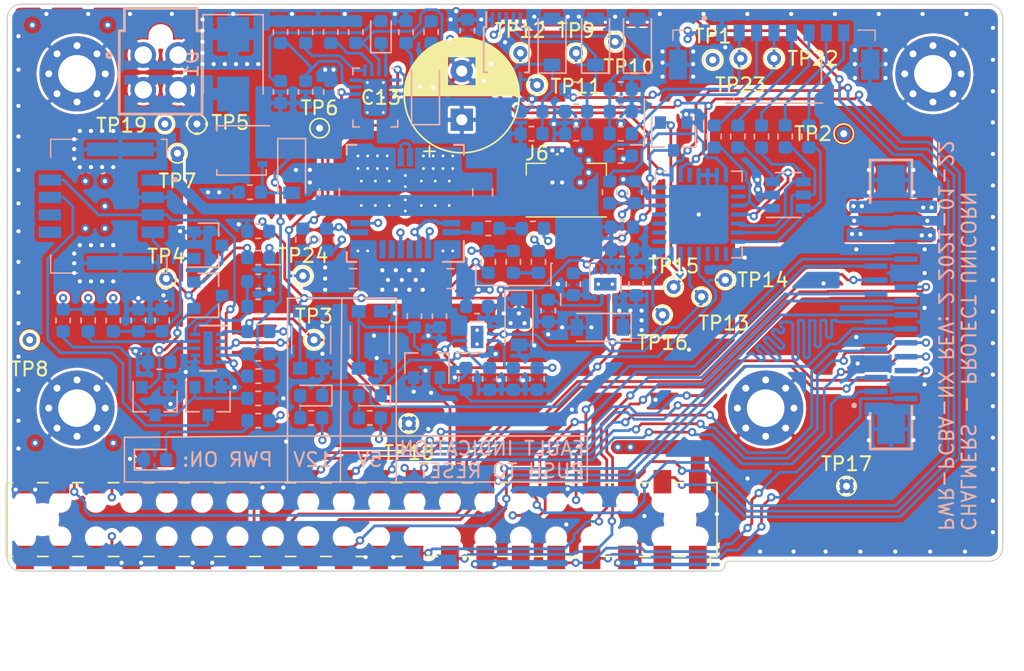
<source format=kicad_pcb>
(kicad_pcb (version 20171130) (host pcbnew "(5.1.5)-3")
  (title_block (title "Project Unicorn: PWR-PCBA") (date 2020-07-13) (rev 1.1) (company "Chalmers University of Technology") (comment 1 " Noel Danielsson"))
  (layers (0 F.Cu signal) (1 In1.Cu power) (2 In2.Cu power) (31 B.Cu signal) (34 B.Paste user hide) (35 F.Paste user hide) (36 B.SilkS user) (37 F.SilkS user) (38 B.Mask user hide) (39 F.Mask user hide) (44 Edge.Cuts user))
  (net 0 "")
  (net 1 +3V3)
  (net 2 GND)
  (net 3 VBUS)
  (net 4 "Net-(C3-Pad1)")
  (net 5 "Net-(C4-Pad1)")
  (net 6 "Net-(C5-Pad1)")
  (net 7 /AIN0)
  (net 8 /AIN1)
  (net 9 "Net-(C9-Pad1)")
  (net 10 +12V)
  (net 11 +5V)
  (net 12 /5V_FUSED)
  (net 13 /12V_FUSED)
  (net 14 /VIN)
  (net 15 "Net-(D2-Pad2)")
  (net 16 /AIN3)
  (net 17 /GPA3)
  (net 18 /GPA4)
  (net 19 /GPA2)
  (net 20 /GPA1)
  (net 21 /GPA0)
  (net 22 "/eFuse TPS25940x-Q1/~FLT")
  (net 23 /eF_5V_~FLT)
  (net 24 /eF_12V_~FLT)
  (net 25 "/Jetson Header/~MOD_INT")
  (net 26 /SPI_2_CS4)
  (net 27 /SPI_2_CS3)
  (net 28 /SPI_2_CS2)
  (net 29 /SPI_2_CS1)
  (net 30 "/Jetson Header/SPI_2_MISO")
  (net 31 "/Jetson Header/SPI_2_SCK")
  (net 32 "/Jetson Header/SPI_2_MOSI")
  (net 33 "/Jetson Header/SPI_1_MISO")
  (net 34 "/Jetson Header/SPI_1_SCK")
  (net 35 "/Jetson Header/SPI_1_MOSI")
  (net 36 /~PWR_OFF_INT)
  (net 37 /ADC_INT)
  (net 38 /ON_INDC)
  (net 39 /PBC_~KILL)
  (net 40 "Net-(Q4-Pad2)")
  (net 41 "Net-(Q6-Pad3)")
  (net 42 /eF_5V_RST)
  (net 43 "Net-(Q7-Pad3)")
  (net 44 /eF_12V_RST)
  (net 45 "Net-(R1-Pad1)")
  (net 46 "Net-(R2-Pad2)")
  (net 47 "/eFuse TPS25940x-Q1/PGOOD")
  (net 48 "/5V DC/DC TPSM84624 /ENABLE")
  (net 49 "Net-(R23-Pad2)")
  (net 50 "Net-(R25-Pad1)")
  (net 51 /AIN2)
  (net 52 "Net-(R28-Pad2)")
  (net 53 "Net-(R30-Pad2)")
  (net 54 "/5V DC/DC TPSM84624 /AGND")
  (net 55 /PWR_EN)
  (net 56 "Net-(C19-Pad1)")
  (net 57 "Net-(C24-Pad1)")
  (net 58 "Net-(D7-Pad2)")
  (net 59 "Net-(D9-Pad2)")
  (net 60 "Net-(D11-Pad2)")
  (net 61 "Net-(R34-Pad2)")
  (net 62 "Net-(R38-Pad1)")
  (net 63 "Net-(R42-Pad1)")
  (net 64 "/5V DC/DC TPSM84624 /RT_CLK")
  (net 65 "/5V DC/DC TPSM84624 /TT")
  (net 66 "/5V DC/DC TPSM84624 /FB")
  (net 67 "/5V DC/DC TPSM84624 /SW")
  (net 68 /~PB)
  (net 69 /LED-)
  (net 70 "/Jetson Header/I2C_1_SCL")
  (net 71 "/Jetson Header/I2C_1_SDA")
  (net 72 /I2C_INT_SCL)
  (net 73 /I2C_INT_SDA)
  (net 74 "Net-(D13-Pad2)")
  (net 75 /GPIO4)
  (net 76 /GPIO3)
  (net 77 /GPIO2)
  (net 78 /GPIO1)
  (net 79 /GPIO0)
  (net 80 /ANALOG1)
  (net 81 /ANALOG0)
  (net 82 "/Jetson Header/UART_2_RX")
  (net 83 "/Jetson Header/UART_2_TX")
  (net 84 "/Jetson Header/~UART_INT")
  (net 85 "Net-(J2-Pad6)")
  (net 86 "Net-(J2-Pad8)")
  (net 87 "/Jetson Header/IOE_INTB")
  (net 88 "/Jetson Header/IOE_INTA")
  (net 89 "/Jetson Header/CAM_AF_EN")
  (net 90 "/Jetson Header/AUDIO_MCLK")
  (net 91 "/Jetson Header/I2S_4_SDOUT")
  (net 92 "/Jetson Header/I2S_4_SDIN")
  (net 93 "/Jetson Header/LCD_BL_PWM")
  (net 94 "/Jetson Header/I2S_4_SCLK")
  (net 95 "Net-(J5-Pad3)")
  (net 96 "Net-(J5-Pad1)")
  (net 97 "Net-(U1-Pad24)")
  (net 98 "Net-(U1-Pad23)")
  (net 99 "Net-(U1-Pad22)")
  (net 100 /IOE_INTB)
  (net 101 /IOE_INTA)
  (net 102 "Net-(U1-Pad10)")
  (net 103 "Net-(U1-Pad7)")
  (net 104 "Net-(U1-Pad4)")
  (net 105 "Net-(U1-Pad3)")
  (net 106 "Net-(U1-Pad2)")
  (net 107 "Net-(U1-Pad1)")
  (net 108 "Net-(U2-Pad2)")
  (net 109 "Net-(U4-Pad1)")
  (net 110 "Net-(U5-Pad7)")
  (net 111 "Net-(U5-Pad6)")
  (net 112 "Net-(U5-Pad4)")
  (module local:Molex_Micro-Lock_5055680271_1x02_P1.25_Vertical (layer F.Cu) (at 148.9 84.3 180)
    (fp_text reference J6 (at 2.1 2.3) (layer F.SilkS))
    (fp_text value Conn_01x02 hide)
    (pad MP smd rect (at -2.525 -0.92 180) (size 1.3 2.15) (layers F.Cu F.Paste F.Mask) (net 2 GND))
    (pad MP smd rect (at 2.525 -0.92 180) (size 1.3 2.15) (layers F.Cu F.Paste F.Mask) (net 2 GND))
    (pad 2 smd rect (at -0.625 1.375 180) (size 0.8 1.2) (layers F.Cu F.Paste F.Mask) (net 2 GND))
    (pad 1 smd rect (at 0.625 1.375 180) (size 0.8 1.2) (layers F.Cu F.Paste F.Mask) (net 10 +12V))
  )
  (module Resistor_SMD:R_0603_1608Metric (layer B.Cu) (at 126.8 87.6 180)
    (fp_text reference R47 hide)
    (fp_text value 100k)
    (pad 2 smd roundrect (at 0.7875 0 180) (size 0.875 0.95) (layers B.Cu B.Paste B.Mask) (net 2 GND))
    (pad 1 smd roundrect (at -0.7875 0 180) (size 0.875 0.95) (layers B.Cu B.Paste B.Mask) (net 43 "Net-(Q7-Pad3)"))
  )
  (module Resistor_SMD:R_0603_1608Metric (layer B.Cu) (at 146.8 98.2 270)
    (fp_text reference R46 hide)
    (fp_text value 100k)
    (pad 2 smd roundrect (at 0.7875 0 270) (size 0.875 0.95) (layers B.Cu B.Paste B.Mask) (net 2 GND))
    (pad 1 smd roundrect (at -0.7875 0 270) (size 0.875 0.95) (layers B.Cu B.Paste B.Mask) (net 41 "Net-(Q6-Pad3)"))
  )
  (module local:ZF5S-30-03-T-WT (layer B.Cu) (at 172.191 92.857999 90)
    (fp_text reference J3 hide)
    (fp_text value ZF5S-30-03-T-WT)
    (pad 30 smd rect (at 7.25 1.07 90) (size 0.4 1.63) (layers B.Cu B.Paste B.Mask) (net 12 /5V_FUSED))
    (pad 29 smd rect (at 6.75 -1.07 90) (size 0.4 1.63) (layers B.Cu B.Paste B.Mask) (net 12 /5V_FUSED))
    (pad 28 smd rect (at 6.25 1.07 90) (size 0.4 1.63) (layers B.Cu B.Paste B.Mask) (net 2 GND))
    (pad 27 smd rect (at 5.75 -1.07 90) (size 0.4 1.63) (layers B.Cu B.Paste B.Mask) (net 2 GND))
    (pad 26 smd rect (at 5.25 1.07 90) (size 0.4 1.63) (layers B.Cu B.Paste B.Mask) (net 13 /12V_FUSED))
    (pad 25 smd rect (at 4.75 -1.07 90) (size 0.4 1.63) (layers B.Cu B.Paste B.Mask) (net 13 /12V_FUSED))
    (pad 24 smd rect (at 4.25 1.07 90) (size 0.4 1.63) (layers B.Cu B.Paste B.Mask) (net 2 GND))
    (pad 23 smd rect (at 3.75 -1.07 90) (size 0.4 1.63) (layers B.Cu B.Paste B.Mask) (net 2 GND))
    (pad 22 smd rect (at 3.25 1.07 90) (size 0.4 1.63) (layers B.Cu B.Paste B.Mask) (net 25 "/Jetson Header/~MOD_INT"))
    (pad 21 smd rect (at 2.75 -1.07 90) (size 0.4 1.63) (layers B.Cu B.Paste B.Mask) (net 84 "/Jetson Header/~UART_INT"))
    (pad 20 smd rect (at 2.25 1.07 90) (size 0.4 1.63) (layers B.Cu B.Paste B.Mask) (net 2 GND))
    (pad 19 smd rect (at 1.75 -1.07 90) (size 0.4 1.63) (layers B.Cu B.Paste B.Mask) (net 26 /SPI_2_CS4))
    (pad 18 smd rect (at 1.25 1.07 90) (size 0.4 1.63) (layers B.Cu B.Paste B.Mask) (net 27 /SPI_2_CS3))
    (pad 17 smd rect (at 0.75 -1.07 90) (size 0.4 1.63) (layers B.Cu B.Paste B.Mask) (net 28 /SPI_2_CS2))
    (pad 16 smd rect (at 0.25 1.07 90) (size 0.4 1.63) (layers B.Cu B.Paste B.Mask) (net 29 /SPI_2_CS1))
    (pad 15 smd rect (at -0.25 -1.07 90) (size 0.4 1.63) (layers B.Cu B.Paste B.Mask) (net 2 GND))
    (pad 14 smd rect (at -0.75 1.07 90) (size 0.4 1.63) (layers B.Cu B.Paste B.Mask) (net 30 "/Jetson Header/SPI_2_MISO"))
    (pad 13 smd rect (at -1.25 -1.07 90) (size 0.4 1.63) (layers B.Cu B.Paste B.Mask) (net 31 "/Jetson Header/SPI_2_SCK"))
    (pad 12 smd rect (at -1.75 1.07 90) (size 0.4 1.63) (layers B.Cu B.Paste B.Mask) (net 32 "/Jetson Header/SPI_2_MOSI"))
    (pad 11 smd rect (at -2.25 -1.07 90) (size 0.4 1.63) (layers B.Cu B.Paste B.Mask) (net 2 GND))
    (pad 10 smd rect (at -2.75 1.07 90) (size 0.4 1.63) (layers B.Cu B.Paste B.Mask) (net 33 "/Jetson Header/SPI_1_MISO"))
    (pad 9 smd rect (at -3.25 -1.07 90) (size 0.4 1.63) (layers B.Cu B.Paste B.Mask) (net 34 "/Jetson Header/SPI_1_SCK"))
    (pad 8 smd rect (at -3.75 1.07 90) (size 0.4 1.63) (layers B.Cu B.Paste B.Mask) (net 35 "/Jetson Header/SPI_1_MOSI"))
    (pad 7 smd rect (at -4.25 -1.07 90) (size 0.4 1.63) (layers B.Cu B.Paste B.Mask) (net 2 GND))
    (pad 6 smd rect (at -4.75 1.07 90) (size 0.4 1.63) (layers B.Cu B.Paste B.Mask) (net 70 "/Jetson Header/I2C_1_SCL"))
    (pad 5 smd rect (at -5.25 -1.07 90) (size 0.4 1.63) (layers B.Cu B.Paste B.Mask) (net 71 "/Jetson Header/I2C_1_SDA"))
    (pad 4 smd rect (at -5.75 1.07 90) (size 0.4 1.63) (layers B.Cu B.Paste B.Mask) (net 2 GND))
    (pad 3 smd rect (at -6.25 -1.07 90) (size 0.4 1.63) (layers B.Cu B.Paste B.Mask) (net 82 "/Jetson Header/UART_2_RX"))
    (pad 2 smd rect (at -6.75 1.07 90) (size 0.4 1.63) (layers B.Cu B.Paste B.Mask) (net 83 "/Jetson Header/UART_2_TX"))
    (pad 1 smd rect (at -7.25 -1.07 90) (size 0.4 1.63) (layers B.Cu B.Paste B.Mask) (net 2 GND))
    (pad MP smd rect (at 8.935 0 90) (size 2.18 2) (layers B.Cu B.Paste B.Mask) (net 2 GND))
    (pad MP smd rect (at -8.935 0 90) (size 2.18 2) (layers B.Cu B.Paste B.Mask) (net 2 GND))
  )
  (module TestPoint:TestPoint_THTPad_D1.0mm_Drill0.5mm (layer F.Cu) (at 130 90.8)
    (fp_text reference TP24 (at 0 -1.448) (layer F.SilkS))
    (fp_text value TestPoint)
    (pad 1 thru_hole circle (at 0 0) (size 1 1) (drill 0.5) (layers *.Cu *.Mask) (net 55 /PWR_EN))
  )
  (module TestPoint:TestPoint_THTPad_D1.0mm_Drill0.5mm (layer F.Cu) (at 161.4 75.2)
    (fp_text reference TP23 (at 0 1.9) (layer F.SilkS))
    (fp_text value TestPoint)
    (pad 1 thru_hole circle (at 0 0) (size 1 1) (drill 0.5) (layers *.Cu *.Mask) (net 81 /ANALOG0))
  )
  (module TestPoint:TestPoint_THTPad_D1.0mm_Drill0.5mm (layer F.Cu) (at 163.8 75.2)
    (fp_text reference TP22 (at 2.8 0) (layer F.SilkS))
    (fp_text value TestPoint)
    (pad 1 thru_hole circle (at 0 0) (size 1 1) (drill 0.5) (layers *.Cu *.Mask) (net 79 /GPIO0))
  )
  (module Resistor_SMD:R_0603_1608Metric (layer B.Cu) (at 126.8 101.2)
    (fp_text reference R45 hide)
    (fp_text value 1k)
    (pad 2 smd roundrect (at 0.7875 0) (size 0.875 0.95) (layers B.Cu B.Paste B.Mask) (net 11 +5V))
    (pad 1 smd roundrect (at -0.7875 0) (size 0.875 0.95) (layers B.Cu B.Paste B.Mask) (net 74 "Net-(D13-Pad2)"))
  )
  (module Resistor_SMD:R_0603_1608Metric (layer B.Cu) (at 126.8 89.5 180)
    (fp_text reference R44 hide)
    (fp_text value 100k)
    (pad 2 smd roundrect (at 0.7875 0 180) (size 0.875 0.95) (layers B.Cu B.Paste B.Mask) (net 38 /ON_INDC))
    (pad 1 smd roundrect (at -0.7875 0 180) (size 0.875 0.95) (layers B.Cu B.Paste B.Mask) (net 11 +5V))
  )
  (module LED_SMD:LED_0603_1608Metric (layer B.Cu) (at 119.4 104)
    (fp_text reference D13 hide)
    (fp_text value "LED GREEN")
    (pad 2 smd roundrect (at 0.7875 0) (size 0.875 0.95) (layers B.Cu B.Paste B.Mask) (net 74 "Net-(D13-Pad2)"))
    (pad 1 smd roundrect (at -0.7875 0) (size 0.875 0.95) (layers B.Cu B.Paste B.Mask) (net 2 GND))
  )
  (module Connector_Samtec_HLE_SMD:Samtec_HLE-120-02-xxx-DV-BE-A_2x20_P2.54mm_Horizontal (layer F.Cu) (at 134.2 108.3 180)
    (fp_text reference J5 hide)
    (fp_text value Conn_02x20_Odd_Even)
    (pad 40 smd rect (at 24.13 2.72 180) (size 1.27 1.68) (layers F.Cu F.Mask) (net 2 GND))
    (pad 38 smd rect (at 21.59 2.72 180) (size 1.27 1.68) (layers F.Cu F.Mask) (net 32 "/Jetson Header/SPI_2_MOSI"))
    (pad 36 smd rect (at 19.05 2.72 180) (size 1.27 1.68) (layers F.Cu F.Mask) (net 84 "/Jetson Header/~UART_INT"))
    (pad 34 smd rect (at 16.51 2.72 180) (size 1.27 1.68) (layers F.Cu F.Mask) (net 87 "/Jetson Header/IOE_INTB"))
    (pad 32 smd rect (at 13.97 2.72 180) (size 1.27 1.68) (layers F.Cu F.Mask) (net 88 "/Jetson Header/IOE_INTA"))
    (pad 30 smd rect (at 11.43 2.72 180) (size 1.27 1.68) (layers F.Cu F.Mask) (net 89 "/Jetson Header/CAM_AF_EN"))
    (pad 28 smd rect (at 8.89 2.72 180) (size 1.27 1.68) (layers F.Cu F.Mask) (net 71 "/Jetson Header/I2C_1_SDA"))
    (pad 26 smd rect (at 6.35 2.72 180) (size 1.27 1.68) (layers F.Cu F.Mask) (net 2 GND))
    (pad 24 smd rect (at 3.81 2.72 180) (size 1.27 1.68) (layers F.Cu F.Mask) (net 34 "/Jetson Header/SPI_1_SCK"))
    (pad 22 smd rect (at 1.27 2.72 180) (size 1.27 1.68) (layers F.Cu F.Mask) (net 33 "/Jetson Header/SPI_1_MISO"))
    (pad 20 smd rect (at -1.27 2.72 180) (size 1.27 1.68) (layers F.Cu F.Mask) (net 35 "/Jetson Header/SPI_1_MOSI"))
    (pad 18 smd rect (at -3.81 2.72 180) (size 1.27 1.68) (layers F.Cu F.Mask) (net 1 +3V3))
    (pad 16 smd rect (at -6.35 2.72 180) (size 1.27 1.68) (layers F.Cu F.Mask) (net 36 /~PWR_OFF_INT))
    (pad 14 smd rect (at -8.89 2.72 180) (size 1.27 1.68) (layers F.Cu F.Mask) (net 31 "/Jetson Header/SPI_2_SCK"))
    (pad 12 smd rect (at -11.43 2.72 180) (size 1.27 1.68) (layers F.Cu F.Mask) (net 37 /ADC_INT))
    (pad 10 smd rect (at -13.97 2.72 180) (size 1.27 1.68) (layers F.Cu F.Mask) (net 2 GND))
    (pad 8 smd rect (at -16.51 2.72 180) (size 1.27 1.68) (layers F.Cu F.Mask) (net 90 "/Jetson Header/AUDIO_MCLK"))
    (pad 6 smd rect (at -19.05 2.72 180) (size 1.27 1.68) (layers F.Cu F.Mask) (net 72 /I2C_INT_SCL))
    (pad 4 smd rect (at -21.59 2.72 180) (size 1.27 1.68) (layers F.Cu F.Mask) (net 73 /I2C_INT_SDA))
    (pad 2 smd rect (at -24.13 2.72 180) (size 1.27 1.68) (layers F.Cu F.Mask) (net 1 +3V3))
    (pad 39 smd rect (at 24.13 -2.72 180) (size 1.27 1.68) (layers F.Cu F.Mask) (net 91 "/Jetson Header/I2S_4_SDOUT"))
    (pad 37 smd rect (at 21.59 -2.72 180) (size 1.27 1.68) (layers F.Cu F.Mask) (net 92 "/Jetson Header/I2S_4_SDIN"))
    (pad 35 smd rect (at 19.05 -2.72 180) (size 1.27 1.68) (layers F.Cu F.Mask) (net 25 "/Jetson Header/~MOD_INT"))
    (pad 33 smd rect (at 16.51 -2.72 180) (size 1.27 1.68) (layers F.Cu F.Mask) (net 2 GND))
    (pad 31 smd rect (at 13.97 -2.72 180) (size 1.27 1.68) (layers F.Cu F.Mask) (net 93 "/Jetson Header/LCD_BL_PWM"))
    (pad 29 smd rect (at 11.43 -2.72 180) (size 1.27 1.68) (layers F.Cu F.Mask) (net 2 GND))
    (pad 27 smd rect (at 8.89 -2.72 180) (size 1.27 1.68) (layers F.Cu F.Mask) (net 70 "/Jetson Header/I2C_1_SCL"))
    (pad 25 smd rect (at 6.35 -2.72 180) (size 1.27 1.68) (layers F.Cu F.Mask) (net 26 /SPI_2_CS4))
    (pad 23 smd rect (at 3.81 -2.72 180) (size 1.27 1.68) (layers F.Cu F.Mask) (net 27 /SPI_2_CS3))
    (pad 21 smd rect (at 1.27 -2.72 180) (size 1.27 1.68) (layers F.Cu F.Mask) (net 30 "/Jetson Header/SPI_2_MISO"))
    (pad 19 smd rect (at -1.27 -2.72 180) (size 1.27 1.68) (layers F.Cu F.Mask) (net 2 GND))
    (pad 17 smd rect (at -3.81 -2.72 180) (size 1.27 1.68) (layers F.Cu F.Mask) (net 28 /SPI_2_CS2))
    (pad 15 smd rect (at -6.35 -2.72 180) (size 1.27 1.68) (layers F.Cu F.Mask) (net 29 /SPI_2_CS1))
    (pad 13 smd rect (at -8.89 -2.72 180) (size 1.27 1.68) (layers F.Cu F.Mask) (net 2 GND))
    (pad 11 smd rect (at -11.43 -2.72 180) (size 1.27 1.68) (layers F.Cu F.Mask) (net 94 "/Jetson Header/I2S_4_SCLK"))
    (pad 9 smd rect (at -13.97 -2.72 180) (size 1.27 1.68) (layers F.Cu F.Mask) (net 82 "/Jetson Header/UART_2_RX"))
    (pad 7 smd rect (at -16.51 -2.72 180) (size 1.27 1.68) (layers F.Cu F.Mask) (net 83 "/Jetson Header/UART_2_TX"))
    (pad 5 smd rect (at -19.05 -2.72 180) (size 1.27 1.68) (layers F.Cu F.Mask) (net 2 GND))
    (pad 3 smd rect (at -21.59 -2.72 180) (size 1.27 1.68) (layers F.Cu F.Mask) (net 95 "Net-(J5-Pad3)"))
    (pad 1 smd rect (at -24.13 -2.72 180) (size 1.27 1.68) (layers F.Cu F.Mask) (net 96 "Net-(J5-Pad1)"))
    (pad "" np_thru_hole circle (at 24.13 1.27 180) (size 0.97 0.97) (drill 0.97) (layers *.Cu *.Mask))
    (pad "" np_thru_hole circle (at 24.13 -1.27 180) (size 0.97 0.97) (drill 0.97) (layers *.Cu *.Mask))
    (pad "" np_thru_hole circle (at 21.59 1.27 180) (size 0.97 0.97) (drill 0.97) (layers *.Cu *.Mask))
    (pad "" np_thru_hole circle (at 21.59 -1.27 180) (size 0.97 0.97) (drill 0.97) (layers *.Cu *.Mask))
    (pad "" np_thru_hole circle (at 19.05 1.27 180) (size 0.97 0.97) (drill 0.97) (layers *.Cu *.Mask))
    (pad "" np_thru_hole circle (at 19.05 -1.27 180) (size 0.97 0.97) (drill 0.97) (layers *.Cu *.Mask))
    (pad "" np_thru_hole circle (at 16.51 1.27 180) (size 0.97 0.97) (drill 0.97) (layers *.Cu *.Mask))
    (pad "" np_thru_hole circle (at 16.51 -1.27 180) (size 0.97 0.97) (drill 0.97) (layers *.Cu *.Mask))
    (pad "" np_thru_hole circle (at 13.97 1.27 180) (size 0.97 0.97) (drill 0.97) (layers *.Cu *.Mask))
    (pad "" np_thru_hole circle (at 13.97 -1.27 180) (size 0.97 0.97) (drill 0.97) (layers *.Cu *.Mask))
    (pad "" np_thru_hole circle (at 11.43 1.27 180) (size 0.97 0.97) (drill 0.97) (layers *.Cu *.Mask))
    (pad "" np_thru_hole circle (at 11.43 -1.27 180) (size 0.97 0.97) (drill 0.97) (layers *.Cu *.Mask))
    (pad "" np_thru_hole circle (at 8.89 1.27 180) (size 0.97 0.97) (drill 0.97) (layers *.Cu *.Mask))
    (pad "" np_thru_hole circle (at 8.89 -1.27 180) (size 0.97 0.97) (drill 0.97) (layers *.Cu *.Mask))
    (pad "" np_thru_hole circle (at 6.35 1.27 180) (size 0.97 0.97) (drill 0.97) (layers *.Cu *.Mask))
    (pad "" np_thru_hole circle (at 6.35 -1.27 180) (size 0.97 0.97) (drill 0.97) (layers *.Cu *.Mask))
    (pad "" np_thru_hole circle (at 3.81 1.27 180) (size 0.97 0.97) (drill 0.97) (layers *.Cu *.Mask))
    (pad "" np_thru_hole circle (at 3.81 -1.27 180) (size 0.97 0.97) (drill 0.97) (layers *.Cu *.Mask))
    (pad "" np_thru_hole circle (at 1.27 1.27 180) (size 0.97 0.97) (drill 0.97) (layers *.Cu *.Mask))
    (pad "" np_thru_hole circle (at 1.27 -1.27 180) (size 0.97 0.97) (drill 0.97) (layers *.Cu *.Mask))
    (pad "" np_thru_hole circle (at -1.27 1.27 180) (size 0.97 0.97) (drill 0.97) (layers *.Cu *.Mask))
    (pad "" np_thru_hole circle (at -1.27 -1.27 180) (size 0.97 0.97) (drill 0.97) (layers *.Cu *.Mask))
    (pad "" np_thru_hole circle (at -3.81 1.27 180) (size 0.97 0.97) (drill 0.97) (layers *.Cu *.Mask))
    (pad "" np_thru_hole circle (at -3.81 -1.27 180) (size 0.97 0.97) (drill 0.97) (layers *.Cu *.Mask))
    (pad "" np_thru_hole circle (at -6.35 1.27 180) (size 0.97 0.97) (drill 0.97) (layers *.Cu *.Mask))
    (pad "" np_thru_hole circle (at -6.35 -1.27 180) (size 0.97 0.97) (drill 0.97) (layers *.Cu *.Mask))
    (pad "" np_thru_hole circle (at -8.89 1.27 180) (size 0.97 0.97) (drill 0.97) (layers *.Cu *.Mask))
    (pad "" np_thru_hole circle (at -8.89 -1.27 180) (size 0.97 0.97) (drill 0.97) (layers *.Cu *.Mask))
    (pad "" np_thru_hole circle (at -11.43 1.27 180) (size 0.97 0.97) (drill 0.97) (layers *.Cu *.Mask))
    (pad "" np_thru_hole circle (at -11.43 -1.27 180) (size 0.97 0.97) (drill 0.97) (layers *.Cu *.Mask))
    (pad "" np_thru_hole circle (at -13.97 1.27 180) (size 0.97 0.97) (drill 0.97) (layers *.Cu *.Mask))
    (pad "" np_thru_hole circle (at -13.97 -1.27 180) (size 0.97 0.97) (drill 0.97) (layers *.Cu *.Mask))
    (pad "" np_thru_hole circle (at -16.51 1.27 180) (size 0.97 0.97) (drill 0.97) (layers *.Cu *.Mask))
    (pad "" np_thru_hole circle (at -16.51 -1.27 180) (size 0.97 0.97) (drill 0.97) (layers *.Cu *.Mask))
    (pad "" np_thru_hole circle (at -19.05 1.27 180) (size 0.97 0.97) (drill 0.97) (layers *.Cu *.Mask))
    (pad "" np_thru_hole circle (at -19.05 -1.27 180) (size 0.97 0.97) (drill 0.97) (layers *.Cu *.Mask))
    (pad "" np_thru_hole circle (at -21.59 1.27 180) (size 0.97 0.97) (drill 0.97) (layers *.Cu *.Mask))
    (pad "" np_thru_hole circle (at -21.59 -1.27 180) (size 0.97 0.97) (drill 0.97) (layers *.Cu *.Mask))
    (pad "" np_thru_hole circle (at -24.13 1.27 180) (size 0.97 0.97) (drill 0.97) (layers *.Cu *.Mask))
    (pad "" np_thru_hole circle (at -24.13 -1.27 180) (size 0.97 0.97) (drill 0.97) (layers *.Cu *.Mask))
    (pad "" np_thru_hole circle (at 22.86 0 180) (size 1.78 1.78) (drill 1.78) (layers *.Cu *.Mask))
    (pad "" np_thru_hole circle (at -22.86 0 180) (size 1.78 1.78) (drill 1.78) (layers *.Cu *.Mask))
  )
  (module TestPoint:TestPoint_THTPad_D1.0mm_Drill0.5mm (layer F.Cu) (at 120.1 79.9)
    (fp_text reference TP19 (at -3.1 0.1) (layer F.SilkS))
    (fp_text value TestPoint)
    (pad 1 thru_hole circle (at 0 0) (size 1 1) (drill 0.5) (layers *.Cu *.Mask) (net 2 GND))
  )
  (module TestPoint:TestPoint_THTPad_D1.0mm_Drill0.5mm (layer F.Cu) (at 137.6 101.4)
    (fp_text reference TP18 (at 0 2.1) (layer F.SilkS))
    (fp_text value TestPoint)
    (pad 1 thru_hole circle (at 0 0) (size 1 1) (drill 0.5) (layers *.Cu *.Mask) (net 2 GND))
  )
  (module TestPoint:TestPoint_THTPad_D1.0mm_Drill0.5mm (layer F.Cu) (at 169 105.9)
    (fp_text reference TP17 (at 0 -1.6) (layer F.SilkS))
    (fp_text value TestPoint)
    (pad 1 thru_hole circle (at 0 0) (size 1 1) (drill 0.5) (layers *.Cu *.Mask) (net 2 GND))
  )
  (module TestPoint:TestPoint_THTPad_D1.0mm_Drill0.5mm (layer F.Cu) (at 155.8 93.6)
    (fp_text reference TP16 (at 0 2) (layer F.SilkS))
    (fp_text value TestPoint)
    (pad 1 thru_hole circle (at 0 0) (size 1 1) (drill 0.5) (layers *.Cu *.Mask) (net 24 /eF_12V_~FLT))
  )
  (module TestPoint:TestPoint_THTPad_D1.0mm_Drill0.5mm (layer F.Cu) (at 156.6 91.6)
    (fp_text reference TP15 (at 0 -1.5) (layer F.SilkS))
    (fp_text value TestPoint)
    (pad 1 thru_hole circle (at 0 0) (size 1 1) (drill 0.5) (layers *.Cu *.Mask) (net 44 /eF_12V_RST))
  )
  (module TestPoint:TestPoint_THTPad_D1.0mm_Drill0.5mm (layer F.Cu) (at 160.3 91.1)
    (fp_text reference TP14 (at 2.7 0) (layer F.SilkS))
    (fp_text value TestPoint)
    (pad 1 thru_hole circle (at 0 0) (size 1 1) (drill 0.5) (layers *.Cu *.Mask) (net 42 /eF_5V_RST))
  )
  (module TestPoint:TestPoint_THTPad_D1.0mm_Drill0.5mm (layer F.Cu) (at 158.6 92.3)
    (fp_text reference TP13 (at 1.6 1.9) (layer F.SilkS))
    (fp_text value TestPoint)
    (pad 1 thru_hole circle (at 0 0) (size 1 1) (drill 0.5) (layers *.Cu *.Mask) (net 23 /eF_5V_~FLT))
  )
  (module TestPoint:TestPoint_THTPad_D1.0mm_Drill0.5mm (layer F.Cu) (at 145.6 74.8)
    (fp_text reference TP12 (at 0 -1.6) (layer F.SilkS))
    (fp_text value TestPoint)
    (pad 1 thru_hole circle (at 0 0) (size 1 1) (drill 0.5) (layers *.Cu *.Mask) (net 16 /AIN3))
  )
  (module TestPoint:TestPoint_THTPad_D1.0mm_Drill0.5mm (layer F.Cu) (at 146.8 77.1)
    (fp_text reference TP11 (at 2.8 0.1) (layer F.SilkS))
    (fp_text value TestPoint)
    (pad 1 thru_hole circle (at 0 0) (size 1 1) (drill 0.5) (layers *.Cu *.Mask) (net 51 /AIN2))
  )
  (module TestPoint:TestPoint_THTPad_D1.0mm_Drill0.5mm (layer F.Cu) (at 152.4 74)
    (fp_text reference TP10 (at 1 1.8) (layer F.SilkS))
    (fp_text value TestPoint)
    (pad 1 thru_hole circle (at 0 0) (size 1 1) (drill 0.5) (layers *.Cu *.Mask) (net 8 /AIN1))
  )
  (module TestPoint:TestPoint_THTPad_D1.0mm_Drill0.5mm (layer F.Cu) (at 149.6 74.8)
    (fp_text reference TP9 (at 0 -1.6) (layer F.SilkS))
    (fp_text value TestPoint)
    (pad 1 thru_hole circle (at 0 0) (size 1 1) (drill 0.5) (layers *.Cu *.Mask) (net 7 /AIN0))
  )
  (module TestPoint:TestPoint_THTPad_D1.0mm_Drill0.5mm (layer F.Cu) (at 110.4 95.4)
    (fp_text reference TP8 (at 0 2.1) (layer F.SilkS))
    (fp_text value TestPoint)
    (pad 1 thru_hole circle (at 0 0) (size 1 1) (drill 0.5) (layers *.Cu *.Mask) (net 11 +5V))
  )
  (module TestPoint:TestPoint_THTPad_D1.0mm_Drill0.5mm (layer F.Cu) (at 121 82)
    (fp_text reference TP7 (at 0 2) (layer F.SilkS))
    (fp_text value TestPoint)
    (pad 1 thru_hole circle (at 0 0) (size 1 1) (drill 0.5) (layers *.Cu *.Mask) (net 10 +12V))
  )
  (module TestPoint:TestPoint_THTPad_D1.0mm_Drill0.5mm (layer F.Cu) (at 131.2 80.2)
    (fp_text reference TP6 (at 0 -1.448) (layer F.SilkS))
    (fp_text value TestPoint)
    (pad 1 thru_hole circle (at 0 0) (size 1 1) (drill 0.5) (layers *.Cu *.Mask) (net 3 VBUS))
  )
  (module TestPoint:TestPoint_THTPad_D1.0mm_Drill0.5mm (layer F.Cu) (at 122.4 79.9)
    (fp_text reference TP5 (at 2.4 -0.1) (layer F.SilkS))
    (fp_text value TestPoint)
    (pad 1 thru_hole circle (at 0 0) (size 1 1) (drill 0.5) (layers *.Cu *.Mask) (net 14 /VIN))
  )
  (module TestPoint:TestPoint_THTPad_D1.0mm_Drill0.5mm (layer F.Cu) (at 120.2 91)
    (fp_text reference TP4 (at 0 -1.6) (layer F.SilkS))
    (fp_text value TestPoint)
    (pad 1 thru_hole circle (at 0 0) (size 1 1) (drill 0.5) (layers *.Cu *.Mask) (net 38 /ON_INDC))
  )
  (module TestPoint:TestPoint_THTPad_D1.0mm_Drill0.5mm (layer F.Cu) (at 130.8 95.4)
    (fp_text reference TP3 (at 0 -1.7) (layer F.SilkS))
    (fp_text value TestPoint)
    (pad 1 thru_hole circle (at 0 0) (size 1 1) (drill 0.5) (layers *.Cu *.Mask) (net 36 /~PWR_OFF_INT))
  )
  (module TestPoint:TestPoint_THTPad_D1.0mm_Drill0.5mm (layer F.Cu) (at 168.8 80.6)
    (fp_text reference TP2 (at -2.2 0) (layer F.SilkS))
    (fp_text value TestPoint)
    (pad 1 thru_hole circle (at 0 0) (size 1 1) (drill 0.5) (layers *.Cu *.Mask) (net 13 /12V_FUSED))
  )
  (module TestPoint:TestPoint_THTPad_D1.0mm_Drill0.5mm (layer F.Cu) (at 159.4 75.3)
    (fp_text reference TP1 (at 0 -1.7) (layer F.SilkS))
    (fp_text value TestPoint)
    (pad 1 thru_hole circle (at 0 0) (size 1 1) (drill 0.5) (layers *.Cu *.Mask) (net 12 /5V_FUSED))
  )
  (module local:KMR621NGLFS (layer B.Cu) (at 130.6 95.4 90)
    (fp_text reference SW2 hide)
    (fp_text value SW_Push hide)
    (pad 2 smd rect (at 2.05 -0.8 90) (size 0.9 1) (layers B.Cu B.Paste B.Mask) (net 43 "Net-(Q7-Pad3)"))
    (pad 2 smd rect (at -2.05 -0.8 90) (size 0.9 1) (layers B.Cu B.Paste B.Mask) (net 43 "Net-(Q7-Pad3)"))
    (pad 1 smd rect (at 2.05 0.8 90) (size 0.9 1) (layers B.Cu B.Paste B.Mask) (net 2 GND))
    (pad 1 smd rect (at -2.05 0.8 90) (size 0.9 1) (layers B.Cu B.Paste B.Mask) (net 2 GND))
  )
  (module local:KMR621NGLFS (layer B.Cu) (at 134.8 95.4 90)
    (fp_text reference SW1 hide)
    (fp_text value SW_Push hide)
    (pad 2 smd rect (at 2.05 -0.8 90) (size 0.9 1) (layers B.Cu B.Paste B.Mask) (net 41 "Net-(Q6-Pad3)"))
    (pad 2 smd rect (at -2.05 -0.8 90) (size 0.9 1) (layers B.Cu B.Paste B.Mask) (net 41 "Net-(Q6-Pad3)"))
    (pad 1 smd rect (at 2.05 0.8 90) (size 0.9 1) (layers B.Cu B.Paste B.Mask) (net 2 GND))
    (pad 1 smd rect (at -2.05 0.8 90) (size 0.9 1) (layers B.Cu B.Paste B.Mask) (net 2 GND))
  )
  (module local:Molex_Micro-Lock_5054330871_2x4_P1.25_Vertical (layer B.Cu) (at 116.4 85.8 90)
    (fp_text reference J2 hide)
    (fp_text value "Micro Lock 02x04" hide)
    (pad 1 smd rect (at 1.875 2.84 90) (size 0.8 1.6) (layers B.Cu B.Paste B.Mask) (net 10 +12V))
    (pad 2 smd rect (at 1.875 -4.55 90) (size 0.8 1.6) (layers B.Cu B.Paste B.Mask) (net 68 /~PB))
    (pad 3 smd rect (at 0.625 2.84 90) (size 0.8 1.6) (layers B.Cu B.Paste B.Mask) (net 2 GND))
    (pad 4 smd rect (at 0.625 -4.55 90) (size 0.8 1.6) (layers B.Cu B.Paste B.Mask) (net 69 /LED-))
    (pad 5 smd rect (at -0.625 2.84 90) (size 0.8 1.6) (layers B.Cu B.Paste B.Mask) (net 68 /~PB))
    (pad 6 smd rect (at -0.625 -4.55 90) (size 0.8 1.6) (layers B.Cu B.Paste B.Mask) (net 85 "Net-(J2-Pad6)"))
    (pad 7 smd rect (at -1.875 2.84 90) (size 0.8 1.6) (layers B.Cu B.Paste B.Mask) (net 38 /ON_INDC))
    (pad 8 smd rect (at -1.875 -4.55 90) (size 0.8 1.6) (layers B.Cu B.Paste B.Mask) (net 86 "Net-(J2-Pad8)"))
    (pad MP smd rect (at -4.075 0.5 90) (size 1 4.8) (layers B.Cu B.Paste B.Mask) (net 2 GND))
    (pad MP smd rect (at 4.075 0.5 90) (size 1 4.8) (layers B.Cu B.Paste B.Mask) (net 2 GND))
  )
  (module Resistor_SMD:R_0603_1608Metric (layer B.Cu) (at 139.2 73.3 90)
    (fp_text reference R28 hide)
    (fp_text value 270k)
    (pad 2 smd roundrect (at 0.7875 0 90) (size 0.875 0.95) (layers B.Cu B.Paste B.Mask) (net 52 "Net-(R28-Pad2)"))
    (pad 1 smd roundrect (at -0.7875 0 90) (size 0.875 0.95) (layers B.Cu B.Paste B.Mask) (net 10 +12V))
  )
  (module Resistor_SMD:R_0603_1608Metric (layer B.Cu) (at 137.4 73.3 90)
    (fp_text reference R29 hide)
    (fp_text value 30k)
    (pad 2 smd roundrect (at 0.7875 0 90) (size 0.875 0.95) (layers B.Cu B.Paste B.Mask) (net 2 GND))
    (pad 1 smd roundrect (at -0.7875 0 90) (size 0.875 0.95) (layers B.Cu B.Paste B.Mask) (net 52 "Net-(R28-Pad2)"))
  )
  (module LED_SMD:LED_0603_1608Metric (layer B.Cu) (at 135.6 73.3 90)
    (fp_text reference D7 hide)
    (fp_text value "LED RED")
    (pad 2 smd roundrect (at 0.7875 0 90) (size 0.875 0.95) (layers B.Cu B.Paste B.Mask) (net 58 "Net-(D7-Pad2)"))
    (pad 1 smd roundrect (at -0.7875 0 90) (size 0.875 0.95) (layers B.Cu B.Paste B.Mask) (net 22 "/eFuse TPS25940x-Q1/~FLT"))
  )
  (module Resistor_SMD:R_0603_1608Metric (layer B.Cu) (at 130.2 73.3 90)
    (fp_text reference R25 hide)
    (fp_text value 18k)
    (pad 2 smd roundrect (at 0.7875 0 90) (size 0.875 0.95) (layers B.Cu B.Paste B.Mask) (net 2 GND))
    (pad 1 smd roundrect (at -0.7875 0 90) (size 0.875 0.95) (layers B.Cu B.Paste B.Mask) (net 50 "Net-(R25-Pad1)"))
  )
  (module Resistor_SMD:R_0603_1608Metric (layer B.Cu) (at 133.8 73.3 90)
    (fp_text reference R26 hide)
    (fp_text value 39k)
    (pad 2 smd roundrect (at 0.7875 0 90) (size 0.875 0.95) (layers B.Cu B.Paste B.Mask) (net 2 GND))
    (pad 1 smd roundrect (at -0.7875 0 90) (size 0.875 0.95) (layers B.Cu B.Paste B.Mask) (net 51 /AIN2))
  )
  (module Resistor_SMD:R_0603_1608Metric (layer B.Cu) (at 128.4 73.3 90)
    (fp_text reference R24 hide)
    (fp_text value 100k)
    (pad 2 smd roundrect (at 0.7875 0 90) (size 0.875 0.95) (layers B.Cu B.Paste B.Mask) (net 2 GND))
    (pad 1 smd roundrect (at -0.7875 0 90) (size 0.875 0.95) (layers B.Cu B.Paste B.Mask) (net 49 "Net-(R23-Pad2)"))
  )
  (module Capacitor_SMD:C_0603_1608Metric (layer B.Cu) (at 132 73.3 90)
    (fp_text reference C9 hide)
    (fp_text value ?)
    (pad 2 smd roundrect (at 0.7875 0 90) (size 0.875 0.95) (layers B.Cu B.Paste B.Mask) (net 2 GND))
    (pad 1 smd roundrect (at -0.7875 0 90) (size 0.875 0.95) (layers B.Cu B.Paste B.Mask) (net 9 "Net-(C9-Pad1)"))
  )
  (module Diode_SMD:D_SMB (layer B.Cu) (at 125 75.6 270)
    (fp_text reference D1 (at 0 3 90) (layer B.SilkS) (effects (justify mirror)))
    (fp_text value D_TVS)
    (pad 2 smd rect (at 2.15 0 270) (size 2.5 2.3) (layers B.Cu B.Paste B.Mask) (net 14 /VIN))
    (pad 1 smd rect (at -2.15 0 270) (size 2.5 2.3) (layers B.Cu B.Paste B.Mask) (net 2 GND))
  )
  (module local:TPSM84624MOLR (layer B.Cu) (at 137.349999 85.599999 90)
    (fp_text reference U5 hide)
    (fp_text value TPSM84624MOLR hide)
    (pad 22 smd custom (at -0.15 0 90) (size 0.2 0.2) (layers B.Cu) (net 10 +12V) (options (clearance outline) (anchor rect)) (primitives (gr_poly (pts (xy 0.7 -3.95) (xy -0.7 -3.95) (xy -0.7 3.95) (xy 0.7 3.95)) (width 0.01))))
    (pad 21 smd custom (at 1.6 0 90) (size 0.2 0.2) (layers B.Cu) (net 2 GND) (options (clearance outline) (anchor rect)) (primitives (gr_poly (pts (xy 2.35 0.75) (xy 0.85 0.75) (xy 0.85 -0.75) (xy 2.35 -0.75) (xy 2.35 -3.95) (xy -0.7 -3.95) (xy -0.7 3.95) (xy 2.35 3.95)) (width 0.1))))
    (pad 12 thru_hole circle (at 1.999999 0 90) (size 0.499999 0.499999) (drill 0.2032) (layers *.Cu) (net 2 GND))
    (pad 21 thru_hole circle (at 1.199998 0 90) (size 0.499999 0.499999) (drill 0.2032) (layers *.Cu) (net 2 GND))
    (pad 22 thru_hole circle (at -0.550001 0 90) (size 0.499999 0.499999) (drill 0.2032) (layers *.Cu) (net 10 +12V))
    (pad 11 thru_hole circle (at 0.25 0 90) (size 0.499999 0.499999) (drill 0.2032) (layers *.Cu) (net 10 +12V))
    (pad 22 thru_hole circle (at -0.15 1.15 90) (size 0.499999 0.499999) (drill 0.2032) (layers *.Cu *.Mask) (net 10 +12V))
    (pad 22 thru_hole circle (at -0.15 2.150001 90) (size 0.499999 0.499999) (drill 0.2032) (layers *.Cu *.Mask) (net 10 +12V))
    (pad 22 thru_hole circle (at -0.15 3.149999 90) (size 0.499999 0.499999) (drill 0.2032) (layers *.Cu *.Mask) (net 10 +12V))
    (pad 11 thru_hole circle (at -0.15 -3.149999 90) (size 0.499999 0.499999) (drill 0.2032) (layers *.Cu *.Mask) (net 10 +12V))
    (pad 11 thru_hole circle (at -0.15 -2.150001 90) (size 0.499999 0.499999) (drill 0.2032) (layers *.Cu *.Mask) (net 10 +12V))
    (pad 11 thru_hole circle (at -0.15 -1.15 90) (size 0.499999 0.499999) (drill 0.2032) (layers *.Cu *.Mask) (net 10 +12V))
    (pad 12 thru_hole circle (at 1.599999 -3.149999 90) (size 0.499999 0.499999) (drill 0.2032) (layers *.Cu *.Mask) (net 2 GND))
    (pad 12 thru_hole circle (at 1.599999 -2.150001 90) (size 0.499999 0.499999) (drill 0.2032) (layers *.Cu *.Mask) (net 2 GND))
    (pad 12 thru_hole circle (at 1.599999 -1.15 90) (size 0.499999 0.499999) (drill 0.2032) (layers *.Cu *.Mask) (net 2 GND))
    (pad 21 thru_hole circle (at 1.599999 1.15 90) (size 0.499999 0.499999) (drill 0.2032) (layers *.Cu *.Mask) (net 2 GND))
    (pad 21 thru_hole circle (at 1.599999 2.150001 90) (size 0.499999 0.499999) (drill 0.2032) (layers *.Cu *.Mask) (net 2 GND))
    (pad 21 thru_hole circle (at 1.599999 3.149999 90) (size 0.499999 0.499999) (drill 0.2032) (layers *.Cu *.Mask) (net 2 GND))
    (pad 21 thru_hole circle (at 2.5 3.400001 90) (size 0.499999 0.499999) (drill 0.2032) (layers *.Cu) (net 2 GND))
    (pad 21 thru_hole circle (at 2.5 2.7 90) (size 0.499999 0.499999) (drill 0.2032) (layers *.Cu) (net 2 GND))
    (pad 12 thru_hole circle (at 2.5 -3.400001 90) (size 0.499999 0.499999) (drill 0.2032) (layers *.Cu) (net 2 GND))
    (pad 12 thru_hole circle (at 2.5 -2.7 90) (size 0.499999 0.499999) (drill 0.2032) (layers *.Cu) (net 2 GND))
    (pad 12 thru_hole circle (at 2.5 -1.3 90) (size 0.499999 0.499999) (drill 0.2032) (layers *.Cu) (net 2 GND))
    (pad 12 thru_hole circle (at 2.5 -2.000001 90) (size 0.499999 0.499999) (drill 0.2032) (layers *.Cu) (net 2 GND))
    (pad 21 thru_hole circle (at 2.5 2.000001 90) (size 0.499999 0.499999) (drill 0.2032) (layers *.Cu) (net 2 GND))
    (pad 21 thru_hole circle (at 2.5 1.3 90) (size 0.499999 0.499999) (drill 0.2032) (layers *.Cu) (net 2 GND))
    (pad 21 thru_hole circle (at 3.410001 1.3 90) (size 0.499999 0.499999) (drill 0.2032) (layers *.Cu) (net 2 GND))
    (pad 21 thru_hole circle (at 3.410001 2.000001 90) (size 0.499999 0.499999) (drill 0.2032) (layers *.Cu) (net 2 GND))
    (pad 12 thru_hole circle (at 3.410001 -2.000001 90) (size 0.499999 0.499999) (drill 0.2032) (layers *.Cu) (net 2 GND))
    (pad 12 thru_hole circle (at 3.410001 -1.3 90) (size 0.499999 0.499999) (drill 0.2032) (layers *.Cu) (net 2 GND))
    (pad 12 thru_hole circle (at 3.410001 -2.7 90) (size 0.499999 0.499999) (drill 0.2032) (layers *.Cu *.Mask) (net 2 GND))
    (pad 12 thru_hole circle (at 3.410001 -3.400001 90) (size 0.499999 0.499999) (drill 0.2032) (layers *.Cu *.Mask) (net 2 GND))
    (pad 8 thru_hole circle (at -3.410001 -3.400001 90) (size 0.499999 0.499999) (drill 0.2032) (layers *.Cu *.Mask) (net 11 +5V))
    (pad 8 thru_hole circle (at -3.410001 -2.7 90) (size 0.499999 0.499999) (drill 0.2032) (layers *.Cu *.Mask) (net 11 +5V))
    (pad 1 thru_hole circle (at -3.410001 2.7 90) (size 0.499999 0.499999) (drill 0.2032) (layers *.Cu *.Mask) (net 11 +5V))
    (pad 1 thru_hole circle (at -3.410001 3.400001 90) (size 0.499999 0.499999) (drill 0.2032) (layers *.Cu *.Mask) (net 11 +5V))
    (pad 21 thru_hole circle (at 3.410001 2.7 90) (size 0.499999 0.499999) (drill 0.2032) (layers *.Cu *.Mask) (net 2 GND))
    (pad 21 thru_hole circle (at 3.410001 3.400001 90) (size 0.499999 0.499999) (drill 0.2032) (layers *.Cu *.Mask) (net 2 GND))
    (pad 24 smd rect (at -2.075 3.300001 90) (size 0.449999 1.3) (layers B.Cu B.Paste B.Mask) (net 64 "/5V DC/DC TPSM84624 /RT_CLK"))
    (pad 23 smd rect (at -1.425001 3.300001 90) (size 0.449999 1.3) (layers B.Cu B.Paste B.Mask) (net 54 "/5V DC/DC TPSM84624 /AGND"))
    (pad 22 smd rect (at -0.15 2.150001 90) (size 1.4 3.6) (layers B.Cu B.Mask) (net 10 +12V))
    (pad 21 smd rect (at 1.599999 2.150001 90) (size 1.4 3.6) (layers B.Cu B.Mask) (net 2 GND))
    (pad 20 smd rect (at 3.300001 3.049999 90) (size 1.3 1.799999) (layers B.Cu B.Paste B.Mask) (net 2 GND))
    (pad 19 smd rect (at 3.300001 1.625001) (size 0.449999 1.3) (layers B.Cu B.Paste B.Mask) (net 2 GND))
    (pad 18 smd rect (at 3.300001 0.974999) (size 0.449999 1.3) (layers B.Cu B.Paste B.Mask) (net 2 GND))
    (pad 17 smd rect (at 3.300001 0.325001) (size 0.449999 1.3) (layers B.Cu B.Paste B.Mask) (net 67 "/5V DC/DC TPSM84624 /SW"))
    (pad 16 smd rect (at 3.300001 -0.325001) (size 0.449999 1.3) (layers B.Cu B.Paste B.Mask) (net 67 "/5V DC/DC TPSM84624 /SW"))
    (pad 15 smd rect (at 3.300001 -0.974999) (size 0.449999 1.3) (layers B.Cu B.Paste B.Mask) (net 2 GND))
    (pad 14 smd rect (at 3.300001 -1.625001) (size 0.449999 1.3) (layers B.Cu B.Paste B.Mask) (net 2 GND))
    (pad 13 smd rect (at 3.300001 -3.049999 90) (size 1.3 1.799999) (layers B.Cu B.Paste B.Mask) (net 2 GND))
    (pad 12 smd rect (at 1.599999 -2.150001 90) (size 1.4 3.6) (layers B.Cu B.Mask) (net 2 GND))
    (pad 11 smd rect (at -0.15 -2.150001 90) (size 1.4 3.6) (layers B.Cu B.Mask) (net 10 +12V))
    (pad 10 smd rect (at -1.425001 -3.300001 90) (size 0.449999 1.3) (layers B.Cu B.Paste B.Mask) (net 48 "/5V DC/DC TPSM84624 /ENABLE"))
    (pad 9 smd rect (at -2.075 -3.300001 90) (size 0.449999 1.3) (layers B.Cu B.Paste B.Mask) (net 54 "/5V DC/DC TPSM84624 /AGND"))
    (pad 8 smd rect (at -3.300001 -3.049999 90) (size 1.3 1.799999) (layers B.Cu B.Paste B.Mask) (net 11 +5V))
    (pad 7 smd rect (at -3.300001 -1.625001) (size 0.449999 1.3) (layers B.Cu B.Paste B.Mask) (net 110 "Net-(U5-Pad7)"))
    (pad 6 smd rect (at -3.300001 -0.974999) (size 0.449999 1.3) (layers B.Cu B.Paste B.Mask) (net 111 "Net-(U5-Pad6)"))
    (pad 5 smd rect (at -3.300001 -0.325001) (size 0.449999 1.3) (layers B.Cu B.Paste B.Mask) (net 65 "/5V DC/DC TPSM84624 /TT"))
    (pad 4 smd rect (at -3.300001 0.325001) (size 0.449999 1.3) (layers B.Cu B.Paste B.Mask) (net 112 "Net-(U5-Pad4)"))
    (pad 3 smd rect (at -3.300001 0.974999) (size 0.449999 1.3) (layers B.Cu B.Paste B.Mask) (net 54 "/5V DC/DC TPSM84624 /AGND"))
    (pad 2 smd rect (at -3.300001 1.625001) (size 0.449999 1.3) (layers B.Cu B.Paste B.Mask) (net 66 "/5V DC/DC TPSM84624 /FB"))
    (pad 1 smd rect (at -3.300001 3.049999 90) (size 1.3 1.799999) (layers B.Cu B.Paste B.Mask) (net 11 +5V))
  )
  (module Capacitor_SMD:C_0805_2012Metric (layer B.Cu) (at 140.6 91)
    (fp_text reference C17 hide)
    (fp_text value "22uF >6V X7R")
    (pad 2 smd roundrect (at 0.9375 0) (size 0.975 1.4) (layers B.Cu B.Paste B.Mask) (net 2 GND))
    (pad 1 smd roundrect (at -0.9375 0) (size 0.975 1.4) (layers B.Cu B.Paste B.Mask) (net 11 +5V))
  )
  (module local:02x02_vertical_105310-1204 (layer B.Cu) (at 119.8 76.2 180)
    (fp_text reference J1 hide)
    (fp_text value "NanoFit 02x02" hide)
    (pad 5 np_thru_hole circle (at 0 2.59 180) (size 1.35 0) (drill 1.35) (layers *.Cu *.Mask))
    (pad 4 thru_hole circle (at -1.25 -1.25 180) (size 1.85 1.85) (drill 1.25) (layers *.Cu *.Mask) (net 14 /VIN))
    (pad 3 thru_hole circle (at 1.25 -1.25 180) (size 1.85 1.85) (drill 1.25) (layers *.Cu *.Mask) (net 14 /VIN))
    (pad 2 thru_hole circle (at -1.25 1.25 180) (size 1.85 1.85) (drill 1.25) (layers *.Cu *.Mask) (net 2 GND))
    (pad 1 thru_hole circle (at 1.25 1.25 180) (size 1.85 1.85) (drill 1.25) (layers *.Cu *.Mask) (net 2 GND))
  )
  (module local:01x09_vertical_2059570971 (layer B.Cu) (at 163.8 75.3)
    (fp_text reference J4 hide)
    (fp_text value "Micro Lock 01x09" hide)
    (pad MP smd rect (at 6.9 0.345) (size 1.3 2.15) (layers B.Cu B.Paste B.Mask) (net 2 GND))
    (pad MP smd rect (at -6.9 0.345) (size 1.3 2.15) (layers B.Cu B.Paste B.Mask) (net 2 GND))
    (pad 9 smd rect (at 5 -1.95) (size 0.8 1.2) (layers B.Cu B.Paste B.Mask) (net 75 /GPIO4))
    (pad 8 smd rect (at 3.75 -1.95) (size 0.8 1.2) (layers B.Cu B.Paste B.Mask) (net 76 /GPIO3))
    (pad 7 smd rect (at 2.5 -1.95) (size 0.8 1.2) (layers B.Cu B.Paste B.Mask) (net 77 /GPIO2))
    (pad 6 smd rect (at 1.25 -1.95) (size 0.8 1.2) (layers B.Cu B.Paste B.Mask) (net 78 /GPIO1))
    (pad 5 smd rect (at 0 -1.95) (size 0.8 1.2) (layers B.Cu B.Paste B.Mask) (net 79 /GPIO0))
    (pad 4 smd rect (at -1.25 -1.95) (size 0.8 1.2) (layers B.Cu B.Paste B.Mask) (net 80 /ANALOG1))
    (pad 3 smd rect (at -2.5 -1.95) (size 0.8 1.2) (layers B.Cu B.Paste B.Mask) (net 81 /ANALOG0))
    (pad 2 smd rect (at -3.75 -1.95) (size 0.8 1.2) (layers B.Cu B.Paste B.Mask) (net 2 GND))
    (pad 1 smd rect (at -5 -1.95) (size 0.8 1.2) (layers B.Cu B.Paste B.Mask) (net 12 /5V_FUSED))
  )
  (module MountingHole:MountingHole_2.7mm_M2.5_Pad_Via (layer F.Cu) (at 175.2 76.300001)
    (fp_text reference H4 hide)
    (fp_text value MountingHole_Pad)
    (pad 1 thru_hole circle (at 1.431891 -1.431891) (size 0.8 0.8) (drill 0.5) (layers *.Cu *.Mask) (net 2 GND))
    (pad 1 thru_hole circle (at 0 -2.025) (size 0.8 0.8) (drill 0.5) (layers *.Cu *.Mask) (net 2 GND))
    (pad 1 thru_hole circle (at -1.431891 -1.431891) (size 0.8 0.8) (drill 0.5) (layers *.Cu *.Mask) (net 2 GND))
    (pad 1 thru_hole circle (at -2.025 0) (size 0.8 0.8) (drill 0.5) (layers *.Cu *.Mask) (net 2 GND))
    (pad 1 thru_hole circle (at -1.431891 1.431891) (size 0.8 0.8) (drill 0.5) (layers *.Cu *.Mask) (net 2 GND))
    (pad 1 thru_hole circle (at 0 2.025) (size 0.8 0.8) (drill 0.5) (layers *.Cu *.Mask) (net 2 GND))
    (pad 1 thru_hole circle (at 1.431891 1.431891) (size 0.8 0.8) (drill 0.5) (layers *.Cu *.Mask) (net 2 GND))
    (pad 1 thru_hole circle (at 2.025 0) (size 0.8 0.8) (drill 0.5) (layers *.Cu *.Mask) (net 2 GND))
    (pad 1 thru_hole circle (at 0 0) (size 5.4 5.4) (drill 2.7) (layers *.Cu *.Mask) (net 2 GND))
  )
  (module MountingHole:MountingHole_2.7mm_M2.5_Pad_Via (layer F.Cu) (at 163.2 100.299999)
    (fp_text reference H3 hide)
    (fp_text value MountingHole_Pad)
    (pad 1 thru_hole circle (at 1.431891 -1.431891) (size 0.8 0.8) (drill 0.5) (layers *.Cu *.Mask) (net 2 GND))
    (pad 1 thru_hole circle (at 0 -2.025) (size 0.8 0.8) (drill 0.5) (layers *.Cu *.Mask) (net 2 GND))
    (pad 1 thru_hole circle (at -1.431891 -1.431891) (size 0.8 0.8) (drill 0.5) (layers *.Cu *.Mask) (net 2 GND))
    (pad 1 thru_hole circle (at -2.025 0) (size 0.8 0.8) (drill 0.5) (layers *.Cu *.Mask) (net 2 GND))
    (pad 1 thru_hole circle (at -1.431891 1.431891) (size 0.8 0.8) (drill 0.5) (layers *.Cu *.Mask) (net 2 GND))
    (pad 1 thru_hole circle (at 0 2.025) (size 0.8 0.8) (drill 0.5) (layers *.Cu *.Mask) (net 2 GND))
    (pad 1 thru_hole circle (at 1.431891 1.431891) (size 0.8 0.8) (drill 0.5) (layers *.Cu *.Mask) (net 2 GND))
    (pad 1 thru_hole circle (at 2.025 0) (size 0.8 0.8) (drill 0.5) (layers *.Cu *.Mask) (net 2 GND))
    (pad 1 thru_hole circle (at 0 0) (size 5.4 5.4) (drill 2.7) (layers *.Cu *.Mask) (net 2 GND))
  )
  (module MountingHole:MountingHole_2.7mm_M2.5_Pad_Via (layer F.Cu) (at 113.8 76.3)
    (fp_text reference H2 hide)
    (fp_text value MountingHole_Pad)
    (pad 1 thru_hole circle (at 1.431891 -1.431891) (size 0.8 0.8) (drill 0.5) (layers *.Cu *.Mask) (net 2 GND))
    (pad 1 thru_hole circle (at 0 -2.025) (size 0.8 0.8) (drill 0.5) (layers *.Cu *.Mask) (net 2 GND))
    (pad 1 thru_hole circle (at -1.431891 -1.431891) (size 0.8 0.8) (drill 0.5) (layers *.Cu *.Mask) (net 2 GND))
    (pad 1 thru_hole circle (at -2.025 0) (size 0.8 0.8) (drill 0.5) (layers *.Cu *.Mask) (net 2 GND))
    (pad 1 thru_hole circle (at -1.431891 1.431891) (size 0.8 0.8) (drill 0.5) (layers *.Cu *.Mask) (net 2 GND))
    (pad 1 thru_hole circle (at 0 2.025) (size 0.8 0.8) (drill 0.5) (layers *.Cu *.Mask) (net 2 GND))
    (pad 1 thru_hole circle (at 1.431891 1.431891) (size 0.8 0.8) (drill 0.5) (layers *.Cu *.Mask) (net 2 GND))
    (pad 1 thru_hole circle (at 2.025 0) (size 0.8 0.8) (drill 0.5) (layers *.Cu *.Mask) (net 2 GND))
    (pad 1 thru_hole circle (at 0 0) (size 5.4 5.4) (drill 2.7) (layers *.Cu *.Mask) (net 2 GND))
  )
  (module MountingHole:MountingHole_2.7mm_M2.5_Pad_Via (layer F.Cu) (at 113.8 100.3)
    (fp_text reference H1 hide)
    (fp_text value MountingHole_Pad)
    (pad 1 thru_hole circle (at 1.431891 -1.431891) (size 0.8 0.8) (drill 0.5) (layers *.Cu *.Mask) (net 2 GND))
    (pad 1 thru_hole circle (at 0 -2.025) (size 0.8 0.8) (drill 0.5) (layers *.Cu *.Mask) (net 2 GND))
    (pad 1 thru_hole circle (at -1.431891 -1.431891) (size 0.8 0.8) (drill 0.5) (layers *.Cu *.Mask) (net 2 GND))
    (pad 1 thru_hole circle (at -2.025 0) (size 0.8 0.8) (drill 0.5) (layers *.Cu *.Mask) (net 2 GND))
    (pad 1 thru_hole circle (at -1.431891 1.431891) (size 0.8 0.8) (drill 0.5) (layers *.Cu *.Mask) (net 2 GND))
    (pad 1 thru_hole circle (at 0 2.025) (size 0.8 0.8) (drill 0.5) (layers *.Cu *.Mask) (net 2 GND))
    (pad 1 thru_hole circle (at 1.431891 1.431891) (size 0.8 0.8) (drill 0.5) (layers *.Cu *.Mask) (net 2 GND))
    (pad 1 thru_hole circle (at 2.025 0) (size 0.8 0.8) (drill 0.5) (layers *.Cu *.Mask) (net 2 GND))
    (pad 1 thru_hole circle (at 0 0) (size 5.4 5.4) (drill 2.7) (layers *.Cu *.Mask) (net 2 GND))
  )
  (module Resistor_SMD:R_0603_1608Metric (layer B.Cu) (at 131.7 88.2 90)
    (fp_text reference R32 hide)
    (fp_text value 4.3k)
    (pad 2 smd roundrect (at 0.7875 0 90) (size 0.875 0.95) (layers B.Cu B.Paste B.Mask) (net 54 "/5V DC/DC TPSM84624 /AGND"))
    (pad 1 smd roundrect (at -0.7875 0 90) (size 0.875 0.95) (layers B.Cu B.Paste B.Mask) (net 65 "/5V DC/DC TPSM84624 /TT"))
  )
  (module Package_SON:WSON-8-1EP_2x2mm_P0.5mm_EP0.9x1.6mm_ThermalVias (layer B.Cu) (at 151.7 91.4 270)
    (fp_text reference U7 hide)
    (fp_text value TPS2595xx)
    (pad 9 smd rect (at 0 0 270) (size 0.9 1.6) (layers F.Cu))
    (pad 6 smd rect (at 0.95 -0.25 270) (size 0.5 0.25) (layers B.Cu B.Paste B.Mask) (net 24 /eF_12V_~FLT))
    (pad 5 smd rect (at 0.95 -0.75 270) (size 0.5 0.25) (layers B.Cu B.Paste B.Mask) (net 13 /12V_FUSED))
    (pad 4 smd rect (at -0.95 -0.75 270) (size 0.5 0.25) (layers B.Cu B.Paste B.Mask) (net 10 +12V))
    (pad 2 smd rect (at -0.95 0.25 270) (size 0.5 0.25) (layers B.Cu B.Paste B.Mask) (net 43 "Net-(Q7-Pad3)"))
    (pad 1 smd rect (at -0.95 0.75 270) (size 0.5 0.25) (layers B.Cu B.Paste B.Mask) (net 57 "Net-(C24-Pad1)"))
    (pad 9 smd rect (at 0 0 270) (size 0.9 1.6) (layers B.Cu B.Mask))
    (pad 9 thru_hole circle (at 0 -0.5 270) (size 0.6 0.6) (drill 0.25) (layers *.Cu))
    (pad 9 thru_hole circle (at 0 0.5 270) (size 0.6 0.6) (drill 0.25) (layers *.Cu))
    (pad 8 smd rect (at 0.95 0.75 270) (size 0.5 0.25) (layers B.Cu B.Paste B.Mask) (net 2 GND))
    (pad 7 smd rect (at 0.95 0.25 270) (size 0.5 0.25) (layers B.Cu B.Paste B.Mask) (net 63 "Net-(R42-Pad1)"))
    (pad 3 smd rect (at -0.95 -0.25 270) (size 0.5 0.25) (layers B.Cu B.Paste B.Mask) (net 10 +12V))
  )
  (module Package_SON:WSON-8-1EP_2x2mm_P0.5mm_EP0.9x1.6mm_ThermalVias (layer B.Cu) (at 142.5 95.2)
    (fp_text reference U6 hide)
    (fp_text value TPS2595xx)
    (pad 3 smd rect (at -0.95 -0.25) (size 0.5 0.25) (layers B.Cu B.Paste B.Mask) (net 11 +5V))
    (pad 7 smd rect (at 0.95 0.25) (size 0.5 0.25) (layers B.Cu B.Paste B.Mask) (net 62 "Net-(R38-Pad1)"))
    (pad 8 smd rect (at 0.95 0.75) (size 0.5 0.25) (layers B.Cu B.Paste B.Mask) (net 2 GND))
    (pad 9 thru_hole circle (at 0 0.5) (size 0.6 0.6) (drill 0.25) (layers *.Cu))
    (pad 9 thru_hole circle (at 0 -0.5) (size 0.6 0.6) (drill 0.25) (layers *.Cu))
    (pad 9 smd rect (at 0 0) (size 0.9 1.6) (layers B.Cu B.Mask))
    (pad 1 smd rect (at -0.95 0.75) (size 0.5 0.25) (layers B.Cu B.Paste B.Mask) (net 56 "Net-(C19-Pad1)"))
    (pad 2 smd rect (at -0.95 0.25) (size 0.5 0.25) (layers B.Cu B.Paste B.Mask) (net 41 "Net-(Q6-Pad3)"))
    (pad 4 smd rect (at -0.95 -0.75) (size 0.5 0.25) (layers B.Cu B.Paste B.Mask) (net 11 +5V))
    (pad 5 smd rect (at 0.95 -0.75) (size 0.5 0.25) (layers B.Cu B.Paste B.Mask) (net 12 /5V_FUSED))
    (pad 6 smd rect (at 0.95 -0.25) (size 0.5 0.25) (layers B.Cu B.Paste B.Mask) (net 23 /eF_5V_~FLT))
    (pad 9 smd rect (at 0 0) (size 0.9 1.6) (layers F.Cu))
  )
  (module Package_DFN_QFN:QFN-20-1EP_3x4mm_P0.5mm_EP1.65x2.65mm_ThermalVias (layer B.Cu) (at 135.2 78 180)
    (fp_text reference U4 hide)
    (fp_text value TPS25940x-Q1)
    (pad 20 smd roundrect (at -0.75 1.95 180) (size 0.25 0.85) (layers B.Cu B.Paste B.Mask) (net 22 "/eFuse TPS25940x-Q1/~FLT"))
    (pad 19 smd roundrect (at -0.25 1.95 180) (size 0.25 0.85) (layers B.Cu B.Paste B.Mask) (net 51 /AIN2))
    (pad 18 smd roundrect (at 0.25 1.95 180) (size 0.25 0.85) (layers B.Cu B.Paste B.Mask) (net 9 "Net-(C9-Pad1)"))
    (pad 17 smd roundrect (at 0.75 1.95 180) (size 0.25 0.85) (layers B.Cu B.Paste B.Mask) (net 50 "Net-(R25-Pad1)"))
    (pad 16 smd roundrect (at 1.45 1.25 180) (size 0.85 0.25) (layers B.Cu B.Paste B.Mask) (net 2 GND))
    (pad 15 smd roundrect (at 1.45 0.75 180) (size 0.85 0.25) (layers B.Cu B.Paste B.Mask) (net 49 "Net-(R23-Pad2)"))
    (pad 14 smd roundrect (at 1.45 0.25 180) (size 0.85 0.25) (layers B.Cu B.Paste B.Mask) (net 55 /PWR_EN))
    (pad 13 smd roundrect (at 1.45 -0.25 180) (size 0.85 0.25) (layers B.Cu B.Paste B.Mask) (net 3 VBUS))
    (pad 12 smd roundrect (at 1.45 -0.75 180) (size 0.85 0.25) (layers B.Cu B.Paste B.Mask) (net 3 VBUS))
    (pad 11 smd roundrect (at 1.45 -1.25 180) (size 0.85 0.25) (layers B.Cu B.Paste B.Mask) (net 3 VBUS))
    (pad 10 smd roundrect (at 0.75 -1.95 180) (size 0.25 0.85) (layers B.Cu B.Paste B.Mask) (net 3 VBUS))
    (pad 9 smd roundrect (at 0.25 -1.95 180) (size 0.25 0.85) (layers B.Cu B.Paste B.Mask) (net 3 VBUS))
    (pad 8 smd roundrect (at -0.25 -1.95 180) (size 0.25 0.85) (layers B.Cu B.Paste B.Mask) (net 10 +12V))
    (pad 7 smd roundrect (at -0.75 -1.95 180) (size 0.25 0.85) (layers B.Cu B.Paste B.Mask) (net 10 +12V))
    (pad 6 smd roundrect (at -1.45 -1.25 180) (size 0.85 0.25) (layers B.Cu B.Paste B.Mask) (net 10 +12V))
    (pad 5 smd roundrect (at -1.45 -0.75 180) (size 0.85 0.25) (layers B.Cu B.Paste B.Mask) (net 10 +12V))
    (pad 4 smd roundrect (at -1.45 -0.25 180) (size 0.85 0.25) (layers B.Cu B.Paste B.Mask) (net 10 +12V))
    (pad 3 smd roundrect (at -1.45 0.25 180) (size 0.85 0.25) (layers B.Cu B.Paste B.Mask) (net 52 "Net-(R28-Pad2)"))
    (pad 2 smd roundrect (at -1.45 0.75 180) (size 0.85 0.25) (layers B.Cu B.Paste B.Mask) (net 47 "/eFuse TPS25940x-Q1/PGOOD"))
    (pad 1 smd roundrect (at -1.45 1.25 180) (size 0.85 0.25) (layers B.Cu B.Paste B.Mask) (net 109 "Net-(U4-Pad1)"))
    (pad 21 smd roundrect (at 0 0 180) (size 1.65 2.65) (layers F.Cu) (roundrect_rratio 0.151515) (net 2 GND))
    (pad 21 thru_hole circle (at 0.575 -1.075 180) (size 0.5 0.5) (drill 0.2) (layers *.Cu) (net 2 GND))
    (pad 21 thru_hole circle (at -0.575 -1.075 180) (size 0.5 0.5) (drill 0.2) (layers *.Cu) (net 2 GND))
    (pad 21 thru_hole circle (at 0.575 0 180) (size 0.5 0.5) (drill 0.2) (layers *.Cu) (net 2 GND))
    (pad 21 thru_hole circle (at -0.575 0 180) (size 0.5 0.5) (drill 0.2) (layers *.Cu) (net 2 GND))
    (pad 21 thru_hole circle (at 0.575 1.075 180) (size 0.5 0.5) (drill 0.2) (layers *.Cu) (net 2 GND))
    (pad 21 thru_hole circle (at -0.575 1.075 180) (size 0.5 0.5) (drill 0.2) (layers *.Cu) (net 2 GND))
    (pad 21 smd roundrect (at 0 0 180) (size 1.65 2.65) (layers B.Cu B.Mask) (roundrect_rratio 0.151515) (net 2 GND))
  )
  (module Package_SO:TSSOP-10_3x3mm_P0.5mm (layer B.Cu) (at 144.6 74.575 270)
    (fp_text reference U3 hide)
    (fp_text value ADS1015BQDGSRQ1)
    (pad 10 smd rect (at 2.15 1 270) (size 1.1 0.25) (layers B.Cu B.Paste B.Mask) (net 72 /I2C_INT_SCL))
    (pad 9 smd rect (at 2.15 0.5 270) (size 1.1 0.25) (layers B.Cu B.Paste B.Mask) (net 73 /I2C_INT_SDA))
    (pad 8 smd rect (at 2.15 0 270) (size 1.1 0.25) (layers B.Cu B.Paste B.Mask) (net 1 +3V3))
    (pad 7 smd rect (at 2.15 -0.5 270) (size 1.1 0.25) (layers B.Cu B.Paste B.Mask) (net 16 /AIN3))
    (pad 6 smd rect (at 2.15 -1 270) (size 1.1 0.25) (layers B.Cu B.Paste B.Mask) (net 51 /AIN2))
    (pad 5 smd rect (at -2.15 -1 270) (size 1.1 0.25) (layers B.Cu B.Paste B.Mask) (net 8 /AIN1))
    (pad 4 smd rect (at -2.15 -0.5 270) (size 1.1 0.25) (layers B.Cu B.Paste B.Mask) (net 7 /AIN0))
    (pad 3 smd rect (at -2.15 0 270) (size 1.1 0.25) (layers B.Cu B.Paste B.Mask) (net 2 GND))
    (pad 2 smd rect (at -2.15 0.5 270) (size 1.1 0.25) (layers B.Cu B.Paste B.Mask) (net 37 /ADC_INT))
    (pad 1 smd rect (at -2.15 1 270) (size 1.1 0.25) (layers B.Cu B.Paste B.Mask) (net 2 GND))
  )
  (module Package_DFN_QFN:DFN-10-1EP_2x3mm_P0.5mm_EP0.64x2.4mm (layer B.Cu) (at 123.2 96 180)
    (fp_text reference U2 hide)
    (fp_text value LTC2955xDDB-1)
    (pad 11 smd rect (at 0 0 180) (size 0.64 2.4) (layers B.Cu B.Mask))
    (pad 10 smd rect (at 0.925 1 180) (size 0.7 0.25) (layers B.Cu B.Paste B.Mask) (net 46 "Net-(R2-Pad2)"))
    (pad 9 smd rect (at 0.925 0.5 180) (size 0.7 0.25) (layers B.Cu B.Paste B.Mask) (net 39 /PBC_~KILL))
    (pad 8 smd rect (at 0.925 0 180) (size 0.7 0.25) (layers B.Cu B.Paste B.Mask) (net 5 "Net-(C4-Pad1)"))
    (pad 7 smd rect (at 0.925 -0.5 180) (size 0.7 0.25) (layers B.Cu B.Paste B.Mask) (net 2 GND))
    (pad 6 smd rect (at 0.925 -1 180) (size 0.7 0.25) (layers B.Cu B.Paste B.Mask) (net 2 GND))
    (pad 5 smd rect (at -0.925 -1 180) (size 0.7 0.25) (layers B.Cu B.Paste B.Mask) (net 68 /~PB))
    (pad 4 smd rect (at -0.925 -0.5 180) (size 0.7 0.25) (layers B.Cu B.Paste B.Mask) (net 3 VBUS))
    (pad 3 smd rect (at -0.925 0 180) (size 0.7 0.25) (layers B.Cu B.Paste B.Mask) (net 55 /PWR_EN))
    (pad 2 smd rect (at -0.925 0.5 180) (size 0.7 0.25) (layers B.Cu B.Paste B.Mask) (net 108 "Net-(U2-Pad2)"))
    (pad 1 smd rect (at -0.925 1 180) (size 0.7 0.25) (layers B.Cu B.Paste B.Mask) (net 36 /~PWR_OFF_INT))
  )
  (module Package_DFN_QFN:QFN-28-1EP_6x6mm_P0.65mm_EP4.25x4.25mm (layer B.Cu) (at 158.4 86.4)
    (fp_text reference U1 hide)
    (fp_text value MCP23017_ML)
    (pad 28 smd roundrect (at -1.95 2.8375) (size 0.3 1.025) (layers B.Cu B.Paste B.Mask) (net 24 /eF_12V_~FLT))
    (pad 27 smd roundrect (at -1.3 2.8375) (size 0.3 1.025) (layers B.Cu B.Paste B.Mask) (net 44 /eF_12V_RST))
    (pad 26 smd roundrect (at -0.65 2.8375) (size 0.3 1.025) (layers B.Cu B.Paste B.Mask) (net 23 /eF_5V_~FLT))
    (pad 25 smd roundrect (at 0 2.8375) (size 0.3 1.025) (layers B.Cu B.Paste B.Mask) (net 42 /eF_5V_RST))
    (pad 24 smd roundrect (at 0.65 2.8375) (size 0.3 1.025) (layers B.Cu B.Paste B.Mask) (net 97 "Net-(U1-Pad24)"))
    (pad 23 smd roundrect (at 1.3 2.8375) (size 0.3 1.025) (layers B.Cu B.Paste B.Mask) (net 98 "Net-(U1-Pad23)"))
    (pad 22 smd roundrect (at 1.95 2.8375) (size 0.3 1.025) (layers B.Cu B.Paste B.Mask) (net 99 "Net-(U1-Pad22)"))
    (pad 21 smd roundrect (at 2.8375 1.95) (size 1.025 0.3) (layers B.Cu B.Paste B.Mask) (net 18 /GPA4))
    (pad 20 smd roundrect (at 2.8375 1.3) (size 1.025 0.3) (layers B.Cu B.Paste B.Mask) (net 17 /GPA3))
    (pad 19 smd roundrect (at 2.8375 0.65) (size 1.025 0.3) (layers B.Cu B.Paste B.Mask) (net 19 /GPA2))
    (pad 18 smd roundrect (at 2.8375 0) (size 1.025 0.3) (layers B.Cu B.Paste B.Mask) (net 20 /GPA1))
    (pad 17 smd roundrect (at 2.8375 -0.65) (size 1.025 0.3) (layers B.Cu B.Paste B.Mask) (net 21 /GPA0))
    (pad 16 smd roundrect (at 2.8375 -1.3) (size 1.025 0.3) (layers B.Cu B.Paste B.Mask) (net 100 /IOE_INTB))
    (pad 15 smd roundrect (at 2.8375 -1.95) (size 1.025 0.3) (layers B.Cu B.Paste B.Mask) (net 101 /IOE_INTA))
    (pad 14 smd roundrect (at 1.95 -2.8375) (size 0.3 1.025) (layers B.Cu B.Paste B.Mask) (net 45 "Net-(R1-Pad1)"))
    (pad 13 smd roundrect (at 1.3 -2.8375) (size 0.3 1.025) (layers B.Cu B.Paste B.Mask) (net 2 GND))
    (pad 12 smd roundrect (at 0.65 -2.8375) (size 0.3 1.025) (layers B.Cu B.Paste B.Mask) (net 2 GND))
    (pad 11 smd roundrect (at 0 -2.8375) (size 0.3 1.025) (layers B.Cu B.Paste B.Mask) (net 2 GND))
    (pad 10 smd roundrect (at -0.65 -2.8375) (size 0.3 1.025) (layers B.Cu B.Paste B.Mask) (net 102 "Net-(U1-Pad10)"))
    (pad 9 smd roundrect (at -1.3 -2.8375) (size 0.3 1.025) (layers B.Cu B.Paste B.Mask) (net 73 /I2C_INT_SDA))
    (pad 8 smd roundrect (at -1.95 -2.8375) (size 0.3 1.025) (layers B.Cu B.Paste B.Mask) (net 72 /I2C_INT_SCL))
    (pad 7 smd roundrect (at -2.8375 -1.95) (size 1.025 0.3) (layers B.Cu B.Paste B.Mask) (net 103 "Net-(U1-Pad7)"))
    (pad 6 smd roundrect (at -2.8375 -1.3) (size 1.025 0.3) (layers B.Cu B.Paste B.Mask) (net 2 GND))
    (pad 5 smd roundrect (at -2.8375 -0.65) (size 1.025 0.3) (layers B.Cu B.Paste B.Mask) (net 1 +3V3))
    (pad 4 smd roundrect (at -2.8375 0) (size 1.025 0.3) (layers B.Cu B.Paste B.Mask) (net 104 "Net-(U1-Pad4)"))
    (pad 3 smd roundrect (at -2.8375 0.65) (size 1.025 0.3) (layers B.Cu B.Paste B.Mask) (net 105 "Net-(U1-Pad3)"))
    (pad 2 smd roundrect (at -2.8375 1.3) (size 1.025 0.3) (layers B.Cu B.Paste B.Mask) (net 106 "Net-(U1-Pad2)"))
    (pad 1 smd roundrect (at -2.8375 1.95) (size 1.025 0.3) (layers B.Cu B.Paste B.Mask) (net 107 "Net-(U1-Pad1)"))
    (pad 29 smd roundrect (at 0 0) (size 4.25 4.25) (layers B.Cu B.Mask) (roundrect_rratio 0.058824) (net 2 GND))
  )
  (module Resistor_SMD:R_0603_1608Metric (layer B.Cu) (at 130.6 101 180)
    (fp_text reference R43 hide)
    (fp_text value 1k)
    (pad 2 smd roundrect (at 0.7875 0 180) (size 0.875 0.95) (layers B.Cu B.Paste B.Mask) (net 60 "Net-(D11-Pad2)"))
    (pad 1 smd roundrect (at -0.7875 0 180) (size 0.875 0.95) (layers B.Cu B.Paste B.Mask) (net 1 +3V3))
  )
  (module Resistor_SMD:R_0603_1608Metric (layer B.Cu) (at 147.6 93.3 270)
    (fp_text reference R42 hide)
    (fp_text value 1k)
    (pad 2 smd roundrect (at 0.7875 0 270) (size 0.875 0.95) (layers B.Cu B.Paste B.Mask) (net 2 GND))
    (pad 1 smd roundrect (at -0.7875 0 270) (size 0.875 0.95) (layers B.Cu B.Paste B.Mask) (net 63 "Net-(R42-Pad1)"))
  )
  (module Resistor_SMD:R_0603_1608Metric (layer B.Cu) (at 152.9 87.3)
    (fp_text reference R41 hide)
    (fp_text value 100k)
    (pad 2 smd roundrect (at 0.7875 0) (size 0.875 0.95) (layers B.Cu B.Paste B.Mask) (net 43 "Net-(Q7-Pad3)"))
    (pad 1 smd roundrect (at -0.7875 0) (size 0.875 0.95) (layers B.Cu B.Paste B.Mask) (net 10 +12V))
  )
  (module Resistor_SMD:R_0603_1608Metric (layer B.Cu) (at 152.8 82.2)
    (fp_text reference R40 hide)
    (fp_text value 100k)
    (pad 2 smd roundrect (at 0.7875 0) (size 0.875 0.95) (layers B.Cu B.Paste B.Mask) (net 2 GND))
    (pad 1 smd roundrect (at -0.7875 0) (size 0.875 0.95) (layers B.Cu B.Paste B.Mask) (net 44 /eF_12V_RST))
  )
  (module Resistor_SMD:R_0603_1608Metric (layer B.Cu) (at 134.8 101 180)
    (fp_text reference R39 hide)
    (fp_text value 1k)
    (pad 1 smd roundrect (at -0.7875 0 180) (size 0.875 0.95) (layers B.Cu B.Paste B.Mask) (net 1 +3V3))
    (pad 2 smd roundrect (at 0.7875 0 180) (size 0.875 0.95) (layers B.Cu B.Paste B.Mask) (net 59 "Net-(D9-Pad2)"))
  )
  (module Resistor_SMD:R_0603_1608Metric (layer B.Cu) (at 145.1 98.2 270)
    (fp_text reference R38 hide)
    (fp_text value 1k)
    (pad 1 smd roundrect (at -0.7875 0 270) (size 0.875 0.95) (layers B.Cu B.Paste B.Mask) (net 62 "Net-(R38-Pad1)"))
    (pad 2 smd roundrect (at 0.7875 0 270) (size 0.875 0.95) (layers B.Cu B.Paste B.Mask) (net 2 GND))
  )
  (module Resistor_SMD:R_0603_1608Metric (layer B.Cu) (at 138 93.7 270)
    (fp_text reference R37 hide)
    (fp_text value 100k)
    (pad 1 smd roundrect (at -0.7875 0 270) (size 0.875 0.95) (layers B.Cu B.Paste B.Mask) (net 11 +5V))
    (pad 2 smd roundrect (at 0.7875 0 270) (size 0.875 0.95) (layers B.Cu B.Paste B.Mask) (net 41 "Net-(Q6-Pad3)"))
  )
  (module Resistor_SMD:R_0603_1608Metric (layer B.Cu) (at 141.7 98.2 90)
    (fp_text reference R36 hide)
    (fp_text value 100k)
    (pad 1 smd roundrect (at -0.7875 0 90) (size 0.875 0.95) (layers B.Cu B.Paste B.Mask) (net 42 /eF_5V_RST))
    (pad 2 smd roundrect (at 0.7875 0 90) (size 0.875 0.95) (layers B.Cu B.Paste B.Mask) (net 2 GND))
  )
  (module Resistor_SMD:R_0603_1608Metric (layer B.Cu) (at 146.9 89.8 90)
    (fp_text reference R35 hide)
    (fp_text value 270)
    (pad 2 smd roundrect (at 0.7875 0 90) (size 0.875 0.95) (layers B.Cu B.Paste B.Mask) (net 54 "/5V DC/DC TPSM84624 /AGND"))
    (pad 1 smd roundrect (at -0.7875 0 90) (size 0.875 0.95) (layers B.Cu B.Paste B.Mask) (net 61 "Net-(R34-Pad2)"))
  )
  (module Resistor_SMD:R_0603_1608Metric (layer B.Cu) (at 145.1 89.8 270)
    (fp_text reference R34 hide)
    (fp_text value 1.1k)
    (pad 2 smd roundrect (at 0.7875 0 270) (size 0.875 0.95) (layers B.Cu B.Paste B.Mask) (net 61 "Net-(R34-Pad2)"))
    (pad 1 smd roundrect (at -0.7875 0 270) (size 0.875 0.95) (layers B.Cu B.Paste B.Mask) (net 66 "/5V DC/DC TPSM84624 /FB"))
  )
  (module Resistor_SMD:R_0603_1608Metric (layer B.Cu) (at 143.3 89.8 90)
    (fp_text reference R33 hide)
    (fp_text value 10k)
    (pad 2 smd roundrect (at 0.7875 0 90) (size 0.875 0.95) (layers B.Cu B.Paste B.Mask) (net 66 "/5V DC/DC TPSM84624 /FB"))
    (pad 1 smd roundrect (at -0.7875 0 90) (size 0.875 0.95) (layers B.Cu B.Paste B.Mask) (net 11 +5V))
  )
  (module Resistor_SMD:R_0603_1608Metric (layer B.Cu) (at 146.5 87.4)
    (fp_text reference R31 hide)
    (fp_text value 1.2k)
    (pad 2 smd roundrect (at 0.7875 0) (size 0.875 0.95) (layers B.Cu B.Paste B.Mask) (net 54 "/5V DC/DC TPSM84624 /AGND"))
    (pad 1 smd roundrect (at -0.7875 0) (size 0.875 0.95) (layers B.Cu B.Paste B.Mask) (net 53 "Net-(R30-Pad2)"))
  )
  (module Resistor_SMD:R_0603_1608Metric (layer B.Cu) (at 143.3 87.4)
    (fp_text reference R30 hide)
    (fp_text value 39k)
    (pad 2 smd roundrect (at 0.7875 0) (size 0.875 0.95) (layers B.Cu B.Paste B.Mask) (net 53 "Net-(R30-Pad2)"))
    (pad 1 smd roundrect (at -0.7875 0) (size 0.875 0.95) (layers B.Cu B.Paste B.Mask) (net 64 "/5V DC/DC TPSM84624 /RT_CLK"))
  )
  (module Resistor_SMD:R_0603_1608Metric (layer B.Cu) (at 128.4 77.6 90)
    (fp_text reference R27 hide)
    (fp_text value 2k)
    (pad 2 smd roundrect (at 0.7875 0 90) (size 0.875 0.95) (layers B.Cu B.Paste B.Mask) (net 58 "Net-(D7-Pad2)"))
    (pad 1 smd roundrect (at -0.7875 0 90) (size 0.875 0.95) (layers B.Cu B.Paste B.Mask) (net 3 VBUS))
  )
  (module Resistor_SMD:R_0603_1608Metric (layer B.Cu) (at 130.2 77.6 90)
    (fp_text reference R23 hide)
    (fp_text value 1.6M)
    (pad 2 smd roundrect (at 0.7875 0 90) (size 0.875 0.95) (layers B.Cu B.Paste B.Mask) (net 49 "Net-(R23-Pad2)"))
    (pad 1 smd roundrect (at -0.7875 0 90) (size 0.875 0.95) (layers B.Cu B.Paste B.Mask) (net 3 VBUS))
  )
  (module Resistor_SMD:R_0603_1608Metric (layer B.Cu) (at 166.3 80.8 270)
    (fp_text reference R22 hide)
    (fp_text value 160)
    (pad 2 smd roundrect (at 0.7875 0 270) (size 0.875 0.95) (layers B.Cu B.Paste B.Mask) (net 18 /GPA4))
    (pad 1 smd roundrect (at -0.7875 0 270) (size 0.875 0.95) (layers B.Cu B.Paste B.Mask) (net 75 /GPIO4))
  )
  (module Resistor_SMD:R_0603_1608Metric (layer B.Cu) (at 164.6 80.8 270)
    (fp_text reference R21 hide)
    (fp_text value 160)
    (pad 2 smd roundrect (at 0.7875 0 270) (size 0.875 0.95) (layers B.Cu B.Paste B.Mask) (net 17 /GPA3))
    (pad 1 smd roundrect (at -0.7875 0 270) (size 0.875 0.95) (layers B.Cu B.Paste B.Mask) (net 76 /GPIO3))
  )
  (module Resistor_SMD:R_0603_1608Metric (layer B.Cu) (at 162.9 80.8 270)
    (fp_text reference R20 hide)
    (fp_text value 160)
    (pad 2 smd roundrect (at 0.7875 0 270) (size 0.875 0.95) (layers B.Cu B.Paste B.Mask) (net 19 /GPA2))
    (pad 1 smd roundrect (at -0.7875 0 270) (size 0.875 0.95) (layers B.Cu B.Paste B.Mask) (net 77 /GPIO2))
  )
  (module Resistor_SMD:R_0603_1608Metric (layer B.Cu) (at 161.2 80.8 270)
    (fp_text reference R19 hide)
    (fp_text value 160)
    (pad 2 smd roundrect (at 0.7875 0 270) (size 0.875 0.95) (layers B.Cu B.Paste B.Mask) (net 20 /GPA1))
    (pad 1 smd roundrect (at -0.7875 0 270) (size 0.875 0.95) (layers B.Cu B.Paste B.Mask) (net 78 /GPIO1))
  )
  (module Resistor_SMD:R_0603_1608Metric (layer B.Cu) (at 159.5 80.8 270)
    (fp_text reference R18 hide)
    (fp_text value 160)
    (pad 2 smd roundrect (at 0.7875 0 270) (size 0.875 0.95) (layers B.Cu B.Paste B.Mask) (net 21 /GPA0))
    (pad 1 smd roundrect (at -0.7875 0 270) (size 0.875 0.95) (layers B.Cu B.Paste B.Mask) (net 79 /GPIO0))
  )
  (module Resistor_SMD:R_0603_1608Metric (layer B.Cu) (at 152.8 79)
    (fp_text reference R17 hide)
    (fp_text value 27k)
    (pad 2 smd roundrect (at 0.7875 0) (size 0.875 0.95) (layers B.Cu B.Paste B.Mask) (net 2 GND))
    (pad 1 smd roundrect (at -0.7875 0) (size 0.875 0.95) (layers B.Cu B.Paste B.Mask) (net 8 /AIN1))
  )
  (module Resistor_SMD:R_0603_1608Metric (layer B.Cu) (at 152.8 80.6 180)
    (fp_text reference R16 hide)
    (fp_text value 100k)
    (pad 2 smd roundrect (at 0.7875 0 180) (size 0.875 0.95) (layers B.Cu B.Paste B.Mask) (net 8 /AIN1))
    (pad 1 smd roundrect (at -0.7875 0 180) (size 0.875 0.95) (layers B.Cu B.Paste B.Mask) (net 80 /ANALOG1))
  )
  (module Resistor_SMD:R_0603_1608Metric (layer B.Cu) (at 149.6 79 180)
    (fp_text reference R15 hide)
    (fp_text value 27k)
    (pad 2 smd roundrect (at 0.7875 0 180) (size 0.875 0.95) (layers B.Cu B.Paste B.Mask) (net 2 GND))
    (pad 1 smd roundrect (at -0.7875 0 180) (size 0.875 0.95) (layers B.Cu B.Paste B.Mask) (net 7 /AIN0))
  )
  (module Resistor_SMD:R_0603_1608Metric (layer B.Cu) (at 149.6 77.4)
    (fp_text reference R14 hide)
    (fp_text value 100k)
    (pad 2 smd roundrect (at 0.7875 0) (size 0.875 0.95) (layers B.Cu B.Paste B.Mask) (net 7 /AIN0))
    (pad 1 smd roundrect (at -0.7875 0) (size 0.875 0.95) (layers B.Cu B.Paste B.Mask) (net 81 /ANALOG0))
  )
  (module Resistor_SMD:R_0603_1608Metric (layer B.Cu) (at 146.4 79 180)
    (fp_text reference R13 hide)
    (fp_text value 27k)
    (pad 2 smd roundrect (at 0.7875 0 180) (size 0.875 0.95) (layers B.Cu B.Paste B.Mask) (net 2 GND))
    (pad 1 smd roundrect (at -0.7875 0 180) (size 0.875 0.95) (layers B.Cu B.Paste B.Mask) (net 16 /AIN3))
  )
  (module Resistor_SMD:R_0603_1608Metric (layer B.Cu) (at 146.4 80.6)
    (fp_text reference R12 hide)
    (fp_text value 100k)
    (pad 2 smd roundrect (at 0.7875 0) (size 0.875 0.95) (layers B.Cu B.Paste B.Mask) (net 16 /AIN3))
    (pad 1 smd roundrect (at -0.7875 0) (size 0.875 0.95) (layers B.Cu B.Paste B.Mask) (net 10 +12V))
  )
  (module Resistor_SMD:R_0603_1608Metric (layer B.Cu) (at 116.4 94 90)
    (fp_text reference R11 hide)
    (fp_text value 1.6M)
    (pad 2 smd roundrect (at 0.7875 0 90) (size 0.875 0.95) (layers B.Cu B.Paste B.Mask) (net 11 +5V))
    (pad 1 smd roundrect (at -0.7875 0 90) (size 0.875 0.95) (layers B.Cu B.Paste B.Mask) (net 6 "Net-(C5-Pad1)"))
  )
  (module Resistor_SMD:R_0603_1608Metric (layer B.Cu) (at 114.6 94 270)
    (fp_text reference R10 hide)
    (fp_text value 100k)
    (pad 2 smd roundrect (at 0.7875 0 270) (size 0.875 0.95) (layers B.Cu B.Paste B.Mask) (net 39 /PBC_~KILL))
    (pad 1 smd roundrect (at -0.7875 0 270) (size 0.875 0.95) (layers B.Cu B.Paste B.Mask) (net 11 +5V))
  )
  (module Resistor_SMD:R_0603_1608Metric (layer B.Cu) (at 126.8 94.8 180)
    (fp_text reference R9 hide)
    (fp_text value 100k)
    (pad 2 smd roundrect (at 0.7875 0 180) (size 0.875 0.95) (layers B.Cu B.Paste B.Mask) (net 36 /~PWR_OFF_INT))
    (pad 1 smd roundrect (at -0.7875 0 180) (size 0.875 0.95) (layers B.Cu B.Paste B.Mask) (net 11 +5V))
  )
  (module Resistor_SMD:R_0603_1608Metric (layer B.Cu) (at 118.2 94 270)
    (fp_text reference R8 hide)
    (fp_text value ?)
    (pad 2 smd roundrect (at 0.7875 0 270) (size 0.875 0.95) (layers B.Cu B.Paste B.Mask) (net 6 "Net-(C5-Pad1)"))
    (pad 1 smd roundrect (at -0.7875 0 270) (size 0.875 0.95) (layers B.Cu B.Paste B.Mask) (net 2 GND))
  )
  (module Resistor_SMD:R_0603_1608Metric (layer B.Cu) (at 130 88.2 90)
    (fp_text reference R7 hide)
    (fp_text value 0)
    (pad 2 smd roundrect (at 0.7875 0 90) (size 0.875 0.95) (layers B.Cu B.Paste B.Mask) (net 47 "/eFuse TPS25940x-Q1/PGOOD"))
    (pad 1 smd roundrect (at -0.7875 0 90) (size 0.875 0.95) (layers B.Cu B.Paste B.Mask) (net 48 "/5V DC/DC TPSM84624 /ENABLE"))
  )
  (module Resistor_SMD:R_0603_1608Metric (layer B.Cu) (at 112.8 94 90)
    (fp_text reference R6 hide)
    (fp_text value 100k)
    (pad 2 smd roundrect (at 0.7875 0 90) (size 0.875 0.95) (layers B.Cu B.Paste B.Mask) (net 11 +5V))
    (pad 1 smd roundrect (at -0.7875 0 90) (size 0.875 0.95) (layers B.Cu B.Paste B.Mask) (net 4 "Net-(C3-Pad1)"))
  )
  (module Resistor_SMD:R_0603_1608Metric (layer B.Cu) (at 126.8 98)
    (fp_text reference R5 hide)
    (fp_text value 100k)
    (pad 2 smd roundrect (at 0.7875 0) (size 0.875 0.95) (layers B.Cu B.Paste B.Mask) (net 3 VBUS))
    (pad 1 smd roundrect (at -0.7875 0) (size 0.875 0.95) (layers B.Cu B.Paste B.Mask) (net 68 /~PB))
  )
  (module Resistor_SMD:R_0603_1608Metric (layer B.Cu) (at 126.2 84.8 180)
    (fp_text reference R4 hide)
    (fp_text value 100k)
    (pad 2 smd roundrect (at 0.7875 0 180) (size 0.875 0.95) (layers B.Cu B.Paste B.Mask) (net 2 GND))
    (pad 1 smd roundrect (at -0.7875 0 180) (size 0.875 0.95) (layers B.Cu B.Paste B.Mask) (net 15 "Net-(D2-Pad2)"))
  )
  (module Resistor_SMD:R_0603_1608Metric (layer B.Cu) (at 126.8 91.2)
    (fp_text reference R3 hide)
    (fp_text value 100k)
    (pad 2 smd roundrect (at 0.7875 0) (size 0.875 0.95) (layers B.Cu B.Paste B.Mask) (net 2 GND))
    (pad 1 smd roundrect (at -0.7875 0) (size 0.875 0.95) (layers B.Cu B.Paste B.Mask) (net 46 "Net-(R2-Pad2)"))
  )
  (module Resistor_SMD:R_0603_1608Metric (layer B.Cu) (at 126.8 93 180)
    (fp_text reference R2 hide)
    (fp_text value 1M)
    (pad 2 smd roundrect (at 0.7875 0 180) (size 0.875 0.95) (layers B.Cu B.Paste B.Mask) (net 46 "Net-(R2-Pad2)"))
    (pad 1 smd roundrect (at -0.7875 0 180) (size 0.875 0.95) (layers B.Cu B.Paste B.Mask) (net 3 VBUS))
  )
  (module Resistor_SMD:R_0603_1608Metric (layer B.Cu) (at 152 84.8 270)
    (fp_text reference R1 hide)
    (fp_text value 100k)
    (pad 2 smd roundrect (at 0.7875 0 270) (size 0.875 0.95) (layers B.Cu B.Paste B.Mask) (net 1 +3V3))
    (pad 1 smd roundrect (at -0.7875 0 270) (size 0.875 0.95) (layers B.Cu B.Paste B.Mask) (net 45 "Net-(R1-Pad1)"))
  )
  (module Package_TO_SOT_SMD:SOT-23 (layer B.Cu) (at 156.6 80.8 270)
    (fp_text reference Q7 hide)
    (fp_text value BSS138)
    (pad 3 smd rect (at 1 0 270) (size 0.9 0.8) (layers B.Cu B.Paste B.Mask) (net 43 "Net-(Q7-Pad3)"))
    (pad 2 smd rect (at -1 -0.95 270) (size 0.9 0.8) (layers B.Cu B.Paste B.Mask) (net 2 GND))
    (pad 1 smd rect (at -1 0.95 270) (size 0.9 0.8) (layers B.Cu B.Paste B.Mask) (net 44 /eF_12V_RST))
  )
  (module Package_TO_SOT_SMD:SOT-23 (layer B.Cu) (at 138.9 97.1 90)
    (fp_text reference Q6 hide)
    (fp_text value BSS138)
    (pad 1 smd rect (at -1 0.95 90) (size 0.9 0.8) (layers B.Cu B.Paste B.Mask) (net 42 /eF_5V_RST))
    (pad 2 smd rect (at -1 -0.95 90) (size 0.9 0.8) (layers B.Cu B.Paste B.Mask) (net 2 GND))
    (pad 3 smd rect (at 1 0 90) (size 0.9 0.8) (layers B.Cu B.Paste B.Mask) (net 41 "Net-(Q6-Pad3)"))
  )
  (module Package_TO_SOT_SMD:SOT-23 (layer B.Cu) (at 123.2 88.6)
    (fp_text reference Q5 hide)
    (fp_text value BSS138)
    (pad 3 smd rect (at 1 0) (size 0.9 0.8) (layers B.Cu B.Paste B.Mask) (net 40 "Net-(Q4-Pad2)"))
    (pad 2 smd rect (at -1 -0.95) (size 0.9 0.8) (layers B.Cu B.Paste B.Mask) (net 2 GND))
    (pad 1 smd rect (at -1 0.95) (size 0.9 0.8) (layers B.Cu B.Paste B.Mask) (net 6 "Net-(C5-Pad1)"))
  )
  (module Package_TO_SOT_SMD:SOT-23 (layer B.Cu) (at 123.2 92.2)
    (fp_text reference Q4 hide)
    (fp_text value BSS138)
    (pad 3 smd rect (at 1 0) (size 0.9 0.8) (layers B.Cu B.Paste B.Mask) (net 39 /PBC_~KILL))
    (pad 2 smd rect (at -1 -0.95) (size 0.9 0.8) (layers B.Cu B.Paste B.Mask) (net 40 "Net-(Q4-Pad2)"))
    (pad 1 smd rect (at -1 0.95) (size 0.9 0.8) (layers B.Cu B.Paste B.Mask) (net 38 /ON_INDC))
  )
  (module Package_TO_SOT_SMD:SOT-23 (layer B.Cu) (at 119.4 99.8 270)
    (fp_text reference Q3 hide)
    (fp_text value BSS138)
    (pad 3 smd rect (at 1 0 270) (size 0.9 0.8) (layers B.Cu B.Paste B.Mask) (net 4 "Net-(C3-Pad1)"))
    (pad 2 smd rect (at -1 -0.95 270) (size 0.9 0.8) (layers B.Cu B.Paste B.Mask) (net 2 GND))
    (pad 1 smd rect (at -1 0.95 270) (size 0.9 0.8) (layers B.Cu B.Paste B.Mask) (net 38 /ON_INDC))
  )
  (module Package_TO_SOT_SMD:SOT-23 (layer B.Cu) (at 123.2 99.8 270)
    (fp_text reference Q2 hide)
    (fp_text value BSS138)
    (pad 3 smd rect (at 1 0 270) (size 0.9 0.8) (layers B.Cu B.Paste B.Mask) (net 69 /LED-))
    (pad 2 smd rect (at -1 -0.95 270) (size 0.9 0.8) (layers B.Cu B.Paste B.Mask) (net 2 GND))
    (pad 1 smd rect (at -1 0.95 270) (size 0.9 0.8) (layers B.Cu B.Paste B.Mask) (net 4 "Net-(C3-Pad1)"))
  )
  (module Package_SON:Diodes_PowerDI3333-8 (layer B.Cu) (at 125.6 81.8 180)
    (fp_text reference Q1 hide)
    (fp_text value DMP3013SFV)
    (pad 5 smd custom (at 0.455 0 180) (size 1.71 2.37) (layers B.Cu B.Mask) (net 14 /VIN) (options (clearance outline) (anchor rect)) (primitives (gr_poly (pts (xy 0.855 -1.185) (xy 1.395 -1.185) (xy 1.395 -0.765) (xy 0.855 -0.765)) (width 0)) (gr_poly (pts (xy 0.855 -0.535) (xy 1.395 -0.535) (xy 1.395 -0.115) (xy 0.855 -0.115)) (width 0)) (gr_poly (pts (xy 0.855 0.115) (xy 1.395 0.115) (xy 1.395 0.535) (xy 0.855 0.535)) (width 0)) (gr_poly (pts (xy 0.855 0.765) (xy 1.395 0.765) (xy 1.395 1.185) (xy 0.855 1.185)) (width 0))))
    (pad 4 smd rect (at -1.5 -0.975 180) (size 0.7 0.42) (layers B.Cu B.Paste B.Mask) (net 15 "Net-(D2-Pad2)"))
    (pad 2 smd rect (at -1.5 0.325 180) (size 0.7 0.42) (layers B.Cu B.Paste B.Mask) (net 3 VBUS))
    (pad 3 smd rect (at -1.5 -0.325 180) (size 0.7 0.42) (layers B.Cu B.Paste B.Mask) (net 3 VBUS))
    (pad 1 smd rect (at -1.5 0.975 180) (size 0.7 0.42) (layers B.Cu B.Paste B.Mask) (net 3 VBUS))
  )
  (module Diode_SMD:D_SOD-123 (layer B.Cu) (at 151.3 94.5 180)
    (fp_text reference D12 hide)
    (fp_text value D_Schottky)
    (pad 2 smd rect (at 1.65 0 180) (size 0.9 1.2) (layers B.Cu B.Paste B.Mask) (net 2 GND))
    (pad 1 smd rect (at -1.65 0 180) (size 0.9 1.2) (layers B.Cu B.Paste B.Mask) (net 13 /12V_FUSED))
  )
  (module LED_SMD:LED_0603_1608Metric (layer B.Cu) (at 130.6 99.4 180)
    (fp_text reference D11 hide)
    (fp_text value "LED RED")
    (pad 2 smd roundrect (at 0.7875 0 180) (size 0.875 0.95) (layers B.Cu B.Paste B.Mask) (net 60 "Net-(D11-Pad2)"))
    (pad 1 smd roundrect (at -0.7875 0 180) (size 0.875 0.95) (layers B.Cu B.Paste B.Mask) (net 24 /eF_12V_~FLT))
  )
  (module Diode_SMD:D_SOD-123 (layer B.Cu) (at 145.5 94.1 270)
    (fp_text reference D10 hide)
    (fp_text value D_Schottky)
    (pad 1 smd rect (at -1.65 0 270) (size 0.9 1.2) (layers B.Cu B.Paste B.Mask) (net 12 /5V_FUSED))
    (pad 2 smd rect (at 1.65 0 270) (size 0.9 1.2) (layers B.Cu B.Paste B.Mask) (net 2 GND))
  )
  (module LED_SMD:LED_0603_1608Metric (layer B.Cu) (at 134.8 99.4 180)
    (fp_text reference D9 hide)
    (fp_text value "LED RED")
    (pad 1 smd roundrect (at -0.7875 0 180) (size 0.875 0.95) (layers B.Cu B.Paste B.Mask) (net 23 /eF_5V_~FLT))
    (pad 2 smd roundrect (at 0.7875 0 180) (size 0.875 0.95) (layers B.Cu B.Paste B.Mask) (net 59 "Net-(D9-Pad2)"))
  )
  (module Diode_SMD:D_SOD-123 (layer B.Cu) (at 138.8 77.7 90)
    (fp_text reference D8 hide)
    (fp_text value D_Schottky)
    (pad 2 smd rect (at 1.65 0 90) (size 0.9 1.2) (layers B.Cu B.Paste B.Mask) (net 2 GND))
    (pad 1 smd rect (at -1.65 0 90) (size 0.9 1.2) (layers B.Cu B.Paste B.Mask) (net 10 +12V))
  )
  (module Package_TO_SOT_SMD:SOT-23-6 (layer B.Cu) (at 164.8 85)
    (fp_text reference D6 hide)
    (fp_text value ESDA6V1-5SC6)
    (pad 5 smd rect (at 1.1 0) (size 1.06 0.65) (layers B.Cu B.Paste B.Mask) (net 17 /GPA3))
    (pad 6 smd rect (at 1.1 0.95) (size 1.06 0.65) (layers B.Cu B.Paste B.Mask) (net 18 /GPA4))
    (pad 4 smd rect (at 1.1 -0.95) (size 1.06 0.65) (layers B.Cu B.Paste B.Mask) (net 19 /GPA2))
    (pad 3 smd rect (at -1.1 -0.95) (size 1.06 0.65) (layers B.Cu B.Paste B.Mask) (net 20 /GPA1))
    (pad 2 smd rect (at -1.1 0) (size 1.06 0.65) (layers B.Cu B.Paste B.Mask) (net 2 GND))
    (pad 1 smd rect (at -1.1 0.95) (size 1.06 0.65) (layers B.Cu B.Paste B.Mask) (net 21 /GPA0))
  )
  (module Diode_SMD:D_SOD-123 (layer B.Cu) (at 154 74 90)
    (fp_text reference D5 hide)
    (fp_text value 5.1V)
    (pad 2 smd rect (at 1.65 0 90) (size 0.9 1.2) (layers B.Cu B.Paste B.Mask) (net 2 GND))
    (pad 1 smd rect (at -1.65 0 90) (size 0.9 1.2) (layers B.Cu B.Paste B.Mask) (net 8 /AIN1))
  )
  (module Diode_SMD:D_SOD-123 (layer B.Cu) (at 151 74 90)
    (fp_text reference D4 hide)
    (fp_text value 5.1V)
    (pad 2 smd rect (at 1.65 0 90) (size 0.9 1.2) (layers B.Cu B.Paste B.Mask) (net 2 GND))
    (pad 1 smd rect (at -1.65 0 90) (size 0.9 1.2) (layers B.Cu B.Paste B.Mask) (net 7 /AIN0))
  )
  (module Diode_SMD:D_SOD-123 (layer B.Cu) (at 147.875 74 90)
    (fp_text reference D3 hide)
    (fp_text value 5.1V)
    (pad 2 smd rect (at 1.65 0 90) (size 0.9 1.2) (layers B.Cu B.Paste B.Mask) (net 2 GND))
    (pad 1 smd rect (at -1.65 0 90) (size 0.9 1.2) (layers B.Cu B.Paste B.Mask) (net 16 /AIN3))
  )
  (module Diode_SMD:D_SOD-123 (layer B.Cu) (at 129.2 83.2 270)
    (fp_text reference D2 hide)
    (fp_text value 12V)
    (pad 2 smd rect (at 1.65 0 270) (size 0.9 1.2) (layers B.Cu B.Paste B.Mask) (net 15 "Net-(D2-Pad2)"))
    (pad 1 smd rect (at -1.65 0 270) (size 0.9 1.2) (layers B.Cu B.Paste B.Mask) (net 3 VBUS))
  )
  (module Capacitor_SMD:C_0603_1608Metric (layer B.Cu) (at 153.9 91.4 90)
    (fp_text reference C25 hide)
    (fp_text value 1uF)
    (pad 2 smd roundrect (at 0.7875 0 90) (size 0.875 0.95) (layers B.Cu B.Paste B.Mask) (net 2 GND))
    (pad 1 smd roundrect (at -0.7875 0 90) (size 0.875 0.95) (layers B.Cu B.Paste B.Mask) (net 13 /12V_FUSED))
  )
  (module Capacitor_SMD:C_0603_1608Metric (layer B.Cu) (at 149.4 91.4 270)
    (fp_text reference C24 hide)
    (fp_text value ?)
    (pad 2 smd roundrect (at 0.7875 0 270) (size 0.875 0.95) (layers B.Cu B.Paste B.Mask) (net 2 GND))
    (pad 1 smd roundrect (at -0.7875 0 270) (size 0.875 0.95) (layers B.Cu B.Paste B.Mask) (net 57 "Net-(C24-Pad1)"))
  )
  (module Capacitor_SMD:C_0603_1608Metric (layer B.Cu) (at 152.9 88.9)
    (fp_text reference C23 hide)
    (fp_text value 0.1uF)
    (pad 2 smd roundrect (at 0.7875 0) (size 0.875 0.95) (layers B.Cu B.Paste B.Mask) (net 2 GND))
    (pad 1 smd roundrect (at -0.7875 0) (size 0.875 0.95) (layers B.Cu B.Paste B.Mask) (net 10 +12V))
  )
  (module Capacitor_SMD:C_0603_1608Metric (layer B.Cu) (at 142.5 93 180)
    (fp_text reference C20 hide)
    (fp_text value 1uF)
    (pad 1 smd roundrect (at -0.7875 0 180) (size 0.875 0.95) (layers B.Cu B.Paste B.Mask) (net 12 /5V_FUSED))
    (pad 2 smd roundrect (at 0.7875 0 180) (size 0.875 0.95) (layers B.Cu B.Paste B.Mask) (net 2 GND))
  )
  (module Capacitor_SMD:C_0603_1608Metric (layer B.Cu) (at 143.4 98.2 270)
    (fp_text reference C19 hide)
    (fp_text value ?)
    (pad 1 smd roundrect (at -0.7875 0 270) (size 0.875 0.95) (layers B.Cu B.Paste B.Mask) (net 56 "Net-(C19-Pad1)"))
    (pad 2 smd roundrect (at 0.7875 0 270) (size 0.875 0.95) (layers B.Cu B.Paste B.Mask) (net 2 GND))
  )
  (module Capacitor_SMD:C_0603_1608Metric (layer B.Cu) (at 139.8 93.7 270)
    (fp_text reference C18 hide)
    (fp_text value 0.1uF)
    (pad 1 smd roundrect (at -0.7875 0 270) (size 0.875 0.95) (layers B.Cu B.Paste B.Mask) (net 11 +5V))
    (pad 2 smd roundrect (at 0.7875 0 270) (size 0.875 0.95) (layers B.Cu B.Paste B.Mask) (net 2 GND))
  )
  (module Capacitor_SMD:C_0805_2012Metric (layer B.Cu) (at 133.6 91 180)
    (fp_text reference C16 hide)
    (fp_text value "22uF >6V X7R")
    (pad 2 smd roundrect (at 0.9375 0 180) (size 0.975 1.4) (layers B.Cu B.Paste B.Mask) (net 2 GND))
    (pad 1 smd roundrect (at -0.9375 0 180) (size 0.975 1.4) (layers B.Cu B.Paste B.Mask) (net 11 +5V))
  )
  (module Capacitor_SMD:C_0805_2012Metric (layer B.Cu) (at 131.9 84.8 90)
    (fp_text reference C15 hide)
    (fp_text value "10uF >17 V X7R")
    (pad 2 smd roundrect (at 0.9375 0 90) (size 0.975 1.4) (layers B.Cu B.Paste B.Mask) (net 2 GND))
    (pad 1 smd roundrect (at -0.9375 0 90) (size 0.975 1.4) (layers B.Cu B.Paste B.Mask) (net 10 +12V))
  )
  (module Capacitor_SMD:C_0805_2012Metric (layer B.Cu) (at 142.9 84.8 90)
    (fp_text reference C14 hide)
    (fp_text value "10uF >17 V X7R")
    (pad 2 smd roundrect (at 0.9375 0 90) (size 0.975 1.4) (layers B.Cu B.Paste B.Mask) (net 2 GND))
    (pad 1 smd roundrect (at -0.9375 0 90) (size 0.975 1.4) (layers B.Cu B.Paste B.Mask) (net 10 +12V))
  )
  (module Capacitor_THT:CP_Radial_D8.0mm_P3.50mm (layer F.Cu) (at 141.4 79.6 90)
    (fp_text reference C13 (at 1.6 -5.8) (layer F.SilkS))
    (fp_text value "220uF 25V")
    (pad 2 thru_hole circle (at 3.5 0 90) (size 1.6 1.6) (drill 0.8) (layers *.Cu *.Mask) (net 2 GND))
    (pad 1 thru_hole rect (at 0 0 90) (size 1.6 1.6) (drill 0.8) (layers *.Cu *.Mask) (net 10 +12V))
  )
  (module Capacitor_SMD:C_0603_1608Metric (layer B.Cu) (at 132 77.6 90)
    (fp_text reference C10 hide)
    (fp_text value 0.1uF)
    (pad 2 smd roundrect (at 0.7875 0 90) (size 0.875 0.95) (layers B.Cu B.Paste B.Mask) (net 2 GND))
    (pad 1 smd roundrect (at -0.7875 0 90) (size 0.875 0.95) (layers B.Cu B.Paste B.Mask) (net 3 VBUS))
  )
  (module Capacitor_SMD:C_0603_1608Metric (layer B.Cu) (at 152.8 77.4)
    (fp_text reference C8 hide)
    (fp_text value 0.1uF)
    (pad 2 smd roundrect (at 0.7875 0) (size 0.875 0.95) (layers B.Cu B.Paste B.Mask) (net 2 GND))
    (pad 1 smd roundrect (at -0.7875 0) (size 0.875 0.95) (layers B.Cu B.Paste B.Mask) (net 8 /AIN1))
  )
  (module Capacitor_SMD:C_0603_1608Metric (layer B.Cu) (at 149.6 80.6 180)
    (fp_text reference C7 hide)
    (fp_text value 0.1uF)
    (pad 2 smd roundrect (at 0.7875 0 180) (size 0.875 0.95) (layers B.Cu B.Paste B.Mask) (net 2 GND))
    (pad 1 smd roundrect (at -0.7875 0 180) (size 0.875 0.95) (layers B.Cu B.Paste B.Mask) (net 7 /AIN0))
  )
  (module Capacitor_SMD:C_0603_1608Metric (layer B.Cu) (at 141.8 73.2 90)
    (fp_text reference C6 hide)
    (fp_text value 0.1uF)
    (pad 2 smd roundrect (at 0.7875 0 90) (size 0.875 0.95) (layers B.Cu B.Paste B.Mask) (net 2 GND))
    (pad 1 smd roundrect (at -0.7875 0 90) (size 0.875 0.95) (layers B.Cu B.Paste B.Mask) (net 1 +3V3))
  )
  (module Capacitor_SMD:C_0603_1608Metric (layer B.Cu) (at 119.9 94 90)
    (fp_text reference C5 hide)
    (fp_text value 1uF)
    (pad 2 smd roundrect (at 0.7875 0 90) (size 0.875 0.95) (layers B.Cu B.Paste B.Mask) (net 2 GND))
    (pad 1 smd roundrect (at -0.7875 0 90) (size 0.875 0.95) (layers B.Cu B.Paste B.Mask) (net 6 "Net-(C5-Pad1)"))
  )
  (module Capacitor_SMD:C_0603_1608Metric (layer B.Cu) (at 119.7 97 180)
    (fp_text reference C4 hide)
    (fp_text value 1uF)
    (pad 2 smd roundrect (at 0.7875 0 180) (size 0.875 0.95) (layers B.Cu B.Paste B.Mask) (net 2 GND))
    (pad 1 smd roundrect (at -0.7875 0 180) (size 0.875 0.95) (layers B.Cu B.Paste B.Mask) (net 5 "Net-(C4-Pad1)"))
  )
  (module Capacitor_SMD:C_0603_1608Metric (layer B.Cu) (at 126.8 99.6)
    (fp_text reference C3 hide)
    (fp_text value 0.1uF)
    (pad 2 smd roundrect (at 0.7875 0) (size 0.875 0.95) (layers B.Cu B.Paste B.Mask) (net 2 GND))
    (pad 1 smd roundrect (at -0.7875 0) (size 0.875 0.95) (layers B.Cu B.Paste B.Mask) (net 4 "Net-(C3-Pad1)"))
  )
  (module Capacitor_SMD:C_0603_1608Metric (layer B.Cu) (at 126.8 96.4)
    (fp_text reference C2 hide)
    (fp_text value 0.1uF)
    (pad 2 smd roundrect (at 0.7875 0) (size 0.875 0.95) (layers B.Cu B.Paste B.Mask) (net 2 GND))
    (pad 1 smd roundrect (at -0.7875 0) (size 0.875 0.95) (layers B.Cu B.Paste B.Mask) (net 3 VBUS))
  )
  (module Capacitor_SMD:C_0603_1608Metric (layer B.Cu) (at 153.8 84.8 270)
    (fp_text reference C1 hide)
    (fp_text value 0.1uF)
    (pad 2 smd roundrect (at 0.7875 0 270) (size 0.875 0.95) (layers B.Cu B.Paste B.Mask) (net 1 +3V3))
    (pad 1 smd roundrect (at -0.7875 0 270) (size 0.875 0.95) (layers B.Cu B.Paste B.Mask) (net 2 GND))
  )
  (gr_arc (start 160.6 111.65) (end 160.6 111.3) (angle -90) (layer Edge.Cuts) (width 0.1))
  (gr_arc (start 159.9 111.65) (end 159.9 112) (angle -90) (layer Edge.Cuts) (width 0.1))
  (gr_line (start 160.6 111.3) (end 179.2 111.3) (layer Edge.Cuts) (width 0.1))
  (gr_line (start 128.9 92.4) (end 136.7 92.4) (layer B.SilkS) (width 0.12))
  (gr_line (start 132.7 102.3) (end 132.8 92.4) (layer B.SilkS) (width 0.12))
  (gr_line (start 117.2 102.4) (end 117.2 105.6) (layer B.SilkS) (width 0.12))
  (gr_line (start 128.9 102.3) (end 117.2 102.4) (layer B.SilkS) (width 0.12))
  (gr_line (start 128.9 105.6) (end 117.2 105.6) (layer B.SilkS) (width 0.12))
  (gr_text "PWR ON:" (at 124.6 104) (layer B.SilkS) (effects (font (size 1 1)) (justify mirror)))
  (gr_text "CHALMERS - PROJECT UNICORN\nPWR-PCBA-NX REV: 2 2021-01-22\n\n" (at 176.1 109.22 270) (layer B.SilkS) (effects (font (size 1 1)) (justify left mirror)))
  (gr_line (start 132.7 102.3) (end 132.7 105.6) (layer B.SilkS) (width 0.12))
  (gr_line (start 136.7 92.4) (end 136.7 105.6) (layer B.SilkS) (width 0.12))
  (gr_line (start 128.9 102.3) (end 132.7 102.3) (layer B.SilkS) (width 0.12))
  (gr_line (start 128.9 105.6) (end 128.9 92.4) (layer B.SilkS) (width 0.12))
  (gr_line (start 150.4 105.6) (end 128.9 105.6) (layer B.SilkS) (width 0.12))
  (gr_line (start 150.4 102.3) (end 150.4 105.6) (layer B.SilkS) (width 0.12))
  (gr_line (start 132.7 102.3) (end 150.4 102.3) (layer B.SilkS) (width 0.12))
  (gr_text 12V (at 130.7 104) (layer B.SilkS) (effects (font (size 1 1)) (justify mirror)))
  (gr_text 5V (at 134.8 104) (layer B.SilkS) (effects (font (size 1 1)) (justify mirror)))
  (gr_text "FAULT INDICATION\nPUSH TO RESET" (at 150.3 104) (layer B.SilkS) (effects (font (size 1 1)) (justify left mirror)))
  (gr_line (start 142.4 91.5) (end 142.4 90) (layer B.SilkS) (width 0.12))
  (gr_line (start 147.8 91.5) (end 142.4 91.5) (layer B.SilkS) (width 0.12))
  (gr_line (start 147.8 89.9) (end 147.8 91.5) (layer B.SilkS) (width 0.12))
  (gr_line (start 147.9 89.9) (end 147.8 89.9) (layer B.SilkS) (width 0.12))
  (gr_line (start 148.5 92.9) (end 148.5 92.1) (layer B.SilkS) (width 0.12))
  (gr_line (start 154.5 81.4) (end 153.5 81.4) (layer B.SilkS) (width 0.12))
  (gr_line (start 154.5 78.1) (end 154.5 81.4) (layer B.SilkS) (width 0.12))
  (gr_line (start 160.9 78) (end 160.9 78.1) (layer B.SilkS) (width 0.12))
  (gr_line (start 167.2 77) (end 167.2 75.3) (layer B.SilkS) (width 0.12))
  (gr_line (start 127.4 90) (end 128.4 90) (layer B.SilkS) (width 0.12))
  (gr_line (start 109.8 112) (end 159.9 112) (layer Edge.Cuts) (width 0.1))
  (gr_arc (start 109.8 111) (end 108.8 111) (angle -90) (layer Edge.Cuts) (width 0.1))
  (gr_line (start 108.8 72.3) (end 108.8 111) (layer Edge.Cuts) (width 0.1))
  (gr_arc (start 109.8 72.3) (end 109.8 71.3) (angle -90) (layer Edge.Cuts) (width 0.1))
  (gr_line (start 179.2 71.3) (end 109.8 71.3) (layer Edge.Cuts) (width 0.1))
  (gr_arc (start 179.2 72.3) (end 180.2 72.3) (angle -90) (layer Edge.Cuts) (width 0.1))
  (gr_line (start 180.2 110.3) (end 180.2 72.3) (layer Edge.Cuts) (width 0.1))
  (gr_arc (start 179.2 110.3) (end 179.2 111.3) (angle -90) (layer Edge.Cuts) (width 0.1))
  (segment (start 152 85.5875) (end 153.8 85.5875) (width 0.2) (layer B.Cu) (net 1))
  (segment (start 153.9625 85.75) (end 153.8 85.5875) (width 0.2) (layer B.Cu) (net 1))
  (segment (start 155.5625 85.75) (end 153.9625 85.75) (width 0.2) (layer B.Cu) (net 1))
  (via (at 115.8 87.4) (size 0.6) (drill 0.3) (layers F.Cu B.Cu) (net 1))
  (via (at 115.8 84) (size 0.6) (drill 0.3) (layers F.Cu B.Cu) (net 1))
  (via (at 115.8 85.8) (size 0.6) (drill 0.3) (layers F.Cu B.Cu) (net 1))
  (segment (start 141.8 73.9875) (end 141.3875 73.9875) (width 0.2) (layer B.Cu) (net 1))
  (via (at 152.9 86.4) (size 0.6) (drill 0.3) (layers F.Cu B.Cu) (net 1))
  (segment (start 153.8 85.5875) (end 153.7125 85.5875) (width 0.2) (layer B.Cu) (net 1))
  (segment (start 153.7125 85.5875) (end 152.9 86.4) (width 0.2) (layer B.Cu) (net 1))
  (segment (start 153.1 86.2) (end 153.1 86.1) (width 0.2) (layer F.Cu) (net 1))
  (segment (start 152.9 86.4) (end 153.1 86.2) (width 0.2) (layer F.Cu) (net 1))
  (via (at 152.9 84.9) (size 0.6) (drill 0.3) (layers F.Cu B.Cu) (net 1))
  (segment (start 153.8 85.5875) (end 153.5875 85.5875) (width 0.2) (layer B.Cu) (net 1))
  (segment (start 153.5875 85.5875) (end 152.9 84.9) (width 0.2) (layer B.Cu) (net 1))
  (via (at 140.575017 73.79999) (size 0.6) (drill 0.3) (layers F.Cu B.Cu) (net 1))
  (segment (start 141.8 73.9875) (end 140.762527 73.9875) (width 0.2) (layer B.Cu) (net 1))
  (segment (start 140.762527 73.9875) (end 140.575017 73.79999) (width 0.2) (layer B.Cu) (net 1))
  (via (at 131.4 102.6) (size 0.6) (drill 0.3) (layers F.Cu B.Cu) (net 1))
  (segment (start 131.3875 101) (end 131.3875 102.5875) (width 0.2) (layer B.Cu) (net 1))
  (segment (start 131.3875 102.5875) (end 131.4 102.6) (width 0.2) (layer B.Cu) (net 1))
  (via (at 110.8 102.8) (size 0.6) (drill 0.3) (layers F.Cu B.Cu) (net 1))
  (via (at 116.4 102.8) (size 0.6) (drill 0.3) (layers F.Cu B.Cu) (net 1))
  (via (at 114.4 87.4) (size 0.6) (drill 0.3) (layers F.Cu B.Cu) (net 1))
  (via (at 114.4 84) (size 0.6) (drill 0.3) (layers F.Cu B.Cu) (net 1))
  (via (at 110.6 72.8) (size 0.6) (drill 0.3) (layers F.Cu B.Cu) (net 1))
  (via (at 116 72.8) (size 0.6) (drill 0.3) (layers F.Cu B.Cu) (net 1))
  (via (at 135.466132 102.519417) (size 0.6) (drill 0.3) (layers F.Cu B.Cu) (net 1))
  (segment (start 135.5875 102.398049) (end 135.466132 102.519417) (width 0.2) (layer B.Cu) (net 1))
  (segment (start 135.5875 101) (end 135.5875 102.398049) (width 0.2) (layer B.Cu) (net 1))
  (segment (start 158.33 105.28) (end 158.33 103.44) (width 1) (layer F.Cu) (net 1))
  (segment (start 157.99 103.1) (end 153.5 103.1) (width 1) (layer F.Cu) (net 1))
  (segment (start 158.33 103.44) (end 157.99 103.1) (width 1) (layer F.Cu) (net 1))
  (segment (start 152.6 103.1) (end 152.6 103.1) (width 1) (layer F.Cu) (net 1))
  (via (at 152.6 103.1) (size 0.6) (drill 0.3) (layers F.Cu B.Cu) (net 1))
  (segment (start 153.5 103.1) (end 152.6 103.1) (width 1) (layer F.Cu) (net 1))
  (via (at 153.5 103.1) (size 0.6) (drill 0.3) (layers F.Cu B.Cu) (net 1))
  (via (at 137.3 104.600032) (size 0.6) (drill 0.3) (layers F.Cu B.Cu) (net 1))
  (segment (start 137.599999 104.900031) (end 137.3 104.600032) (width 0.2) (layer F.Cu) (net 1))
  (segment (start 138.01 105.28) (end 137.979968 105.28) (width 0.2) (layer F.Cu) (net 1))
  (segment (start 138.01 105.28) (end 138.020032 105.28) (width 0.2) (layer F.Cu) (net 1))
  (segment (start 138.400001 104.900031) (end 138.7 104.600032) (width 0.2) (layer F.Cu) (net 1))
  (via (at 138.7 104.600032) (size 0.6) (drill 0.3) (layers F.Cu B.Cu) (net 1))
  (segment (start 137.979968 105.28) (end 137.599999 104.900031) (width 0.2) (layer F.Cu) (net 1))
  (segment (start 138.020032 105.28) (end 138.400001 104.900031) (width 0.2) (layer F.Cu) (net 1))
  (segment (start 144.6 76.009998) (end 144.6 76.725) (width 0.2) (layer B.Cu) (net 1))
  (segment (start 144.6 75.411996) (end 144.6 76.009998) (width 0.2) (layer B.Cu) (net 1))
  (segment (start 141.8 73.9875) (end 143.175504 73.9875) (width 0.2) (layer B.Cu) (net 1))
  (segment (start 143.175504 73.9875) (end 144.6 75.411996) (width 0.2) (layer B.Cu) (net 1))
  (via (at 167.35 91.35) (size 0.6) (drill 0.3) (layers F.Cu B.Cu) (net 2))
  (via (at 173.8 84.8) (size 0.6) (drill 0.3) (layers F.Cu B.Cu) (net 2))
  (via (at 173.8 83.2) (size 0.6) (drill 0.3) (layers F.Cu B.Cu) (net 2))
  (via (at 170.6 83.2) (size 0.6) (drill 0.3) (layers F.Cu B.Cu) (net 2))
  (via (at 170.6 84.8) (size 0.6) (drill 0.3) (layers F.Cu B.Cu) (net 2))
  (via (at 179.5 75.289471) (size 0.6) (drill 0.3) (layers F.Cu B.Cu) (net 2))
  (via (at 179.5 77.552628) (size 0.6) (drill 0.3) (layers F.Cu B.Cu) (net 2))
  (via (at 169.6 74.6) (size 0.6) (drill 0.3) (layers F.Cu B.Cu) (net 2))
  (via (at 169.6 75.6) (size 0.6) (drill 0.3) (layers F.Cu B.Cu) (net 2))
  (via (at 171.8 75.6) (size 0.6) (drill 0.3) (layers F.Cu B.Cu) (net 2))
  (via (at 171.8 76.6) (size 0.6) (drill 0.3) (layers F.Cu B.Cu) (net 2))
  (via (at 169.6 76.6) (size 0.6) (drill 0.3) (layers F.Cu B.Cu) (net 2))
  (via (at 171.8 74.6) (size 0.6) (drill 0.3) (layers F.Cu B.Cu) (net 2))
  (via (at 116.4 80.4) (size 0.6) (drill 0.3) (layers F.Cu B.Cu) (net 2))
  (via (at 113.6 81) (size 0.6) (drill 0.3) (layers F.Cu B.Cu) (net 2))
  (via (at 113.6 82.4) (size 0.6) (drill 0.3) (layers F.Cu B.Cu) (net 2))
  (via (at 115.6 80.4) (size 0.6) (drill 0.3) (layers F.Cu B.Cu) (net 2))
  (via (at 115.6 83) (size 0.6) (drill 0.3) (layers F.Cu B.Cu) (net 2))
  (via (at 114.8 83) (size 0.6) (drill 0.3) (layers F.Cu B.Cu) (net 2))
  (via (at 113.6 81.7) (size 0.6) (drill 0.3) (layers F.Cu B.Cu) (net 2))
  (via (at 114.8 80.4) (size 0.6) (drill 0.3) (layers F.Cu B.Cu) (net 2))
  (via (at 116.4 83) (size 0.6) (drill 0.3) (layers F.Cu B.Cu) (net 2))
  (via (at 114 80.4) (size 0.6) (drill 0.3) (layers F.Cu B.Cu) (net 2))
  (via (at 114 83) (size 0.6) (drill 0.3) (layers F.Cu B.Cu) (net 2))
  (via (at 116.4 88.6) (size 0.6) (drill 0.3) (layers F.Cu B.Cu) (net 2))
  (via (at 113.6 89.2) (size 0.6) (drill 0.3) (layers F.Cu B.Cu) (net 2))
  (via (at 113.6 90.6) (size 0.6) (drill 0.3) (layers F.Cu B.Cu) (net 2))
  (via (at 115.6 88.6) (size 0.6) (drill 0.3) (layers F.Cu B.Cu) (net 2))
  (via (at 115.6 91.2) (size 0.6) (drill 0.3) (layers F.Cu B.Cu) (net 2))
  (via (at 114.8 91.2) (size 0.6) (drill 0.3) (layers F.Cu B.Cu) (net 2))
  (via (at 113.6 89.9) (size 0.6) (drill 0.3) (layers F.Cu B.Cu) (net 2))
  (via (at 114.8 88.6) (size 0.6) (drill 0.3) (layers F.Cu B.Cu) (net 2))
  (via (at 116.4 91.2) (size 0.6) (drill 0.3) (layers F.Cu B.Cu) (net 2))
  (via (at 114 88.6) (size 0.6) (drill 0.3) (layers F.Cu B.Cu) (net 2))
  (via (at 114 91.2) (size 0.6) (drill 0.3) (layers F.Cu B.Cu) (net 2))
  (via (at 162.6 83.9) (size 0.6) (drill 0.3) (layers F.Cu B.Cu) (net 2))
  (via (at 122.8 72.4) (size 0.6) (drill 0.3) (layers F.Cu B.Cu) (net 2))
  (via (at 122.8 73.2) (size 0.6) (drill 0.3) (layers F.Cu B.Cu) (net 2))
  (via (at 122.8 74) (size 0.6) (drill 0.3) (layers F.Cu B.Cu) (net 2))
  (via (at 122.8 74.8) (size 0.6) (drill 0.3) (layers F.Cu B.Cu) (net 2))
  (via (at 122.8 75.6) (size 0.6) (drill 0.3) (layers F.Cu B.Cu) (net 2))
  (via (at 123.6 75.6) (size 0.6) (drill 0.3) (layers F.Cu B.Cu) (net 2))
  (via (at 124.4 75.6) (size 0.6) (drill 0.3) (layers F.Cu B.Cu) (net 2))
  (via (at 125.2 75.6) (size 0.6) (drill 0.3) (layers F.Cu B.Cu) (net 2))
  (via (at 126 75.6) (size 0.6) (drill 0.3) (layers F.Cu B.Cu) (net 2))
  (via (at 126.8 75.6) (size 0.6) (drill 0.3) (layers F.Cu B.Cu) (net 2))
  (segment (start 134.24999 76.82499) (end 134.175 76.75) (width 0.2) (layer B.Cu) (net 2))
  (segment (start 134.52499 76.82499) (end 134.24999 76.82499) (width 0.2) (layer B.Cu) (net 2))
  (segment (start 134.175 76.75) (end 133.75 76.75) (width 0.2) (layer B.Cu) (net 2))
  (segment (start 134.625 76.925) (end 134.52499 76.82499) (width 0.2) (layer B.Cu) (net 2))
  (via (at 132.2 76) (size 0.6) (drill 0.3) (layers F.Cu B.Cu) (net 2))
  (segment (start 132 76.2) (end 132.2 76) (width 0.2) (layer B.Cu) (net 2))
  (segment (start 132 76.8125) (end 132 76.2) (width 0.2) (layer B.Cu) (net 2))
  (via (at 131.6 76) (size 0.6) (drill 0.3) (layers F.Cu B.Cu) (net 2))
  (segment (start 132 76.8125) (end 132 76.4) (width 0.2) (layer B.Cu) (net 2))
  (segment (start 132 76.4) (end 131.6 76) (width 0.2) (layer B.Cu) (net 2))
  (segment (start 131.6 76) (end 132.2 76) (width 0.2) (layer B.Cu) (net 2))
  (segment (start 163.7 85) (end 163 85) (width 0.2) (layer B.Cu) (net 2))
  (segment (start 163 85) (end 162.8 84.8) (width 0.2) (layer B.Cu) (net 2))
  (segment (start 159.7 85.1) (end 158.4 86.4) (width 0.2) (layer B.Cu) (net 2))
  (segment (start 159.7 83.5625) (end 159.7 85.1) (width 0.2) (layer B.Cu) (net 2))
  (segment (start 159.05 85.75) (end 158.4 86.4) (width 0.2) (layer B.Cu) (net 2))
  (segment (start 159.05 83.5625) (end 159.05 85.75) (width 0.2) (layer B.Cu) (net 2))
  (segment (start 158.4 83.5625) (end 158.4 86.4) (width 0.2) (layer B.Cu) (net 2))
  (via (at 158.4 86.4) (size 0.6) (drill 0.3) (layers F.Cu B.Cu) (net 2))
  (via (at 162.65002 84.6) (size 0.6) (drill 0.3) (layers F.Cu B.Cu) (net 2))
  (segment (start 162.6 84.54998) (end 162.65002 84.6) (width 0.2) (layer B.Cu) (net 2))
  (segment (start 162.6 83.9) (end 162.6 84.54998) (width 0.2) (layer B.Cu) (net 2))
  (segment (start 154.8875 85.1) (end 153.8 84.0125) (width 0.2) (layer B.Cu) (net 2))
  (segment (start 155.5625 85.1) (end 154.8875 85.1) (width 0.2) (layer B.Cu) (net 2))
  (segment (start 157.1 85.1) (end 155.5625 85.1) (width 0.2) (layer B.Cu) (net 2))
  (segment (start 158.4 86.4) (end 157.1 85.1) (width 0.2) (layer B.Cu) (net 2))
  (segment (start 125 72) (end 125 72) (width 0.2) (layer B.Cu) (net 2))
  (segment (start 125.22501 71.77499) (end 125 72) (width 0.2) (layer B.Cu) (net 2))
  (segment (start 137.09999 71.77499) (end 136.62501 71.77499) (width 0.2) (layer B.Cu) (net 2))
  (segment (start 137.4 72.075) (end 137.09999 71.77499) (width 0.2) (layer B.Cu) (net 2))
  (segment (start 137.4 72.5125) (end 137.4 72.075) (width 0.2) (layer B.Cu) (net 2))
  (via (at 140.6 72.4) (size 0.6) (drill 0.3) (layers F.Cu B.Cu) (net 2))
  (via (at 142.8 72.4) (size 0.6) (drill 0.3) (layers F.Cu B.Cu) (net 2))
  (via (at 146.6 72.2) (size 0.6) (drill 0.3) (layers F.Cu B.Cu) (net 2))
  (via (at 149 72.2) (size 0.6) (drill 0.3) (layers F.Cu B.Cu) (net 2))
  (via (at 149.8 72.2) (size 0.6) (drill 0.3) (layers F.Cu B.Cu) (net 2))
  (via (at 152.4 72.2) (size 0.6) (drill 0.3) (layers F.Cu B.Cu) (net 2))
  (via (at 155.8 74.7) (size 0.6) (drill 0.3) (layers F.Cu B.Cu) (net 2))
  (via (at 155.8 75.5) (size 0.6) (drill 0.3) (layers F.Cu B.Cu) (net 2))
  (via (at 155.8 76.5) (size 0.6) (drill 0.3) (layers F.Cu B.Cu) (net 2))
  (via (at 158 76.5) (size 0.6) (drill 0.3) (layers F.Cu B.Cu) (net 2))
  (via (at 158 75.6) (size 0.6) (drill 0.3) (layers F.Cu B.Cu) (net 2))
  (via (at 158 74.7) (size 0.6) (drill 0.3) (layers F.Cu B.Cu) (net 2))
  (segment (start 148.8125 79) (end 148.8125 78.975) (width 0.2) (layer B.Cu) (net 2))
  (via (at 124 84.8) (size 0.6) (drill 0.3) (layers F.Cu B.Cu) (net 2))
  (segment (start 125.4125 84.8) (end 124 84.8) (width 0.2) (layer B.Cu) (net 2))
  (via (at 118 96.2) (size 0.6) (drill 0.3) (layers F.Cu B.Cu) (net 2))
  (segment (start 118.8 97) (end 118 96.2) (width 0.2) (layer B.Cu) (net 2))
  (segment (start 118.9125 97) (end 118.8 97) (width 0.2) (layer B.Cu) (net 2))
  (via (at 120.5 100) (size 0.6) (drill 0.3) (layers F.Cu B.Cu) (net 2))
  (segment (start 120.35 98.8) (end 120.35 99.85) (width 0.2) (layer B.Cu) (net 2))
  (segment (start 120.35 99.85) (end 120.5 100) (width 0.2) (layer B.Cu) (net 2))
  (via (at 121.6 97.7) (size 0.6) (drill 0.3) (layers F.Cu B.Cu) (net 2))
  (segment (start 122.275 97) (end 122.275 97.025) (width 0.2) (layer B.Cu) (net 2))
  (segment (start 122.275 97.025) (end 121.6 97.7) (width 0.2) (layer B.Cu) (net 2))
  (via (at 125.1 98.8) (size 0.6) (drill 0.3) (layers F.Cu B.Cu) (net 2))
  (segment (start 124.15 98.8) (end 125.1 98.8) (width 0.2) (layer B.Cu) (net 2))
  (via (at 136.6 93.5) (size 0.6) (drill 0.3) (layers F.Cu B.Cu) (net 2))
  (segment (start 135.6 93.35) (end 136.45 93.35) (width 0.2) (layer B.Cu) (net 2))
  (segment (start 136.45 93.35) (end 136.6 93.5) (width 0.2) (layer B.Cu) (net 2))
  (via (at 139 95.1) (size 0.6) (drill 0.3) (layers F.Cu B.Cu) (net 2))
  (segment (start 139.8 94.4875) (end 139.6125 94.4875) (width 0.2) (layer B.Cu) (net 2))
  (segment (start 139.6125 94.4875) (end 139 95.1) (width 0.2) (layer B.Cu) (net 2))
  (via (at 142.6 91.8) (size 0.6) (drill 0.3) (layers F.Cu B.Cu) (net 2))
  (via (at 143.4 91.8) (size 0.6) (drill 0.3) (layers F.Cu B.Cu) (net 2))
  (via (at 125.4 87.1) (size 0.6) (drill 0.3) (layers F.Cu B.Cu) (net 2))
  (via (at 123.2 84.8) (size 0.6) (drill 0.3) (layers F.Cu B.Cu) (net 2))
  (via (at 130.5 84.1) (size 0.6) (drill 0.3) (layers F.Cu B.Cu) (net 2))
  (via (at 130.5 83.2) (size 0.6) (drill 0.3) (layers F.Cu B.Cu) (net 2))
  (via (at 129.5 83.2) (size 0.6) (drill 0.3) (layers F.Cu B.Cu) (net 2))
  (via (at 148.3 91.4) (size 0.6) (drill 0.3) (layers F.Cu B.Cu) (net 2))
  (via (at 147.6 95) (size 0.6) (drill 0.3) (layers F.Cu B.Cu) (net 2))
  (via (at 150.7 94.5) (size 0.6) (drill 0.3) (layers F.Cu B.Cu) (net 2))
  (via (at 148.6 94.5) (size 0.6) (drill 0.3) (layers F.Cu B.Cu) (net 2))
  (segment (start 138.8 76.7) (end 138.7 76.8) (width 0.2) (layer B.Cu) (net 2))
  (segment (start 138.7 76.8) (end 138.7 76.9) (width 0.2) (layer B.Cu) (net 2))
  (via (at 138.4 77.2) (size 0.6) (drill 0.3) (layers F.Cu B.Cu) (net 2))
  (segment (start 138.7 76.9) (end 138.4 77.2) (width 0.2) (layer B.Cu) (net 2))
  (via (at 155.2 89.4) (size 0.6) (drill 0.3) (layers F.Cu B.Cu) (net 2))
  (via (at 155.2 90.2) (size 0.6) (drill 0.3) (layers F.Cu B.Cu) (net 2))
  (via (at 135.3 96.7) (size 0.6) (drill 0.3) (layers F.Cu B.Cu) (net 2))
  (via (at 135.1 95.1) (size 0.6) (drill 0.3) (layers F.Cu B.Cu) (net 2))
  (via (at 137.95 99.12) (size 0.6) (drill 0.3) (layers F.Cu B.Cu) (net 2))
  (via (at 138.8 97.6) (size 0.6) (drill 0.3) (layers F.Cu B.Cu) (net 2))
  (via (at 139.2 99.2) (size 0.6) (drill 0.3) (layers F.Cu B.Cu) (net 2))
  (segment (start 144.6 72.425) (end 144.6 73.2) (width 0.2) (layer B.Cu) (net 2))
  (segment (start 141.7125 92.6875) (end 142.6 91.8) (width 0.2) (layer B.Cu) (net 2))
  (segment (start 141.7125 93) (end 141.7125 92.6875) (width 0.2) (layer B.Cu) (net 2))
  (via (at 145.8 98.3) (size 0.6) (drill 0.3) (layers F.Cu B.Cu) (net 2))
  (via (at 144.1 98.3) (size 0.6) (drill 0.3) (layers F.Cu B.Cu) (net 2))
  (via (at 143.826142 96.407601) (size 0.6) (drill 0.3) (layers F.Cu B.Cu) (net 2))
  (segment (start 143.45 96.031459) (end 143.826142 96.407601) (width 0.2) (layer B.Cu) (net 2))
  (segment (start 143.45 95.95) (end 143.45 96.031459) (width 0.2) (layer B.Cu) (net 2))
  (via (at 146.6 95.8) (size 0.6) (drill 0.3) (layers F.Cu B.Cu) (net 2))
  (via (at 109.6 103.2) (size 0.6) (drill 0.3) (layers F.Cu B.Cu) (net 2))
  (via (at 109.6 101.2) (size 0.6) (drill 0.3) (layers F.Cu B.Cu) (net 2))
  (via (at 109.6 99) (size 0.6) (drill 0.3) (layers F.Cu B.Cu) (net 2))
  (via (at 109.6 96.6) (size 0.6) (drill 0.3) (layers F.Cu B.Cu) (net 2))
  (via (at 109.6 94.2) (size 0.6) (drill 0.3) (layers F.Cu B.Cu) (net 2))
  (via (at 109.6 92) (size 0.6) (drill 0.3) (layers F.Cu B.Cu) (net 2))
  (via (at 109.6 89.8) (size 0.6) (drill 0.3) (layers F.Cu B.Cu) (net 2))
  (via (at 109.6 87.6) (size 0.6) (drill 0.3) (layers F.Cu B.Cu) (net 2))
  (via (at 109.6 85.6) (size 0.6) (drill 0.3) (layers F.Cu B.Cu) (net 2))
  (via (at 109.6 83.2) (size 0.6) (drill 0.3) (layers F.Cu B.Cu) (net 2))
  (via (at 109.6 80.8) (size 0.6) (drill 0.3) (layers F.Cu B.Cu) (net 2))
  (via (at 109.6 78.6) (size 0.6) (drill 0.3) (layers F.Cu B.Cu) (net 2))
  (via (at 109.6 76) (size 0.6) (drill 0.3) (layers F.Cu B.Cu) (net 2))
  (via (at 109.6 73.6) (size 0.6) (drill 0.3) (layers F.Cu B.Cu) (net 2))
  (via (at 111.6 72) (size 0.6) (drill 0.3) (layers F.Cu B.Cu) (net 2))
  (via (at 114.6 72) (size 0.6) (drill 0.3) (layers F.Cu B.Cu) (net 2))
  (via (at 117.6 72) (size 0.6) (drill 0.3) (layers F.Cu B.Cu) (net 2))
  (via (at 120.6 72) (size 0.6) (drill 0.3) (layers F.Cu B.Cu) (net 2))
  (segment (start 125 72) (end 125 73.45) (width 0.2) (layer B.Cu) (net 2))
  (via (at 125 72) (size 0.6) (drill 0.3) (layers F.Cu B.Cu) (net 2))
  (segment (start 129.22501 71.77499) (end 125.22501 71.77499) (width 0.2) (layer B.Cu) (net 2))
  (via (at 129.22501 72) (size 0.6) (drill 0.3) (layers F.Cu B.Cu) (net 2))
  (segment (start 133.02501 71.77499) (end 129.22501 71.77499) (width 0.2) (layer B.Cu) (net 2))
  (via (at 133 72) (size 0.6) (drill 0.3) (layers F.Cu B.Cu) (net 2))
  (segment (start 136.62501 71.77499) (end 133.02501 71.77499) (width 0.2) (layer B.Cu) (net 2))
  (via (at 141 71.8) (size 0.6) (drill 0.3) (layers F.Cu B.Cu) (net 2))
  (via (at 155.6 72) (size 0.6) (drill 0.3) (layers F.Cu B.Cu) (net 2))
  (via (at 158.742857 72) (size 0.6) (drill 0.3) (layers F.Cu B.Cu) (net 2))
  (via (at 161.885714 72) (size 0.6) (drill 0.3) (layers F.Cu B.Cu) (net 2))
  (via (at 165.028571 72) (size 0.6) (drill 0.3) (layers F.Cu B.Cu) (net 2))
  (via (at 168.171428 72) (size 0.6) (drill 0.3) (layers F.Cu B.Cu) (net 2))
  (via (at 171.314285 72) (size 0.6) (drill 0.3) (layers F.Cu B.Cu) (net 2))
  (via (at 174.457142 72) (size 0.6) (drill 0.3) (layers F.Cu B.Cu) (net 2))
  (via (at 177.6 72) (size 0.6) (drill 0.3) (layers F.Cu B.Cu) (net 2))
  (via (at 179.5 73) (size 0.6) (drill 0.3) (layers F.Cu B.Cu) (net 2))
  (via (at 179.5 79.789471) (size 0.6) (drill 0.3) (layers F.Cu B.Cu) (net 2))
  (via (at 179.5 82.052628) (size 0.6) (drill 0.3) (layers F.Cu B.Cu) (net 2))
  (via (at 179.5 84.315785) (size 0.6) (drill 0.3) (layers F.Cu B.Cu) (net 2))
  (via (at 179.5 86.578942) (size 0.6) (drill 0.3) (layers F.Cu B.Cu) (net 2))
  (via (at 179.5 88.842099) (size 0.6) (drill 0.3) (layers F.Cu B.Cu) (net 2))
  (via (at 179.5 91.105256) (size 0.6) (drill 0.3) (layers F.Cu B.Cu) (net 2))
  (via (at 179.5 93.368413) (size 0.6) (drill 0.3) (layers F.Cu B.Cu) (net 2))
  (via (at 179.5 95.63157) (size 0.6) (drill 0.3) (layers F.Cu B.Cu) (net 2))
  (via (at 179.5 97.894727) (size 0.6) (drill 0.3) (layers F.Cu B.Cu) (net 2))
  (via (at 179.5 100.157884) (size 0.6) (drill 0.3) (layers F.Cu B.Cu) (net 2))
  (via (at 179.5 102.421041) (size 0.6) (drill 0.3) (layers F.Cu B.Cu) (net 2))
  (via (at 179.5 104.684198) (size 0.6) (drill 0.3) (layers F.Cu B.Cu) (net 2))
  (via (at 179.5 106.947355) (size 0.6) (drill 0.3) (layers F.Cu B.Cu) (net 2))
  (via (at 179.5 109.210512) (size 0.6) (drill 0.3) (layers F.Cu B.Cu) (net 2))
  (via (at 165.2 110.6) (size 0.6) (drill 0.3) (layers F.Cu B.Cu) (net 2))
  (via (at 162.8 110.6) (size 0.6) (drill 0.3) (layers F.Cu B.Cu) (net 2))
  (via (at 136.6 72) (size 0.6) (drill 0.3) (layers F.Cu B.Cu) (net 2))
  (segment (start 138.8 76.7) (end 138.8 76.748544) (width 0.2) (layer B.Cu) (net 2))
  (segment (start 138.8 76.748544) (end 139.035107 76.983651) (width 0.2) (layer B.Cu) (net 2))
  (segment (start 138.8 76.05) (end 138.8 76.7) (width 0.2) (layer B.Cu) (net 2))
  (segment (start 139.035107 76.983651) (end 139.335106 77.28365) (width 0.2) (layer B.Cu) (net 2))
  (via (at 139.335106 77.28365) (size 0.6) (drill 0.3) (layers F.Cu B.Cu) (net 2))
  (via (at 131.6 90.2) (size 0.6) (drill 0.3) (layers F.Cu B.Cu) (net 2))
  (via (at 131.6 91) (size 0.6) (drill 0.3) (layers F.Cu B.Cu) (net 2))
  (via (at 131.6 91.8) (size 0.6) (drill 0.3) (layers F.Cu B.Cu) (net 2))
  (via (at 131.4 94.4) (size 0.6) (drill 0.3) (layers F.Cu B.Cu) (net 2))
  (via (at 131.4 96.4) (size 0.6) (drill 0.3) (layers F.Cu B.Cu) (net 2))
  (via (at 128.6 99.6) (size 0.6) (drill 0.3) (layers F.Cu B.Cu) (net 2))
  (via (at 118.2 92.4) (size 0.6) (drill 0.3) (layers F.Cu B.Cu) (net 2))
  (via (at 120 92.2) (size 0.6) (drill 0.3) (layers F.Cu B.Cu) (net 2))
  (via (at 121.2 87.6) (size 0.6) (drill 0.3) (layers F.Cu B.Cu) (net 2))
  (via (at 160.3 74.4) (size 0.6) (drill 0.3) (layers F.Cu B.Cu) (net 2))
  (segment (start 140.637498 83.8625) (end 140.499998 84) (width 0.8) (layer B.Cu) (net 2))
  (segment (start 142.9 83.8625) (end 140.637498 83.8625) (width 0.8) (layer B.Cu) (net 2))
  (segment (start 137.2125 83.8625) (end 137.349999 83.999999) (width 0.8) (layer B.Cu) (net 2))
  (segment (start 131.9 83.8625) (end 137.2125 83.8625) (width 0.8) (layer B.Cu) (net 2))
  (via (at 152.98603 83.87499) (size 0.6) (drill 0.3) (layers F.Cu B.Cu) (net 2))
  (segment (start 153.8 84.0125) (end 153.12354 84.0125) (width 0.2) (layer B.Cu) (net 2))
  (segment (start 153.12354 84.0125) (end 152.98603 83.87499) (width 0.2) (layer B.Cu) (net 2))
  (segment (start 153.5875 82.2) (end 153.2 82.2) (width 0.2) (layer B.Cu) (net 2))
  (via (at 153 82.4) (size 0.6) (drill 0.3) (layers F.Cu B.Cu) (net 2))
  (segment (start 153.2 82.2) (end 153 82.4) (width 0.2) (layer B.Cu) (net 2))
  (segment (start 127.5875 99.6) (end 128.6 99.6) (width 0.2) (layer B.Cu) (net 2))
  (segment (start 144.6 72.425) (end 144.6 73.943715) (width 0.2) (layer B.Cu) (net 2))
  (segment (start 144.6 73.943715) (end 144.508085 74.03563) (width 0.2) (layer B.Cu) (net 2))
  (via (at 144.508085 74.03563) (size 0.6) (drill 0.3) (layers F.Cu B.Cu) (net 2))
  (segment (start 148.424264 79.90001) (end 148 79.90001) (width 0.2) (layer B.Cu) (net 2))
  (segment (start 148.58751 79.90001) (end 148.424264 79.90001) (width 0.2) (layer B.Cu) (net 2))
  (segment (start 149.6 79.35) (end 149.6 79.90001) (width 0.2) (layer B.Cu) (net 2))
  (segment (start 148.8125 80.125) (end 148.58751 79.90001) (width 0.2) (layer B.Cu) (net 2))
  (segment (start 153.5875 79) (end 153.15 79) (width 0.2) (layer B.Cu) (net 2))
  (segment (start 152.8 79.35) (end 152.8 79.90001) (width 0.2) (layer B.Cu) (net 2))
  (via (at 152.8 79.90001) (size 0.6) (drill 0.3) (layers F.Cu B.Cu) (net 2))
  (via (at 149.6 79.90001) (size 0.6) (drill 0.3) (layers F.Cu B.Cu) (net 2))
  (via (at 148 79.90001) (size 0.6) (drill 0.3) (layers F.Cu B.Cu) (net 2))
  (segment (start 153.15 79) (end 152.8 79.35) (width 0.2) (layer B.Cu) (net 2))
  (segment (start 149.25 79) (end 149.6 79.35) (width 0.2) (layer B.Cu) (net 2))
  (segment (start 148.8125 79) (end 149.25 79) (width 0.2) (layer B.Cu) (net 2))
  (segment (start 148.8125 80.6) (end 148.8125 80.125) (width 0.2) (layer B.Cu) (net 2))
  (via (at 127.6 91.8) (size 0.6) (drill 0.3) (layers F.Cu B.Cu) (net 2))
  (segment (start 127.5875 91.2) (end 127.5875 91.7875) (width 0.2) (layer B.Cu) (net 2))
  (segment (start 127.5875 91.7875) (end 127.6 91.8) (width 0.2) (layer B.Cu) (net 2))
  (via (at 169.7 88.9) (size 0.6) (drill 0.3) (layers F.Cu B.Cu) (net 2))
  (via (at 174.6 88.9) (size 0.6) (drill 0.3) (layers F.Cu B.Cu) (net 2))
  (via (at 174.8 86.85) (size 0.6) (drill 0.3) (layers F.Cu B.Cu) (net 2))
  (via (at 169.55 86.85) (size 0.6) (drill 0.3) (layers F.Cu B.Cu) (net 2))
  (segment (start 170.863001 86.85) (end 171.121 87.107999) (width 0.2) (layer B.Cu) (net 2))
  (segment (start 169.55 86.85) (end 170.863001 86.85) (width 0.2) (layer B.Cu) (net 2))
  (via (at 169.8 97.1) (size 0.6) (drill 0.3) (layers F.Cu B.Cu) (net 2))
  (via (at 170.6 101) (size 0.6) (drill 0.3) (layers F.Cu B.Cu) (net 2))
  (via (at 173.8 101) (size 0.6) (drill 0.3) (layers F.Cu B.Cu) (net 2))
  (via (at 173.8 102.6) (size 0.6) (drill 0.3) (layers F.Cu B.Cu) (net 2))
  (via (at 170.6 102.6) (size 0.6) (drill 0.3) (layers F.Cu B.Cu) (net 2))
  (via (at 174.6 90.6) (size 0.6) (drill 0.3) (layers F.Cu B.Cu) (net 2))
  (via (at 174.6 98.6) (size 0.6) (drill 0.3) (layers F.Cu B.Cu) (net 2))
  (via (at 169.7 95.2) (size 0.6) (drill 0.3) (layers F.Cu B.Cu) (net 2))
  (segment (start 170.6 100.628999) (end 171.121 100.107999) (width 0.2) (layer B.Cu) (net 2))
  (segment (start 170.6 101) (end 170.6 100.628999) (width 0.2) (layer B.Cu) (net 2))
  (via (at 128.8 102.7) (size 0.6) (drill 0.3) (layers F.Cu B.Cu) (net 2))
  (via (at 167.5 110.6) (size 0.6) (drill 0.3) (layers F.Cu B.Cu) (net 2))
  (via (at 170 110.6) (size 0.6) (drill 0.3) (layers F.Cu B.Cu) (net 2))
  (via (at 172.5 110.6) (size 0.6) (drill 0.3) (layers F.Cu B.Cu) (net 2))
  (via (at 175 110.6) (size 0.6) (drill 0.3) (layers F.Cu B.Cu) (net 2))
  (via (at 177.5 110.6) (size 0.6) (drill 0.3) (layers F.Cu B.Cu) (net 2))
  (via (at 117.6 103.939998) (size 0.6) (drill 0.3) (layers F.Cu B.Cu) (net 2))
  (segment (start 118.6125 104) (end 117.660002 104) (width 0.2) (layer B.Cu) (net 2))
  (segment (start 117.660002 104) (end 117.6 103.939998) (width 0.2) (layer B.Cu) (net 2))
  (via (at 122.1 111.4) (size 0.6) (drill 0.3) (layers F.Cu B.Cu) (net 2))
  (via (at 123.5 111.4) (size 0.6) (drill 0.3) (layers F.Cu B.Cu) (net 2))
  (via (at 118.4 111.4) (size 0.6) (drill 0.3) (layers F.Cu B.Cu) (net 2))
  (via (at 117 111.4) (size 0.6) (drill 0.3) (layers F.Cu B.Cu) (net 2))
  (via (at 142.35 111.5) (size 0.6) (drill 0.3) (layers F.Cu B.Cu) (net 2))
  (via (at 143.75 111.5) (size 0.6) (drill 0.3) (layers F.Cu B.Cu) (net 2))
  (via (at 153.9 111.4) (size 0.6) (drill 0.3) (layers F.Cu B.Cu) (net 2))
  (via (at 149 106.1) (size 0.6) (drill 0.3) (layers F.Cu B.Cu) (net 2))
  (via (at 128.6 106) (size 0.6) (drill 0.3) (layers F.Cu B.Cu) (net 2))
  (via (at 127.1 106) (size 0.6) (drill 0.3) (layers F.Cu B.Cu) (net 2))
  (via (at 136.5 111) (size 0.6) (drill 0.3) (layers F.Cu B.Cu) (net 2))
  (via (at 134.5 111) (size 0.6) (drill 0.3) (layers F.Cu B.Cu) (net 2))
  (via (at 110.8 106.15) (size 0.6) (drill 0.3) (layers F.Cu B.Cu) (net 2))
  (via (at 109.4 106.15) (size 0.6) (drill 0.3) (layers F.Cu B.Cu) (net 2))
  (via (at 174.6 93.1) (size 0.6) (drill 0.3) (layers F.Cu B.Cu) (net 2))
  (segment (start 171.121 93.107999) (end 174.592001 93.107999) (width 0.2) (layer B.Cu) (net 2))
  (segment (start 174.592001 93.107999) (end 174.6 93.1) (width 0.2) (layer B.Cu) (net 2))
  (segment (start 148.17 105.28) (end 148.17 105.33) (width 0.2) (layer F.Cu) (net 2))
  (segment (start 109.4 105.95) (end 110.07 105.28) (width 0.2) (layer F.Cu) (net 2))
  (segment (start 109.4 106) (end 109.4 105.95) (width 0.2) (layer F.Cu) (net 2))
  (segment (start 148.18 105.28) (end 149 106.1) (width 0.2) (layer F.Cu) (net 2))
  (segment (start 148.17 105.28) (end 148.18 105.28) (width 0.2) (layer F.Cu) (net 2))
  (via (at 155.3 99.7) (size 0.6) (drill 0.3) (layers F.Cu B.Cu) (net 2))
  (via (at 139 101.8) (size 0.6) (drill 0.3) (layers F.Cu B.Cu) (net 2))
  (via (at 148.9 108.65) (size 0.6) (drill 0.3) (layers F.Cu B.Cu) (net 2))
  (via (at 161.7 89.5) (size 0.6) (drill 0.3) (layers F.Cu B.Cu) (net 2))
  (via (at 157.7 96.1) (size 0.6) (drill 0.3) (layers F.Cu B.Cu) (net 2))
  (via (at 149.3 100.4) (size 0.6) (drill 0.3) (layers F.Cu B.Cu) (net 2))
  (segment (start 146.432905 78.617095) (end 146.432905 78.09999) (width 0.2) (layer B.Cu) (net 2))
  (via (at 146.432905 78.09999) (size 0.6) (drill 0.3) (layers F.Cu B.Cu) (net 2))
  (segment (start 146.05 79) (end 146.432905 78.617095) (width 0.2) (layer B.Cu) (net 2))
  (segment (start 145.6125 79) (end 146.05 79) (width 0.2) (layer B.Cu) (net 2))
  (segment (start 157.55 79.8) (end 157.5 79.75) (width 0.2) (layer B.Cu) (net 2))
  (segment (start 157.5 79.75) (end 157.5 79.624274) (width 0.2) (layer B.Cu) (net 2))
  (segment (start 157.5 79.624274) (end 157.5 79.20001) (width 0.2) (layer B.Cu) (net 2))
  (via (at 157.5 79.20001) (size 0.6) (drill 0.3) (layers F.Cu B.Cu) (net 2))
  (segment (start 143.12 110.72) (end 143.8 111.4) (width 0.2) (layer F.Cu) (net 2))
  (segment (start 143.09 110.72) (end 143.12 110.72) (width 0.2) (layer F.Cu) (net 2))
  (segment (start 135.47 110.72) (end 135.52 110.72) (width 0.2) (layer F.Cu) (net 2))
  (segment (start 127.13 106) (end 127.85 105.28) (width 0.2) (layer F.Cu) (net 2))
  (segment (start 127.1 106) (end 127.13 106) (width 0.2) (layer F.Cu) (net 2))
  (via (at 140.9 98.1) (size 0.6) (drill 0.3) (layers F.Cu B.Cu) (net 2))
  (segment (start 141.7 97.85) (end 141.45 98.1) (width 0.2) (layer B.Cu) (net 2))
  (segment (start 141.45 98.1) (end 140.9 98.1) (width 0.2) (layer B.Cu) (net 2))
  (segment (start 141.7 97.4125) (end 141.7 97.85) (width 0.2) (layer B.Cu) (net 2))
  (segment (start 125.5125 87.1) (end 126.0125 87.6) (width 0.2) (layer B.Cu) (net 2))
  (segment (start 125.4 87.1) (end 125.5125 87.1) (width 0.2) (layer B.Cu) (net 2))
  (via (at 154.5 108.05) (size 0.6) (drill 0.3) (layers F.Cu B.Cu) (net 2))
  (via (at 159.7 107.9) (size 0.6) (drill 0.3) (layers F.Cu B.Cu) (net 2))
  (via (at 161.9 105.35) (size 0.6) (drill 0.3) (layers F.Cu B.Cu) (net 2))
  (segment (start 153.25 110.769694) (end 152.913648 111.106046) (width 0.2) (layer F.Cu) (net 2))
  (via (at 152.613649 111.406045) (size 0.6) (drill 0.3) (layers F.Cu B.Cu) (net 2))
  (segment (start 153.25 110.72) (end 153.25 110.769694) (width 0.2) (layer F.Cu) (net 2))
  (segment (start 152.913648 111.106046) (end 152.613649 111.406045) (width 0.2) (layer F.Cu) (net 2))
  (via (at 149.9 84.1) (size 0.6) (drill 0.3) (layers F.Cu B.Cu) (net 2))
  (via (at 149.9 81.8) (size 0.6) (drill 0.3) (layers F.Cu B.Cu) (net 2))
  (via (at 150.5 82.5) (size 0.6) (drill 0.3) (layers F.Cu B.Cu) (net 2))
  (via (at 150.5 83.4) (size 0.6) (drill 0.3) (layers F.Cu B.Cu) (net 2))
  (segment (start 126.0125 96.425) (end 127.5875 98) (width 0.2) (layer B.Cu) (net 3))
  (segment (start 126.0125 96.4) (end 126.0125 96.425) (width 0.2) (layer B.Cu) (net 3))
  (segment (start 126.45 96.4) (end 126.0125 96.4) (width 0.2) (layer B.Cu) (net 3))
  (segment (start 126.75001 96.09999) (end 126.45 96.4) (width 0.2) (layer B.Cu) (net 3))
  (segment (start 126.75001 94.31249) (end 126.75001 96.09999) (width 0.2) (layer B.Cu) (net 3))
  (segment (start 127.5875 93.475) (end 126.75001 94.31249) (width 0.2) (layer B.Cu) (net 3))
  (segment (start 127.5875 93) (end 127.5875 93.475) (width 0.2) (layer B.Cu) (net 3))
  (segment (start 129.2 82.2) (end 128 83.4) (width 0.2) (layer B.Cu) (net 3))
  (segment (start 129.2 81.55) (end 129.2 82.2) (width 0.2) (layer B.Cu) (net 3))
  (via (at 128 84.1) (size 0.6) (drill 0.3) (layers F.Cu B.Cu) (net 3))
  (segment (start 128 83.4) (end 128 84.1) (width 0.2) (layer B.Cu) (net 3))
  (segment (start 124.125 96.5) (end 125.9125 96.5) (width 0.2) (layer B.Cu) (net 3))
  (segment (start 125.9125 96.5) (end 126.0125 96.4) (width 0.2) (layer B.Cu) (net 3))
  (segment (start 128.39997 84.49997) (end 128.39997 86.9) (width 0.2) (layer F.Cu) (net 3))
  (segment (start 128.39997 92.62503) (end 128.39997 87.324264) (width 0.2) (layer B.Cu) (net 3))
  (segment (start 127.5875 93) (end 128.025 93) (width 0.2) (layer B.Cu) (net 3))
  (segment (start 128.025 93) (end 128.39997 92.62503) (width 0.2) (layer B.Cu) (net 3))
  (segment (start 128 84.1) (end 128.39997 84.49997) (width 0.2) (layer F.Cu) (net 3))
  (segment (start 128.39997 87.324264) (end 128.39997 86.9) (width 0.2) (layer B.Cu) (net 3))
  (via (at 128.39997 86.9) (size 0.6) (drill 0.3) (layers F.Cu B.Cu) (net 3))
  (segment (start 122.4 99.6) (end 122.25 99.45) (width 0.2) (layer B.Cu) (net 4))
  (segment (start 126.0125 99.6) (end 122.4 99.6) (width 0.2) (layer B.Cu) (net 4))
  (segment (start 122.25 99.45) (end 122.25 98.8) (width 0.2) (layer B.Cu) (net 4))
  (segment (start 120.9 100.8) (end 122.25 99.45) (width 0.2) (layer B.Cu) (net 4))
  (segment (start 119.4 100.8) (end 120.9 100.8) (width 0.2) (layer B.Cu) (net 4))
  (segment (start 112.8 94.7875) (end 112.8 95.225) (width 0.2) (layer B.Cu) (net 4))
  (segment (start 116.837017 95.925021) (end 117.600011 96.688015) (width 0.2) (layer B.Cu) (net 4))
  (segment (start 118.8 100.8) (end 119.4 100.8) (width 0.2) (layer B.Cu) (net 4))
  (segment (start 112.8 95.225) (end 113.500021 95.925021) (width 0.2) (layer B.Cu) (net 4))
  (segment (start 113.500021 95.925021) (end 116.837017 95.925021) (width 0.2) (layer B.Cu) (net 4))
  (segment (start 117.600011 99.600011) (end 118.8 100.8) (width 0.2) (layer B.Cu) (net 4))
  (segment (start 117.600011 96.688015) (end 117.600011 99.600011) (width 0.2) (layer B.Cu) (net 4))
  (segment (start 120.4875 96.525) (end 120.4875 97) (width 0.2) (layer B.Cu) (net 5))
  (segment (start 121.0125 96) (end 120.4875 96.525) (width 0.2) (layer B.Cu) (net 5))
  (segment (start 122.275 96) (end 121.0125 96) (width 0.2) (layer B.Cu) (net 5))
  (segment (start 116.4 94.7875) (end 119.9 94.7875) (width 0.2) (layer B.Cu) (net 6))
  (segment (start 121.55 89.55) (end 122.2 89.55) (width 0.2) (layer B.Cu) (net 6))
  (segment (start 121.2 89.9) (end 121.55 89.55) (width 0.2) (layer B.Cu) (net 6))
  (segment (start 119.9 94.7875) (end 121.2 93.4875) (width 0.2) (layer B.Cu) (net 6))
  (segment (start 121.2 93.4875) (end 121.2 89.9) (width 0.2) (layer B.Cu) (net 6))
  (segment (start 151 77.225) (end 150.825 77.4) (width 0.2) (layer B.Cu) (net 7))
  (segment (start 150.825 77.4) (end 150.3875 77.4) (width 0.2) (layer B.Cu) (net 7))
  (segment (start 151 75.65) (end 151 77.225) (width 0.2) (layer B.Cu) (net 7))
  (segment (start 151 75) (end 150 74) (width 0.2) (layer B.Cu) (net 7))
  (segment (start 151 75.65) (end 151 75) (width 0.2) (layer B.Cu) (net 7))
  (segment (start 145.925 74) (end 145.1 73.175) (width 0.2) (layer B.Cu) (net 7))
  (segment (start 150 74) (end 145.925 74) (width 0.2) (layer B.Cu) (net 7))
  (segment (start 145.1 73.175) (end 145.1 72.425) (width 0.2) (layer B.Cu) (net 7))
  (segment (start 150.3875 80.6) (end 150.3875 77.4) (width 0.2) (layer B.Cu) (net 7))
  (segment (start 150.2 75.65) (end 151 75.65) (width 0.2) (layer B.Cu) (net 7))
  (segment (start 149.742894 75.65) (end 150.2 75.65) (width 0.2) (layer B.Cu) (net 7))
  (segment (start 149.6 75.507106) (end 149.742894 75.65) (width 0.2) (layer B.Cu) (net 7))
  (segment (start 149.6 74.8) (end 149.6 75.507106) (width 0.2) (layer B.Cu) (net 7))
  (segment (start 153.2 75.65) (end 154 75.65) (width 0.2) (layer B.Cu) (net 8))
  (segment (start 152.0125 76.8375) (end 153.2 75.65) (width 0.2) (layer B.Cu) (net 8))
  (segment (start 152.0125 80.6) (end 152.0125 76.8375) (width 0.2) (layer B.Cu) (net 8))
  (segment (start 146.35 73.6) (end 145.6 72.85) (width 0.2) (layer B.Cu) (net 8))
  (segment (start 152.6 73.6) (end 146.35 73.6) (width 0.2) (layer B.Cu) (net 8))
  (segment (start 145.6 72.85) (end 145.6 72.425) (width 0.2) (layer B.Cu) (net 8))
  (segment (start 154 75) (end 152.6 73.6) (width 0.2) (layer B.Cu) (net 8))
  (segment (start 154 75.65) (end 154 75) (width 0.2) (layer B.Cu) (net 8))
  (segment (start 132 74.0875) (end 132.475 74.0875) (width 0.2) (layer B.Cu) (net 9))
  (segment (start 134.95 75.612332) (end 134.95 75.625) (width 0.2) (layer B.Cu) (net 9))
  (segment (start 132.475 74.0875) (end 133.21251 74.82501) (width 0.2) (layer B.Cu) (net 9))
  (segment (start 134.95 75.625) (end 134.95 76.05) (width 0.2) (layer B.Cu) (net 9))
  (segment (start 133.21251 74.82501) (end 134.162678 74.82501) (width 0.2) (layer B.Cu) (net 9))
  (segment (start 134.162678 74.82501) (end 134.95 75.612332) (width 0.2) (layer B.Cu) (net 9))
  (segment (start 139.099999 86.15) (end 139.5 85.749999) (width 0.25) (layer B.Cu) (net 10))
  (segment (start 120.84 83.925) (end 122.915 86) (width 0.8) (layer B.Cu) (net 10))
  (segment (start 130.530498 85.7375) (end 131.2 85.7375) (width 0.8) (layer B.Cu) (net 10))
  (segment (start 131.2 85.7375) (end 131.9 85.7375) (width 0.8) (layer B.Cu) (net 10))
  (segment (start 130.267998 86) (end 130.530498 85.7375) (width 0.8) (layer B.Cu) (net 10))
  (segment (start 119.24 83.925) (end 120.84 83.925) (width 0.8) (layer B.Cu) (net 10))
  (segment (start 122.915 86) (end 130.267998 86) (width 0.8) (layer B.Cu) (net 10))
  (segment (start 135.45 79.95) (end 135.95 79.95) (width 0.2) (layer B.Cu) (net 10))
  (segment (start 131.9 85.7375) (end 144.5375 85.7375) (width 0.8) (layer B.Cu) (net 10))
  (segment (start 139.700001 75.359999) (end 139.700001 76.800001) (width 0.2) (layer B.Cu) (net 10))
  (segment (start 139.2 74.0875) (end 139.2 74.859998) (width 0.2) (layer B.Cu) (net 10))
  (segment (start 139.2 74.859998) (end 139.700001 75.359999) (width 0.2) (layer B.Cu) (net 10))
  (segment (start 139.700001 76.800001) (end 140.4 77.5) (width 0.2) (layer B.Cu) (net 10))
  (segment (start 140.4 77.5) (end 140.4 78.2) (width 0.2) (layer B.Cu) (net 10))
  (segment (start 121 83.765) (end 121 82) (width 0.8) (layer B.Cu) (net 10))
  (segment (start 120.84 83.925) (end 121 83.765) (width 0.8) (layer B.Cu) (net 10))
  (via (at 147.9 81.8) (size 0.6) (drill 0.3) (layers F.Cu B.Cu) (net 10))
  (via (at 148.6 81.8) (size 0.6) (drill 0.3) (layers F.Cu B.Cu) (net 10))
  (via (at 148.6 84.1) (size 0.6) (drill 0.3) (layers F.Cu B.Cu) (net 10))
  (via (at 147.9 84.1) (size 0.6) (drill 0.3) (layers F.Cu B.Cu) (net 10))
  (via (at 135.7 90.4) (size 0.6) (drill 0.3) (layers F.Cu B.Cu) (net 11))
  (via (at 136.666666 90.4) (size 0.6) (drill 0.3) (layers F.Cu B.Cu) (net 11))
  (via (at 137.633332 90.4) (size 0.6) (drill 0.3) (layers F.Cu B.Cu) (net 11))
  (via (at 136.666666 91.8) (size 0.6) (drill 0.3) (layers F.Cu B.Cu) (net 11))
  (via (at 137.633332 91.8) (size 0.6) (drill 0.3) (layers F.Cu B.Cu) (net 11))
  (via (at 138.6 91.8) (size 0.6) (drill 0.3) (layers F.Cu B.Cu) (net 11))
  (via (at 135.7 91.8) (size 0.6) (drill 0.3) (layers F.Cu B.Cu) (net 11))
  (segment (start 112.8 93.2125) (end 116.4 93.2125) (width 0.2) (layer B.Cu) (net 11))
  (via (at 138.6 90.4) (size 0.6) (drill 0.3) (layers F.Cu B.Cu) (net 11))
  (via (at 138.1 91.1) (size 0.6) (drill 0.3) (layers F.Cu B.Cu) (net 11))
  (via (at 137.1 91.1) (size 0.6) (drill 0.3) (layers F.Cu B.Cu) (net 11))
  (via (at 136.1 91.1) (size 0.6) (drill 0.3) (layers F.Cu B.Cu) (net 11))
  (via (at 128.6 94.8) (size 0.6) (drill 0.3) (layers F.Cu B.Cu) (net 11))
  (segment (start 127.5875 94.8) (end 128.6 94.8) (width 0.2) (layer B.Cu) (net 11))
  (segment (start 114.6 93.2125) (end 114.6 92.4) (width 0.2) (layer B.Cu) (net 11))
  (via (at 114.6 92.4) (size 0.6) (drill 0.3) (layers F.Cu B.Cu) (net 11))
  (via (at 112.8 92.4) (size 0.6) (drill 0.3) (layers F.Cu B.Cu) (net 11))
  (segment (start 112.8 93.2125) (end 112.8 92.4) (width 0.2) (layer B.Cu) (net 11))
  (via (at 116.4 92.4) (size 0.6) (drill 0.3) (layers F.Cu B.Cu) (net 11))
  (segment (start 116.4 93.2125) (end 116.4 92.4) (width 0.2) (layer B.Cu) (net 11))
  (via (at 142.4 89.8) (size 0.6) (drill 0.3) (layers F.Cu B.Cu) (net 11))
  (segment (start 143.3 90.5875) (end 143.1875 90.5875) (width 0.2) (layer B.Cu) (net 11))
  (segment (start 143.1875 90.5875) (end 142.4 89.8) (width 0.2) (layer B.Cu) (net 11))
  (segment (start 140.4 91.8) (end 138.6 91.8) (width 0.2) (layer F.Cu) (net 11))
  (segment (start 142.4 89.8) (end 140.4 91.8) (width 0.2) (layer F.Cu) (net 11))
  (via (at 127.6 88.8) (size 0.6) (drill 0.3) (layers F.Cu B.Cu) (net 11))
  (via (at 128.4 100.8) (size 0.6) (drill 0.3) (layers F.Cu B.Cu) (net 11))
  (segment (start 127.5875 101.2) (end 128 101.2) (width 0.2) (layer B.Cu) (net 11))
  (segment (start 128 101.2) (end 128.4 100.8) (width 0.2) (layer B.Cu) (net 11))
  (segment (start 127.5875 88.8125) (end 127.6 88.8) (width 0.2) (layer B.Cu) (net 11))
  (segment (start 127.5875 89.6) (end 127.5875 88.8125) (width 0.2) (layer B.Cu) (net 11))
  (via (at 170.1 85.8) (size 0.6) (drill 0.3) (layers F.Cu B.Cu) (net 12))
  (via (at 169.5 85.8) (size 0.6) (drill 0.3) (layers F.Cu B.Cu) (net 12))
  (via (at 175.1 85.9) (size 0.6) (drill 0.3) (layers F.Cu B.Cu) (net 12))
  (via (at 174.5 85.9) (size 0.6) (drill 0.3) (layers F.Cu B.Cu) (net 12))
  (via (at 144.4 93.5) (size 0.6) (drill 0.3) (layers F.Cu B.Cu) (net 12))
  (via (at 145.5 93.5) (size 0.6) (drill 0.3) (layers F.Cu B.Cu) (net 12))
  (via (at 144.9 94.2) (size 0.6) (drill 0.3) (layers F.Cu B.Cu) (net 12))
  (via (at 145.9 94.2) (size 0.6) (drill 0.3) (layers F.Cu B.Cu) (net 12))
  (segment (start 158.8 73.35) (end 157.75 73.35) (width 0.2) (layer B.Cu) (net 12))
  (via (at 157.6 73.2) (size 0.6) (drill 0.3) (layers F.Cu B.Cu) (net 12))
  (segment (start 157.75 73.35) (end 157.6 73.2) (width 0.2) (layer B.Cu) (net 12))
  (segment (start 158.8 73.35) (end 158.05 73.35) (width 0.2) (layer B.Cu) (net 12))
  (via (at 157.6 73.8) (size 0.6) (drill 0.3) (layers F.Cu B.Cu) (net 12))
  (segment (start 158.05 73.35) (end 157.6 73.8) (width 0.2) (layer B.Cu) (net 12))
  (via (at 175 87.9) (size 0.6) (drill 0.3) (layers F.Cu B.Cu) (net 13))
  (via (at 174.4 87.9) (size 0.6) (drill 0.3) (layers F.Cu B.Cu) (net 13))
  (via (at 170 87.8) (size 0.6) (drill 0.3) (layers F.Cu B.Cu) (net 13))
  (via (at 152.7 93.3) (size 0.6) (drill 0.3) (layers F.Cu B.Cu) (net 13))
  (via (at 153.5 93.3) (size 0.6) (drill 0.3) (layers F.Cu B.Cu) (net 13))
  (via (at 154.3 93.3) (size 0.6) (drill 0.3) (layers F.Cu B.Cu) (net 13))
  (via (at 154.3 94) (size 0.6) (drill 0.3) (layers F.Cu B.Cu) (net 13))
  (via (at 154.3 94.7) (size 0.6) (drill 0.3) (layers F.Cu B.Cu) (net 13))
  (via (at 169.4 87.8) (size 0.6) (drill 0.3) (layers F.Cu B.Cu) (net 13))
  (segment (start 124.29 81.8) (end 125.145 81.8) (width 1) (layer B.Cu) (net 14))
  (segment (start 125.145 81.8) (end 125.145 80.055) (width 0.8) (layer B.Cu) (net 14))
  (segment (start 125.145 81.8) (end 125.145 82.145) (width 0.2) (layer B.Cu) (net 14))
  (segment (start 125.145 82.145) (end 125.6 82.6) (width 0.2) (layer B.Cu) (net 14))
  (segment (start 125.6 82.6) (end 125.6 83.4) (width 0.2) (layer B.Cu) (net 14))
  (segment (start 124.6 82.6) (end 124.6 83.4) (width 0.2) (layer B.Cu) (net 14))
  (segment (start 125.145 81.8) (end 125.145 82.055) (width 0.2) (layer B.Cu) (net 14))
  (segment (start 125.145 82.055) (end 124.6 82.6) (width 0.2) (layer B.Cu) (net 14))
  (segment (start 125.145 81.8) (end 123.1 81.8) (width 0.8) (layer B.Cu) (net 14))
  (segment (start 127.1 84.6875) (end 126.9875 84.8) (width 0.2) (layer B.Cu) (net 15))
  (segment (start 127.1 82.775) (end 127.1 84.6875) (width 0.2) (layer B.Cu) (net 15))
  (segment (start 127.0375 84.85) (end 126.9875 84.8) (width 0.2) (layer B.Cu) (net 15))
  (segment (start 129.2 84.85) (end 127.0375 84.85) (width 0.2) (layer B.Cu) (net 15))
  (segment (start 145.507106 75.6) (end 145.5 75.6) (width 0.2) (layer B.Cu) (net 16))
  (segment (start 145.6 75.507106) (end 145.507106 75.6) (width 0.2) (layer B.Cu) (net 16))
  (segment (start 145.6 74.8) (end 145.6 75.507106) (width 0.2) (layer B.Cu) (net 16))
  (segment (start 147.9 77.5) (end 147.9 75.675) (width 0.2) (layer B.Cu) (net 16))
  (segment (start 147.9 75.675) (end 147.875 75.65) (width 0.2) (layer B.Cu) (net 16))
  (segment (start 147.1875 80.6) (end 147.1875 78.2125) (width 0.2) (layer B.Cu) (net 16))
  (segment (start 147.1875 78.2125) (end 147.9 77.5) (width 0.2) (layer B.Cu) (net 16))
  (segment (start 145.1 76) (end 145.1 76.725) (width 0.2) (layer B.Cu) (net 16))
  (segment (start 145.425 75.675) (end 145.1 76) (width 0.2) (layer B.Cu) (net 16))
  (segment (start 145.5 75.6) (end 145.425 75.65) (width 0.2) (layer B.Cu) (net 16))
  (segment (start 145.425 75.65) (end 145.425 75.675) (width 0.2) (layer B.Cu) (net 16))
  (segment (start 147.825 75.6) (end 145.5 75.6) (width 0.2) (layer B.Cu) (net 16))
  (segment (start 147.875 75.65) (end 147.825 75.6) (width 0.2) (layer B.Cu) (net 16))
  (segment (start 166.730001 83.242501) (end 166.730001 84.899999) (width 0.2) (layer B.Cu) (net 17))
  (segment (start 166.730001 84.899999) (end 166.63 85) (width 0.2) (layer B.Cu) (net 17))
  (segment (start 164.6 81.5875) (end 165.075 81.5875) (width 0.2) (layer B.Cu) (net 17))
  (segment (start 166.63 85) (end 165.9 85) (width 0.2) (layer B.Cu) (net 17))
  (segment (start 165.075 81.5875) (end 166.730001 83.242501) (width 0.2) (layer B.Cu) (net 17))
  (segment (start 165.069999 85.100001) (end 165.17 85) (width 0.2) (layer B.Cu) (net 17))
  (segment (start 165.17 85) (end 165.9 85) (width 0.2) (layer B.Cu) (net 17))
  (segment (start 165.069999 86.540703) (end 165.069999 85.100001) (width 0.2) (layer B.Cu) (net 17))
  (segment (start 161.2375 87.7) (end 163.910702 87.7) (width 0.2) (layer B.Cu) (net 17))
  (segment (start 163.910702 87.7) (end 165.069999 86.540703) (width 0.2) (layer B.Cu) (net 17))
  (segment (start 166.775 81.5875) (end 167.130012 81.942512) (width 0.2) (layer B.Cu) (net 18))
  (segment (start 167.130012 81.942512) (end 167.130012 85.449988) (width 0.2) (layer B.Cu) (net 18))
  (segment (start 166.3 81.5875) (end 166.775 81.5875) (width 0.2) (layer B.Cu) (net 18))
  (segment (start 167.130012 85.449988) (end 166.63 85.95) (width 0.2) (layer B.Cu) (net 18))
  (segment (start 166.63 85.95) (end 165.9 85.95) (width 0.2) (layer B.Cu) (net 18))
  (segment (start 164.025 88.35) (end 165.9 86.475) (width 0.2) (layer B.Cu) (net 18))
  (segment (start 165.9 86.475) (end 165.9 85.95) (width 0.2) (layer B.Cu) (net 18))
  (segment (start 161.2375 88.35) (end 164.025 88.35) (width 0.2) (layer B.Cu) (net 18))
  (segment (start 165.174999 82.799999) (end 165.9 83.525) (width 0.2) (layer B.Cu) (net 19))
  (segment (start 163.674999 82.799999) (end 165.174999 82.799999) (width 0.2) (layer B.Cu) (net 19))
  (segment (start 165.9 83.525) (end 165.9 84.05) (width 0.2) (layer B.Cu) (net 19))
  (segment (start 162.9 81.5875) (end 162.9 82.025) (width 0.2) (layer B.Cu) (net 19))
  (segment (start 162.9 82.025) (end 163.674999 82.799999) (width 0.2) (layer B.Cu) (net 19))
  (segment (start 161.3875 87.2) (end 163.845002 87.2) (width 0.2) (layer B.Cu) (net 19))
  (segment (start 163.845002 87.2) (end 164.6 86.445002) (width 0.2) (layer B.Cu) (net 19))
  (segment (start 165.17 84.05) (end 165.9 84.05) (width 0.2) (layer B.Cu) (net 19))
  (segment (start 164.6 86.445002) (end 164.6 84.62) (width 0.2) (layer B.Cu) (net 19))
  (segment (start 164.6 84.62) (end 165.17 84.05) (width 0.2) (layer B.Cu) (net 19))
  (segment (start 161.2375 87.05) (end 161.3875 87.2) (width 0.2) (layer B.Cu) (net 19))
  (segment (start 163.7 83.6125) (end 163.7 84.05) (width 0.2) (layer B.Cu) (net 20))
  (segment (start 161.675 81.5875) (end 163.7 83.6125) (width 0.2) (layer B.Cu) (net 20))
  (segment (start 161.2 81.5875) (end 161.675 81.5875) (width 0.2) (layer B.Cu) (net 20))
  (via (at 164.8 83.4) (size 0.6) (drill 0.3) (layers F.Cu B.Cu) (net 20))
  (segment (start 164.35 83.4) (end 163.7 84.05) (width 0.2) (layer B.Cu) (net 20))
  (segment (start 164.8 83.4) (end 164.35 83.4) (width 0.2) (layer B.Cu) (net 20))
  (segment (start 164.8 83.4) (end 164.8 84.056238) (width 0.2) (layer F.Cu) (net 20))
  (segment (start 164.8 84.056238) (end 162.643052 86.213186) (width 0.2) (layer F.Cu) (net 20))
  (segment (start 162.643052 86.213186) (end 162.343053 86.513185) (width 0.2) (layer F.Cu) (net 20))
  (segment (start 161.2375 86.4) (end 162.229868 86.4) (width 0.2) (layer B.Cu) (net 20))
  (via (at 162.343053 86.513185) (size 0.6) (drill 0.3) (layers F.Cu B.Cu) (net 20))
  (segment (start 162.229868 86.4) (end 162.343053 86.513185) (width 0.2) (layer B.Cu) (net 20))
  (segment (start 161.75 85.75) (end 161.2375 85.75) (width 0.2) (layer B.Cu) (net 21))
  (segment (start 162.05001 85.44999) (end 161.75 85.75) (width 0.2) (layer B.Cu) (net 21))
  (segment (start 162.55002 85.95) (end 162.05001 85.44999) (width 0.2) (layer B.Cu) (net 21))
  (segment (start 163.7 85.95) (end 162.55002 85.95) (width 0.2) (layer B.Cu) (net 21))
  (segment (start 161.8 83.969654) (end 162.05001 84.219664) (width 0.2) (layer B.Cu) (net 21))
  (segment (start 161.8 83.4125) (end 161.8 83.969654) (width 0.2) (layer B.Cu) (net 21))
  (segment (start 159.5 81.5875) (end 159.975 81.5875) (width 0.2) (layer B.Cu) (net 21))
  (segment (start 162.05001 84.219664) (end 162.05001 85.44999) (width 0.2) (layer B.Cu) (net 21))
  (segment (start 159.975 81.5875) (end 161.8 83.4125) (width 0.2) (layer B.Cu) (net 21))
  (segment (start 135.95 75.625) (end 135.95 76.05) (width 0.2) (layer B.Cu) (net 22))
  (segment (start 135.95 74.875) (end 135.95 75.625) (width 0.2) (layer B.Cu) (net 22))
  (segment (start 135.6 74.525) (end 135.95 74.875) (width 0.2) (layer B.Cu) (net 22))
  (segment (start 135.6 74.0875) (end 135.6 74.525) (width 0.2) (layer B.Cu) (net 22))
  (via (at 144.4 95) (size 0.6) (drill 0.3) (layers F.Cu B.Cu) (net 23))
  (segment (start 143.5 95) (end 143.45 94.95) (width 0.2) (layer B.Cu) (net 23))
  (segment (start 144.4 95) (end 143.5 95) (width 0.2) (layer B.Cu) (net 23))
  (segment (start 157.75 89.75) (end 157.75 89.2375) (width 0.2) (layer B.Cu) (net 23))
  (segment (start 157.75 91.45) (end 158.6 92.3) (width 0.2) (layer B.Cu) (net 23))
  (segment (start 157.75 89.2375) (end 157.75 91.45) (width 0.2) (layer B.Cu) (net 23))
  (segment (start 154.5 96.2) (end 152 96.2) (width 0.2) (layer B.Cu) (net 23))
  (segment (start 146.711998 95) (end 144.4 95) (width 0.2) (layer B.Cu) (net 23))
  (segment (start 156.9 94.5) (end 156.2 94.5) (width 0.2) (layer B.Cu) (net 23))
  (segment (start 151.6 95.8) (end 147.511998 95.8) (width 0.2) (layer B.Cu) (net 23))
  (segment (start 158.6 92.8) (end 156.9 94.5) (width 0.2) (layer B.Cu) (net 23))
  (segment (start 156.2 94.5) (end 154.5 96.2) (width 0.2) (layer B.Cu) (net 23))
  (segment (start 158.6 92.3) (end 158.6 92.8) (width 0.2) (layer B.Cu) (net 23))
  (segment (start 152 96.2) (end 151.6 95.8) (width 0.2) (layer B.Cu) (net 23))
  (segment (start 147.511998 95.8) (end 146.711998 95) (width 0.2) (layer B.Cu) (net 23))
  (segment (start 135.5875 99.4) (end 135.5875 98.925) (width 0.2) (layer B.Cu) (net 23))
  (segment (start 143.250001 95.725735) (end 143.250001 96.240001) (width 0.2) (layer F.Cu) (net 23))
  (segment (start 143.975736 95) (end 143.250001 95.725735) (width 0.2) (layer F.Cu) (net 23))
  (segment (start 143.250001 96.240001) (end 142.962592 96.52741) (width 0.2) (layer F.Cu) (net 23))
  (segment (start 141.511338 96.52741) (end 141.087074 96.52741) (width 0.2) (layer F.Cu) (net 23))
  (segment (start 140.787075 96.827409) (end 141.087074 96.52741) (width 0.2) (layer B.Cu) (net 23))
  (segment (start 142.962592 96.52741) (end 141.511338 96.52741) (width 0.2) (layer F.Cu) (net 23))
  (segment (start 144.4 95) (end 143.975736 95) (width 0.2) (layer F.Cu) (net 23))
  (segment (start 137.662499 96.850001) (end 140.764483 96.850001) (width 0.2) (layer B.Cu) (net 23))
  (segment (start 140.764483 96.850001) (end 140.787075 96.827409) (width 0.2) (layer B.Cu) (net 23))
  (segment (start 135.5875 98.925) (end 137.662499 96.850001) (width 0.2) (layer B.Cu) (net 23))
  (via (at 141.087074 96.52741) (size 0.6) (drill 0.3) (layers F.Cu B.Cu) (net 23))
  (via (at 152.224265 95.575735) (size 0.6) (drill 0.3) (layers F.Cu B.Cu) (net 24))
  (segment (start 151.924266 92.375734) (end 151.95 92.35) (width 0.2) (layer B.Cu) (net 24))
  (segment (start 151.924266 95.275736) (end 151.924266 92.375734) (width 0.2) (layer B.Cu) (net 24))
  (segment (start 152.224265 95.575735) (end 151.924266 95.275736) (width 0.2) (layer B.Cu) (net 24))
  (segment (start 155.1 92.9) (end 155.8 93.6) (width 0.2) (layer B.Cu) (net 24))
  (segment (start 155.800001 90.488001) (end 155.1 91.188002) (width 0.2) (layer B.Cu) (net 24))
  (segment (start 156.45 89.2375) (end 155.787751 89.899749) (width 0.2) (layer B.Cu) (net 24))
  (segment (start 155.787751 89.899749) (end 155.800001 89.911999) (width 0.2) (layer B.Cu) (net 24))
  (segment (start 155.1 91.188002) (end 155.1 92.9) (width 0.2) (layer B.Cu) (net 24))
  (segment (start 155.800001 89.911999) (end 155.800001 90.488001) (width 0.2) (layer B.Cu) (net 24))
  (segment (start 152.224265 95.575735) (end 154.531371 95.575735) (width 0.2) (layer B.Cu) (net 24))
  (segment (start 155.8 94.307106) (end 155.8 93.6) (width 0.2) (layer B.Cu) (net 24))
  (segment (start 154.531371 95.575735) (end 155.8 94.307106) (width 0.2) (layer B.Cu) (net 24))
  (segment (start 131.3875 98.925) (end 131.68751 98.62499) (width 0.2) (layer B.Cu) (net 24))
  (segment (start 152.224265 95.575735) (end 152.224265 96.224279) (width 0.2) (layer F.Cu) (net 24))
  (segment (start 131.3875 99.4) (end 131.3875 98.925) (width 0.2) (layer B.Cu) (net 24))
  (segment (start 152.224265 96.224279) (end 151.124272 97.324272) (width 0.2) (layer F.Cu) (net 24))
  (segment (start 134.44613 98.62499) (end 134.84999 99.02885) (width 0.2) (layer B.Cu) (net 24))
  (segment (start 135.17886 100.2) (end 148.248544 100.2) (width 0.2) (layer B.Cu) (net 24))
  (segment (start 134.84999 99.02885) (end 134.84999 99.87113) (width 0.2) (layer B.Cu) (net 24))
  (via (at 151.124272 97.324272) (size 0.6) (drill 0.3) (layers F.Cu B.Cu) (net 24))
  (segment (start 150.824273 97.624271) (end 151.124272 97.324272) (width 0.2) (layer B.Cu) (net 24))
  (segment (start 131.68751 98.62499) (end 134.44613 98.62499) (width 0.2) (layer B.Cu) (net 24))
  (segment (start 134.84999 99.87113) (end 135.17886 100.2) (width 0.2) (layer B.Cu) (net 24))
  (segment (start 148.248544 100.2) (end 150.824273 97.624271) (width 0.2) (layer B.Cu) (net 24))
  (segment (start 116.3 110.405) (end 116.3 109.5) (width 0.2) (layer F.Cu) (net 25))
  (segment (start 115.15 110.72) (end 115.985 110.72) (width 0.2) (layer F.Cu) (net 25))
  (segment (start 115.985 110.72) (end 116.3 110.405) (width 0.2) (layer F.Cu) (net 25))
  (via (at 116.3 109.5) (size 0.6) (drill 0.3) (layers F.Cu B.Cu) (net 25))
  (via (at 149.6 106.9) (size 0.6) (drill 0.3) (layers F.Cu B.Cu) (net 25))
  (segment (start 150.3 100.824264) (end 150.3 100.4) (width 0.2) (layer F.Cu) (net 25))
  (segment (start 150.3 102.9) (end 150.3 100.824264) (width 0.2) (layer F.Cu) (net 25))
  (segment (start 149.6 103.6) (end 150.3 102.9) (width 0.2) (layer F.Cu) (net 25))
  (via (at 150.3 100.4) (size 0.6) (drill 0.3) (layers F.Cu B.Cu) (net 25))
  (segment (start 149.6 106.9) (end 149.6 103.6) (width 0.2) (layer F.Cu) (net 25))
  (segment (start 172.246 89.607999) (end 173.261 89.607999) (width 0.2) (layer B.Cu) (net 25))
  (segment (start 165.792001 89.607999) (end 172.246 89.607999) (width 0.2) (layer B.Cu) (net 25))
  (segment (start 158.1 97.3) (end 165.792001 89.607999) (width 0.2) (layer B.Cu) (net 25))
  (segment (start 150.3 100.4) (end 153.4 97.3) (width 0.2) (layer B.Cu) (net 25))
  (segment (start 153.4 97.3) (end 158.1 97.3) (width 0.2) (layer B.Cu) (net 25))
  (via (at 169.5 91.1) (size 0.6) (drill 0.3) (layers F.Cu B.Cu) (net 26))
  (segment (start 171.113001 91.1) (end 171.121 91.107999) (width 0.2) (layer B.Cu) (net 26))
  (segment (start 169.5 91.1) (end 171.113001 91.1) (width 0.2) (layer B.Cu) (net 26))
  (segment (start 166.3 90.7) (end 168.675736 90.7) (width 0.2) (layer F.Cu) (net 26))
  (segment (start 158.612168 98.387832) (end 166.3 90.7) (width 0.2) (layer F.Cu) (net 26))
  (segment (start 129.700011 107.899989) (end 141.000011 107.899989) (width 0.2) (layer F.Cu) (net 26))
  (segment (start 144.7 101.1) (end 147 101.1) (width 0.2) (layer F.Cu) (net 26))
  (segment (start 141.754989 104.045011) (end 144.7 101.1) (width 0.2) (layer F.Cu) (net 26))
  (segment (start 129.2 110.05) (end 129.2 108.4) (width 0.2) (layer F.Cu) (net 26))
  (segment (start 128.53 110.72) (end 129.2 110.05) (width 0.2) (layer F.Cu) (net 26))
  (segment (start 129.2 108.4) (end 129.700011 107.899989) (width 0.2) (layer F.Cu) (net 26))
  (segment (start 169.075736 91.1) (end 169.5 91.1) (width 0.2) (layer F.Cu) (net 26))
  (segment (start 127.85 110.72) (end 128.53 110.72) (width 0.2) (layer F.Cu) (net 26))
  (segment (start 147 101.1) (end 149.712168 98.387832) (width 0.2) (layer F.Cu) (net 26))
  (segment (start 141.000011 107.899989) (end 141.754988 107.145012) (width 0.2) (layer F.Cu) (net 26))
  (segment (start 141.754988 107.145012) (end 141.754989 104.045011) (width 0.2) (layer F.Cu) (net 26))
  (segment (start 168.675736 90.7) (end 169.075736 91.1) (width 0.2) (layer F.Cu) (net 26))
  (segment (start 149.712168 98.387832) (end 158.612168 98.387832) (width 0.2) (layer F.Cu) (net 26))
  (via (at 174.7 91.6) (size 0.6) (drill 0.3) (layers F.Cu B.Cu) (net 27))
  (segment (start 173.268999 91.6) (end 173.261 91.607999) (width 0.2) (layer B.Cu) (net 27))
  (segment (start 174.7 91.6) (end 173.268999 91.6) (width 0.2) (layer B.Cu) (net 27))
  (segment (start 174.400001 91.899999) (end 174.7 91.6) (width 0.2) (layer F.Cu) (net 27))
  (segment (start 167.688003 91.899999) (end 174.400001 91.899999) (width 0.2) (layer F.Cu) (net 27))
  (segment (start 167.638001 91.950001) (end 167.688003 91.899999) (width 0.2) (layer F.Cu) (net 27))
  (segment (start 158.812157 98.787843) (end 165.649999 91.950001) (width 0.2) (layer F.Cu) (net 27))
  (segment (start 132.65 108.3) (end 141.3 108.3) (width 0.2) (layer F.Cu) (net 27))
  (segment (start 165.649999 91.950001) (end 167.638001 91.950001) (width 0.2) (layer F.Cu) (net 27))
  (segment (start 131.65 109.3) (end 132.65 108.3) (width 0.2) (layer F.Cu) (net 27))
  (segment (start 141.3 108.3) (end 142.154999 107.445001) (width 0.2) (layer F.Cu) (net 27))
  (segment (start 131.65 110.5) (end 131.65 109.3) (width 0.2) (layer F.Cu) (net 27))
  (segment (start 147.2 101.5) (end 149.912157 98.787843) (width 0.2) (layer F.Cu) (net 27))
  (segment (start 130.39 110.72) (end 131.43 110.72) (width 0.2) (layer F.Cu) (net 27))
  (segment (start 142.154999 107.445001) (end 142.154999 104.245001) (width 0.2) (layer F.Cu) (net 27))
  (segment (start 142.154999 104.245001) (end 144.9 101.5) (width 0.2) (layer F.Cu) (net 27))
  (segment (start 131.43 110.72) (end 131.65 110.5) (width 0.2) (layer F.Cu) (net 27))
  (segment (start 149.912157 98.787843) (end 158.812157 98.787843) (width 0.2) (layer F.Cu) (net 27))
  (segment (start 144.9 101.5) (end 147.2 101.5) (width 0.2) (layer F.Cu) (net 27))
  (via (at 139 110.7) (size 0.6) (drill 0.3) (layers F.Cu B.Cu) (net 28))
  (segment (start 138.01 110.72) (end 138.98 110.72) (width 0.2) (layer F.Cu) (net 28))
  (segment (start 138.98 110.72) (end 139 110.7) (width 0.2) (layer F.Cu) (net 28))
  (via (at 151.238815 108.438974) (size 0.6) (drill 0.3) (layers F.Cu B.Cu) (net 28))
  (segment (start 171.121 92.107999) (end 164.592001 92.107999) (width 0.2) (layer B.Cu) (net 28))
  (segment (start 164.592001 92.107999) (end 158.6 98.1) (width 0.2) (layer B.Cu) (net 28))
  (segment (start 158.6 98.1) (end 154.773259 98.1) (width 0.2) (layer B.Cu) (net 28))
  (segment (start 154.773259 98.1) (end 153.785413 99.087846) (width 0.2) (layer B.Cu) (net 28))
  (via (at 153.485414 99.387845) (size 0.6) (drill 0.3) (layers F.Cu B.Cu) (net 28))
  (segment (start 153.785413 99.087846) (end 153.485414 99.387845) (width 0.2) (layer B.Cu) (net 28))
  (segment (start 150.411026 108.438974) (end 150.814551 108.438974) (width 0.2) (layer B.Cu) (net 28))
  (segment (start 139.3 110.4) (end 148.75 110.4) (width 0.2) (layer B.Cu) (net 28))
  (segment (start 150.814551 108.438974) (end 151.238815 108.438974) (width 0.2) (layer B.Cu) (net 28))
  (segment (start 148.75 110.4) (end 149.45 109.7) (width 0.2) (layer B.Cu) (net 28))
  (segment (start 149.45 109.7) (end 149.45 109.4) (width 0.2) (layer B.Cu) (net 28))
  (segment (start 139 110.7) (end 139.3 110.4) (width 0.2) (layer B.Cu) (net 28))
  (segment (start 149.45 109.4) (end 150.411026 108.438974) (width 0.2) (layer B.Cu) (net 28))
  (segment (start 151.39998 101.473279) (end 153.185415 99.687844) (width 0.2) (layer F.Cu) (net 28))
  (segment (start 151.39998 103.597063) (end 151.39998 101.473279) (width 0.2) (layer F.Cu) (net 28))
  (segment (start 151.238815 108.01471) (end 151.8 107.453525) (width 0.2) (layer F.Cu) (net 28))
  (segment (start 151.8 107.453525) (end 151.8 103.997083) (width 0.2) (layer F.Cu) (net 28))
  (segment (start 153.185415 99.687844) (end 153.485414 99.387845) (width 0.2) (layer F.Cu) (net 28))
  (segment (start 151.238815 108.438974) (end 151.238815 108.01471) (width 0.2) (layer F.Cu) (net 28))
  (segment (start 151.8 103.997083) (end 151.39998 103.597063) (width 0.2) (layer F.Cu) (net 28))
  (segment (start 164.692001 92.607999) (end 158.7 98.6) (width 0.2) (layer B.Cu) (net 29))
  (segment (start 158.7 98.6) (end 155.5 98.6) (width 0.2) (layer B.Cu) (net 29))
  (segment (start 154.699999 99.400001) (end 154.4 99.7) (width 0.2) (layer B.Cu) (net 29))
  (via (at 154.4 99.7) (size 0.6) (drill 0.3) (layers F.Cu B.Cu) (net 29))
  (segment (start 155.5 98.6) (end 154.699999 99.400001) (width 0.2) (layer B.Cu) (net 29))
  (segment (start 173.261 92.607999) (end 164.692001 92.607999) (width 0.2) (layer B.Cu) (net 29))
  (segment (start 140.93001 111.10001) (end 141.175736 111.10001) (width 0.2) (layer F.Cu) (net 29))
  (segment (start 141.175736 111.10001) (end 141.6 111.10001) (width 0.2) (layer F.Cu) (net 29))
  (via (at 141.6 111.10001) (size 0.6) (drill 0.3) (layers F.Cu B.Cu) (net 29))
  (segment (start 140.55 110.72) (end 140.93001 111.10001) (width 0.2) (layer F.Cu) (net 29))
  (segment (start 152.170436 107.990747) (end 152.170436 108.415011) (width 0.2) (layer F.Cu) (net 29))
  (segment (start 149.6 110.6) (end 150.95 110.6) (width 0.2) (layer B.Cu) (net 29))
  (segment (start 141.899999 110.800011) (end 149.399989 110.800011) (width 0.2) (layer B.Cu) (net 29))
  (segment (start 151.799991 103.431374) (end 152.217707 103.84909) (width 0.2) (layer F.Cu) (net 29))
  (segment (start 150.95 110.6) (end 152.170436 109.379564) (width 0.2) (layer B.Cu) (net 29))
  (segment (start 154.100001 99.999999) (end 153.500001 99.999999) (width 0.2) (layer F.Cu) (net 29))
  (segment (start 151.799991 101.700009) (end 151.799991 103.431374) (width 0.2) (layer F.Cu) (net 29))
  (segment (start 152.217707 107.943476) (end 152.170436 107.990747) (width 0.2) (layer F.Cu) (net 29))
  (segment (start 152.170436 108.839275) (end 152.170436 108.415011) (width 0.2) (layer B.Cu) (net 29))
  (segment (start 152.217707 103.84909) (end 152.217707 107.943476) (width 0.2) (layer F.Cu) (net 29))
  (via (at 152.170436 108.415011) (size 0.6) (drill 0.3) (layers F.Cu B.Cu) (net 29))
  (segment (start 149.399989 110.800011) (end 149.6 110.6) (width 0.2) (layer B.Cu) (net 29))
  (segment (start 152.170436 109.379564) (end 152.170436 108.839275) (width 0.2) (layer B.Cu) (net 29))
  (segment (start 141.6 111.10001) (end 141.899999 110.800011) (width 0.2) (layer B.Cu) (net 29))
  (segment (start 153.500001 99.999999) (end 151.799991 101.700009) (width 0.2) (layer F.Cu) (net 29))
  (segment (start 154.4 99.7) (end 154.100001 99.999999) (width 0.2) (layer F.Cu) (net 29))
  (via (at 134.1 109.8) (size 0.6) (drill 0.3) (layers F.Cu B.Cu) (net 30))
  (segment (start 132.93 110.72) (end 133.18 110.72) (width 0.2) (layer F.Cu) (net 30))
  (segment (start 133.18 110.72) (end 134.1 109.8) (width 0.2) (layer F.Cu) (net 30))
  (via (at 144.6 106.8) (size 0.6) (drill 0.3) (layers F.Cu B.Cu) (net 30))
  (via (at 144.443893 104.631827) (size 0.6) (drill 0.3) (layers F.Cu B.Cu) (net 30))
  (segment (start 144.6 106.8) (end 144.6 104.787934) (width 0.2) (layer F.Cu) (net 30))
  (segment (start 144.6 104.787934) (end 144.443893 104.631827) (width 0.2) (layer F.Cu) (net 30))
  (segment (start 153.256177 104.631827) (end 164.280005 93.607999) (width 0.2) (layer B.Cu) (net 30))
  (segment (start 144.443893 104.631827) (end 153.256177 104.631827) (width 0.2) (layer B.Cu) (net 30))
  (segment (start 172.246 93.607999) (end 173.261 93.607999) (width 0.2) (layer B.Cu) (net 30))
  (segment (start 164.280005 93.607999) (end 172.246 93.607999) (width 0.2) (layer B.Cu) (net 30))
  (segment (start 135.149989 108.750011) (end 134.399999 109.500001) (width 0.2) (layer B.Cu) (net 30))
  (segment (start 134.399999 109.500001) (end 134.1 109.8) (width 0.2) (layer B.Cu) (net 30))
  (segment (start 144.6 107.3) (end 143.149989 108.750011) (width 0.2) (layer B.Cu) (net 30))
  (segment (start 144.6 106.8) (end 144.6 107.3) (width 0.2) (layer B.Cu) (net 30))
  (segment (start 143.149989 108.750011) (end 135.149989 108.750011) (width 0.2) (layer B.Cu) (net 30))
  (segment (start 143.09 105.28) (end 143.925 105.28) (width 0.2) (layer F.Cu) (net 31))
  (segment (start 144 105.355) (end 144 105.5) (width 0.2) (layer F.Cu) (net 31))
  (via (at 144 105.5) (size 0.6) (drill 0.3) (layers F.Cu B.Cu) (net 31))
  (segment (start 143.925 105.28) (end 144 105.355) (width 0.2) (layer F.Cu) (net 31))
  (segment (start 144.424264 105.5) (end 144 105.5) (width 0.2) (layer B.Cu) (net 31))
  (segment (start 144.824276 105.099988) (end 144.424264 105.5) (width 0.2) (layer B.Cu) (net 31))
  (segment (start 161.941549 96.512155) (end 153.353716 105.099988) (width 0.2) (layer B.Cu) (net 31))
  (segment (start 162.047614 96.406091) (end 161.941549 96.512155) (width 0.2) (layer B.Cu) (net 31))
  (segment (start 162.082631 96.378168) (end 162.047614 96.406091) (width 0.2) (layer B.Cu) (net 31))
  (segment (start 162.122981 96.358736) (end 162.082631 96.378168) (width 0.2) (layer B.Cu) (net 31))
  (segment (start 162.166643 96.348771) (end 162.122981 96.358736) (width 0.2) (layer B.Cu) (net 31))
  (segment (start 162.211429 96.348771) (end 162.166643 96.348771) (width 0.2) (layer B.Cu) (net 31))
  (segment (start 162.255093 96.358736) (end 162.211429 96.348771) (width 0.2) (layer B.Cu) (net 31))
  (segment (start 162.295443 96.378168) (end 162.255093 96.358736) (width 0.2) (layer B.Cu) (net 31))
  (segment (start 162.330458 96.406091) (end 162.295443 96.378168) (width 0.2) (layer B.Cu) (net 31))
  (segment (start 162.754722 96.830355) (end 162.330458 96.406091) (width 0.2) (layer B.Cu) (net 31))
  (segment (start 162.789736 96.85828) (end 162.754722 96.830355) (width 0.2) (layer B.Cu) (net 31))
  (segment (start 162.830086 96.877712) (end 162.789736 96.85828) (width 0.2) (layer B.Cu) (net 31))
  (segment (start 162.918536 96.887677) (end 162.87375 96.887677) (width 0.2) (layer B.Cu) (net 31))
  (segment (start 163.037564 96.830355) (end 163.00255 96.858279) (width 0.2) (layer B.Cu) (net 31))
  (segment (start 162.688664 95.793054) (end 162.648314 95.812485) (width 0.2) (layer B.Cu) (net 31))
  (segment (start 162.732328 95.783087) (end 162.688664 95.793054) (width 0.2) (layer B.Cu) (net 31))
  (segment (start 164.005118 96.88768) (end 163.961456 96.877713) (width 0.2) (layer B.Cu) (net 31))
  (segment (start 164.196855 96.795343) (end 164.168932 96.830358) (width 0.2) (layer B.Cu) (net 31))
  (segment (start 164.226253 96.666543) (end 164.226253 96.711329) (width 0.2) (layer B.Cu) (net 31))
  (segment (start 164.196856 96.582529) (end 164.216287 96.622881) (width 0.2) (layer B.Cu) (net 31))
  (segment (start 163.131628 95.350087) (end 163.121661 95.393751) (width 0.2) (layer B.Cu) (net 31))
  (segment (start 163.151059 95.309737) (end 163.131628 95.350087) (width 0.2) (layer B.Cu) (net 31))
  (segment (start 163.254349 95.227368) (end 163.213997 95.246801) (width 0.2) (layer B.Cu) (net 31))
  (segment (start 164.203947 96.009754) (end 164.168931 95.981831) (width 0.2) (layer B.Cu) (net 31))
  (segment (start 165.923175 94.018907) (end 165.913695 94.01295) (width 0.2) (layer B.Cu) (net 31))
  (segment (start 165.940747 94.046872) (end 165.937049 94.036304) (width 0.2) (layer B.Cu) (net 31))
  (segment (start 165.028777 94.127806) (end 164.986505 94.113014) (width 0.2) (layer B.Cu) (net 31))
  (segment (start 164.345705 94.107999) (end 164.31035 94.143354) (width 0.2) (layer B.Cu) (net 31))
  (segment (start 164.310351 94.426196) (end 164.451773 94.567618) (width 0.2) (layer B.Cu) (net 31))
  (segment (start 166.731092 94.026824) (end 166.723175 94.018907) (width 0.2) (layer B.Cu) (net 31))
  (segment (start 166.942001 95.907999) (end 166.897496 95.902985) (width 0.2) (layer B.Cu) (net 31))
  (segment (start 166.986505 95.902985) (end 166.942001 95.907999) (width 0.2) (layer B.Cu) (net 31))
  (segment (start 162.585375 95.875421) (end 162.565944 95.915771) (width 0.2) (layer B.Cu) (net 31))
  (segment (start 167.028777 95.888193) (end 166.986505 95.902985) (width 0.2) (layer B.Cu) (net 31))
  (segment (start 166.055224 96.688193) (end 166.017303 96.664366) (width 0.2) (layer B.Cu) (net 31))
  (segment (start 163.065487 96.79534) (end 163.037564 96.830355) (width 0.2) (layer B.Cu) (net 31))
  (segment (start 167.066698 95.864366) (end 167.028777 95.888193) (width 0.2) (layer B.Cu) (net 31))
  (segment (start 163.084919 96.75499) (end 163.065487 96.79534) (width 0.2) (layer B.Cu) (net 31))
  (segment (start 167.098367 95.832697) (end 167.066698 95.864366) (width 0.2) (layer B.Cu) (net 31))
  (segment (start 165.913695 94.01295) (end 165.903127 94.009252) (width 0.2) (layer B.Cu) (net 31))
  (segment (start 163.094884 96.666542) (end 163.094884 96.711328) (width 0.2) (layer B.Cu) (net 31))
  (segment (start 167.122194 95.794776) (end 167.098367 95.832697) (width 0.2) (layer B.Cu) (net 31))
  (segment (start 163.921106 96.858281) (end 163.88609 96.830358) (width 0.2) (layer B.Cu) (net 31))
  (segment (start 167.136986 95.752504) (end 167.122194 95.794776) (width 0.2) (layer B.Cu) (net 31))
  (segment (start 162.565944 95.915771) (end 162.555977 95.959435) (width 0.2) (layer B.Cu) (net 31))
  (segment (start 167.142001 95.707999) (end 167.136986 95.752504) (width 0.2) (layer B.Cu) (net 31))
  (segment (start 164.226253 96.711329) (end 164.216288 96.754991) (width 0.2) (layer B.Cu) (net 31))
  (segment (start 167.142001 94.057999) (end 167.142001 95.707999) (width 0.2) (layer B.Cu) (net 31))
  (segment (start 163.178983 95.557564) (end 164.168933 96.547514) (width 0.2) (layer B.Cu) (net 31))
  (segment (start 167.143254 94.046872) (end 167.142001 94.057999) (width 0.2) (layer B.Cu) (net 31))
  (segment (start 164.451773 94.567618) (end 164.479696 94.602633) (width 0.2) (layer B.Cu) (net 31))
  (segment (start 163.342796 95.217404) (end 163.29801 95.217404) (width 0.2) (layer B.Cu) (net 31))
  (segment (start 167.146952 94.036304) (end 167.143254 94.046872) (width 0.2) (layer B.Cu) (net 31))
  (segment (start 164.479696 94.602633) (end 164.499128 94.642983) (width 0.2) (layer B.Cu) (net 31))
  (segment (start 165.560826 94.018907) (end 165.552909 94.026824) (width 0.2) (layer B.Cu) (net 31))
  (segment (start 165.342001 96.857999) (end 165.297496 96.852985) (width 0.2) (layer B.Cu) (net 31))
  (segment (start 164.416759 96.009755) (end 164.376409 96.029186) (width 0.2) (layer B.Cu) (net 31))
  (segment (start 167.160826 94.018907) (end 167.152909 94.026824) (width 0.2) (layer B.Cu) (net 31))
  (segment (start 162.613298 95.840406) (end 162.585375 95.875421) (width 0.2) (layer B.Cu) (net 31))
  (segment (start 167.170306 94.01295) (end 167.160826 94.018907) (width 0.2) (layer B.Cu) (net 31))
  (segment (start 166.322194 96.594776) (end 166.298367 96.632697) (width 0.2) (layer B.Cu) (net 31))
  (segment (start 166.761807 95.794776) (end 166.747015 95.752504) (width 0.2) (layer B.Cu) (net 31))
  (segment (start 163.716744 94.956865) (end 163.744667 94.99188) (width 0.2) (layer B.Cu) (net 31))
  (segment (start 162.820776 95.793053) (end 162.777114 95.783087) (width 0.2) (layer B.Cu) (net 31))
  (segment (start 167.180874 94.009252) (end 167.170306 94.01295) (width 0.2) (layer B.Cu) (net 31))
  (segment (start 163.037564 96.547513) (end 163.065487 96.582528) (width 0.2) (layer B.Cu) (net 31))
  (segment (start 167.942001 94.057999) (end 167.942001 95.057999) (width 0.2) (layer B.Cu) (net 31))
  (segment (start 162.777114 95.783087) (end 162.732328 95.783087) (width 0.2) (layer B.Cu) (net 31))
  (segment (start 167.980874 94.009252) (end 167.970306 94.01295) (width 0.2) (layer B.Cu) (net 31))
  (segment (start 163.744666 94.709038) (end 163.716743 94.744053) (width 0.2) (layer B.Cu) (net 31))
  (segment (start 163.178982 95.274723) (end 163.178982 95.274722) (width 0.2) (layer B.Cu) (net 31))
  (segment (start 167.943254 94.046872) (end 167.942001 94.057999) (width 0.2) (layer B.Cu) (net 31))
  (segment (start 164.509095 95.818016) (end 164.509095 95.862802) (width 0.2) (layer B.Cu) (net 31))
  (segment (start 153.353716 105.099988) (end 144.824276 105.099988) (width 0.2) (layer B.Cu) (net 31))
  (segment (start 167.561807 95.144776) (end 167.547015 95.102504) (width 0.2) (layer B.Cu) (net 31))
  (segment (start 164.479695 94.815447) (end 164.451772 94.850462) (width 0.2) (layer B.Cu) (net 31))
  (segment (start 167.992001 94.007999) (end 167.980874 94.009252) (width 0.2) (layer B.Cu) (net 31))
  (segment (start 163.121661 95.438537) (end 163.131628 95.482199) (width 0.2) (layer B.Cu) (net 31))
  (segment (start 168.313695 94.01295) (end 168.303127 94.009252) (width 0.2) (layer B.Cu) (net 31))
  (segment (start 162.87375 96.887677) (end 162.830086 96.877712) (width 0.2) (layer B.Cu) (net 31))
  (segment (start 166.737049 94.036304) (end 166.731092 94.026824) (width 0.2) (layer B.Cu) (net 31))
  (segment (start 163.065487 96.582528) (end 163.084919 96.622878) (width 0.2) (layer B.Cu) (net 31))
  (segment (start 168.346952 94.079693) (end 168.343254 94.069125) (width 0.2) (layer B.Cu) (net 31))
  (segment (start 162.565944 96.047883) (end 162.585376 96.088233) (width 0.2) (layer B.Cu) (net 31))
  (segment (start 168.292001 94.007999) (end 167.992001 94.007999) (width 0.2) (layer B.Cu) (net 31))
  (segment (start 166.017303 96.664366) (end 165.985634 96.632697) (width 0.2) (layer B.Cu) (net 31))
  (segment (start 164.282428 94.391181) (end 164.310351 94.426196) (width 0.2) (layer B.Cu) (net 31))
  (segment (start 168.323175 94.018907) (end 168.313695 94.01295) (width 0.2) (layer B.Cu) (net 31))
  (segment (start 166.392001 94.007999) (end 166.380874 94.009252) (width 0.2) (layer B.Cu) (net 31))
  (segment (start 163.908482 94.651719) (end 163.863696 94.651719) (width 0.2) (layer B.Cu) (net 31))
  (segment (start 166.266698 96.664366) (end 166.228777 96.688193) (width 0.2) (layer B.Cu) (net 31))
  (segment (start 165.142001 96.657999) (end 165.142001 94.307999) (width 0.2) (layer B.Cu) (net 31))
  (segment (start 168.303127 94.009252) (end 168.292001 94.007999) (width 0.2) (layer B.Cu) (net 31))
  (segment (start 164.168933 96.547514) (end 164.196856 96.582529) (width 0.2) (layer B.Cu) (net 31))
  (segment (start 167.970306 94.01295) (end 167.960826 94.018907) (width 0.2) (layer B.Cu) (net 31))
  (segment (start 166.713695 94.01295) (end 166.703127 94.009252) (width 0.2) (layer B.Cu) (net 31))
  (segment (start 165.142001 94.307999) (end 165.136986 94.263495) (width 0.2) (layer B.Cu) (net 31))
  (segment (start 163.131628 95.482199) (end 163.15106 95.522549) (width 0.2) (layer B.Cu) (net 31))
  (segment (start 168.380874 94.106745) (end 168.370306 94.103047) (width 0.2) (layer B.Cu) (net 31))
  (segment (start 165.546952 94.036304) (end 165.543254 94.046872) (width 0.2) (layer B.Cu) (net 31))
  (segment (start 164.451772 94.850462) (end 164.416758 94.878386) (width 0.2) (layer B.Cu) (net 31))
  (segment (start 164.049904 96.88768) (end 164.005118 96.88768) (width 0.2) (layer B.Cu) (net 31))
  (segment (start 167.952909 94.026824) (end 167.946952 94.036304) (width 0.2) (layer B.Cu) (net 31))
  (segment (start 166.817303 95.864366) (end 166.785634 95.832697) (width 0.2) (layer B.Cu) (net 31))
  (segment (start 164.16893 94.850462) (end 164.027509 94.709041) (width 0.2) (layer B.Cu) (net 31))
  (segment (start 162.585376 96.088233) (end 162.613299 96.123248) (width 0.2) (layer B.Cu) (net 31))
  (segment (start 168.370306 94.103047) (end 168.360826 94.09709) (width 0.2) (layer B.Cu) (net 31))
  (segment (start 163.00255 96.858279) (end 162.962198 96.877712) (width 0.2) (layer B.Cu) (net 31))
  (segment (start 171.121 94.107999) (end 168.392001 94.107999) (width 0.2) (layer B.Cu) (net 31))
  (segment (start 165.892001 94.007999) (end 165.592001 94.007999) (width 0.2) (layer B.Cu) (net 31))
  (segment (start 164.216287 96.622881) (end 164.226253 96.666543) (width 0.2) (layer B.Cu) (net 31))
  (segment (start 167.922194 95.144776) (end 167.898367 95.182697) (width 0.2) (layer B.Cu) (net 31))
  (segment (start 163.716743 94.744053) (end 163.697312 94.784403) (width 0.2) (layer B.Cu) (net 31))
  (segment (start 164.216288 96.754991) (end 164.196855 96.795343) (width 0.2) (layer B.Cu) (net 31))
  (segment (start 168.337049 94.036304) (end 168.331092 94.026824) (width 0.2) (layer B.Cu) (net 31))
  (segment (start 165.985634 96.632697) (end 165.961807 96.594776) (width 0.2) (layer B.Cu) (net 31))
  (segment (start 164.509093 94.686647) (end 164.509093 94.731433) (width 0.2) (layer B.Cu) (net 31))
  (segment (start 168.343254 94.069125) (end 168.340747 94.046872) (width 0.2) (layer B.Cu) (net 31))
  (segment (start 163.121661 95.393751) (end 163.121661 95.438537) (width 0.2) (layer B.Cu) (net 31))
  (segment (start 168.392001 94.107999) (end 168.380874 94.106745) (width 0.2) (layer B.Cu) (net 31))
  (segment (start 166.142001 96.707999) (end 166.097496 96.702985) (width 0.2) (layer B.Cu) (net 31))
  (segment (start 164.262996 94.218719) (end 164.253029 94.262383) (width 0.2) (layer B.Cu) (net 31))
  (segment (start 164.168932 96.830358) (end 164.133918 96.858282) (width 0.2) (layer B.Cu) (net 31))
  (segment (start 168.340747 94.046872) (end 168.337049 94.036304) (width 0.2) (layer B.Cu) (net 31))
  (segment (start 163.820032 94.661686) (end 163.779682 94.681117) (width 0.2) (layer B.Cu) (net 31))
  (segment (start 163.15106 95.522549) (end 163.178983 95.557564) (width 0.2) (layer B.Cu) (net 31))
  (segment (start 167.960826 94.018907) (end 167.952909 94.026824) (width 0.2) (layer B.Cu) (net 31))
  (segment (start 166.097496 96.702985) (end 166.055224 96.688193) (width 0.2) (layer B.Cu) (net 31))
  (segment (start 164.499128 94.642983) (end 164.509093 94.686647) (width 0.2) (layer B.Cu) (net 31))
  (segment (start 166.855224 95.888193) (end 166.817303 95.864366) (width 0.2) (layer B.Cu) (net 31))
  (segment (start 168.352909 94.089173) (end 168.346952 94.079693) (width 0.2) (layer B.Cu) (net 31))
  (segment (start 165.937049 94.036304) (end 165.931092 94.026824) (width 0.2) (layer B.Cu) (net 31))
  (segment (start 163.178982 95.274722) (end 163.151059 95.309737) (width 0.2) (layer B.Cu) (net 31))
  (segment (start 167.942001 95.057999) (end 167.936986 95.102504) (width 0.2) (layer B.Cu) (net 31))
  (segment (start 165.552909 94.026824) (end 165.546952 94.036304) (width 0.2) (layer B.Cu) (net 31))
  (segment (start 162.648314 95.812485) (end 162.613298 95.840407) (width 0.2) (layer B.Cu) (net 31))
  (segment (start 167.898367 95.182697) (end 167.866698 95.214366) (width 0.2) (layer B.Cu) (net 31))
  (segment (start 163.697312 94.784403) (end 163.687345 94.828067) (width 0.2) (layer B.Cu) (net 31))
  (segment (start 164.093568 96.877713) (end 164.049904 96.88768) (width 0.2) (layer B.Cu) (net 31))
  (segment (start 167.936986 95.102504) (end 167.922194 95.144776) (width 0.2) (layer B.Cu) (net 31))
  (segment (start 162.613298 95.840407) (end 162.613298 95.840406) (width 0.2) (layer B.Cu) (net 31))
  (segment (start 167.531092 94.026824) (end 167.523175 94.018907) (width 0.2) (layer B.Cu) (net 31))
  (segment (start 166.346952 94.036304) (end 166.343254 94.046872) (width 0.2) (layer B.Cu) (net 31))
  (segment (start 164.499128 94.775095) (end 164.479695 94.815447) (width 0.2) (layer B.Cu) (net 31))
  (segment (start 162.861126 95.812486) (end 162.820776 95.793053) (width 0.2) (layer B.Cu) (net 31))
  (segment (start 167.866698 95.214366) (end 167.828777 95.238193) (width 0.2) (layer B.Cu) (net 31))
  (segment (start 165.542001 94.057999) (end 165.542001 96.657999) (width 0.2) (layer B.Cu) (net 31))
  (segment (start 166.298367 96.632697) (end 166.266698 96.664366) (width 0.2) (layer B.Cu) (net 31))
  (segment (start 164.49913 95.774353) (end 164.509095 95.818016) (width 0.2) (layer B.Cu) (net 31))
  (segment (start 162.555977 96.004221) (end 162.565944 96.047883) (width 0.2) (layer B.Cu) (net 31))
  (segment (start 167.828777 95.238193) (end 167.786505 95.252985) (width 0.2) (layer B.Cu) (net 31))
  (segment (start 166.352909 94.026824) (end 166.346952 94.036304) (width 0.2) (layer B.Cu) (net 31))
  (segment (start 165.161807 96.744776) (end 165.147015 96.702504) (width 0.2) (layer B.Cu) (net 31))
  (segment (start 163.88609 96.830358) (end 162.896141 95.840409) (width 0.2) (layer B.Cu) (net 31))
  (segment (start 167.786505 95.252985) (end 167.742001 95.257999) (width 0.2) (layer B.Cu) (net 31))
  (segment (start 166.747015 95.752504) (end 166.742001 95.707999) (width 0.2) (layer B.Cu) (net 31))
  (segment (start 166.703127 94.009252) (end 166.692001 94.007999) (width 0.2) (layer B.Cu) (net 31))
  (segment (start 165.098367 94.183302) (end 165.066698 94.151633) (width 0.2) (layer B.Cu) (net 31))
  (segment (start 163.084919 96.622878) (end 163.094884 96.666542) (width 0.2) (layer B.Cu) (net 31))
  (segment (start 167.742001 95.257999) (end 167.697496 95.252985) (width 0.2) (layer B.Cu) (net 31))
  (segment (start 162.613299 96.123248) (end 163.037564 96.547513) (width 0.2) (layer B.Cu) (net 31))
  (segment (start 167.697496 95.252985) (end 167.655224 95.238193) (width 0.2) (layer B.Cu) (net 31))
  (segment (start 166.228777 96.688193) (end 166.186505 96.702985) (width 0.2) (layer B.Cu) (net 31))
  (segment (start 163.779682 94.681117) (end 163.744666 94.709039) (width 0.2) (layer B.Cu) (net 31))
  (segment (start 163.094884 96.711328) (end 163.084919 96.75499) (width 0.2) (layer B.Cu) (net 31))
  (segment (start 167.655224 95.238193) (end 167.617303 95.214366) (width 0.2) (layer B.Cu) (net 31))
  (segment (start 163.697312 94.916515) (end 163.716744 94.956865) (width 0.2) (layer B.Cu) (net 31))
  (segment (start 163.961456 96.877713) (end 163.921106 96.858281) (width 0.2) (layer B.Cu) (net 31))
  (segment (start 167.617303 95.214366) (end 167.585634 95.182697) (width 0.2) (layer B.Cu) (net 31))
  (segment (start 165.522194 96.744776) (end 165.498367 96.782697) (width 0.2) (layer B.Cu) (net 31))
  (segment (start 163.952144 94.661686) (end 163.908482 94.651719) (width 0.2) (layer B.Cu) (net 31))
  (segment (start 167.585634 95.182697) (end 167.561807 95.144776) (width 0.2) (layer B.Cu) (net 31))
  (segment (start 162.896141 95.840409) (end 162.861126 95.812486) (width 0.2) (layer B.Cu) (net 31))
  (segment (start 167.547015 95.102504) (end 167.542001 95.057999) (width 0.2) (layer B.Cu) (net 31))
  (segment (start 162.962198 96.877712) (end 162.918536 96.887677) (width 0.2) (layer B.Cu) (net 31))
  (segment (start 167.542001 95.057999) (end 167.542001 94.057999) (width 0.2) (layer B.Cu) (net 31))
  (segment (start 165.931092 94.026824) (end 165.923175 94.018907) (width 0.2) (layer B.Cu) (net 31))
  (segment (start 164.244297 96.029186) (end 164.203947 96.009754) (width 0.2) (layer B.Cu) (net 31))
  (segment (start 167.542001 94.057999) (end 167.540747 94.046872) (width 0.2) (layer B.Cu) (net 31))
  (segment (start 165.903127 94.009252) (end 165.892001 94.007999) (width 0.2) (layer B.Cu) (net 31))
  (segment (start 166.692001 94.007999) (end 166.392001 94.007999) (width 0.2) (layer B.Cu) (net 31))
  (segment (start 164.451774 95.698987) (end 164.479697 95.734003) (width 0.2) (layer B.Cu) (net 31))
  (segment (start 163.213997 95.246801) (end 163.178982 95.274723) (width 0.2) (layer B.Cu) (net 31))
  (segment (start 167.540747 94.046872) (end 167.537049 94.036304) (width 0.2) (layer B.Cu) (net 31))
  (segment (start 166.723175 94.018907) (end 166.713695 94.01295) (width 0.2) (layer B.Cu) (net 31))
  (segment (start 164.244296 94.897817) (end 164.203946 94.878385) (width 0.2) (layer B.Cu) (net 31))
  (segment (start 164.499129 95.906465) (end 164.479698 95.946815) (width 0.2) (layer B.Cu) (net 31))
  (segment (start 162.555977 95.959435) (end 162.555977 96.004221) (width 0.2) (layer B.Cu) (net 31))
  (segment (start 167.523175 94.018907) (end 167.513695 94.01295) (width 0.2) (layer B.Cu) (net 31))
  (segment (start 165.386505 96.852985) (end 165.342001 96.857999) (width 0.2) (layer B.Cu) (net 31))
  (segment (start 165.255224 96.838193) (end 165.217303 96.814366) (width 0.2) (layer B.Cu) (net 31))
  (segment (start 165.592001 94.007999) (end 165.580874 94.009252) (width 0.2) (layer B.Cu) (net 31))
  (segment (start 164.287959 96.039153) (end 164.244297 96.029186) (width 0.2) (layer B.Cu) (net 31))
  (segment (start 167.503127 94.009252) (end 167.492001 94.007999) (width 0.2) (layer B.Cu) (net 31))
  (segment (start 164.282427 94.178369) (end 164.262996 94.218719) (width 0.2) (layer B.Cu) (net 31))
  (segment (start 166.186505 96.702985) (end 166.142001 96.707999) (width 0.2) (layer B.Cu) (net 31))
  (segment (start 165.185634 96.782697) (end 165.161807 96.744776) (width 0.2) (layer B.Cu) (net 31))
  (segment (start 164.133918 96.858282) (end 164.093568 96.877713) (width 0.2) (layer B.Cu) (net 31))
  (segment (start 167.192001 94.007999) (end 167.180874 94.009252) (width 0.2) (layer B.Cu) (net 31))
  (segment (start 165.570306 94.01295) (end 165.560826 94.018907) (width 0.2) (layer B.Cu) (net 31))
  (segment (start 166.370306 94.01295) (end 166.360826 94.018907) (width 0.2) (layer B.Cu) (net 31))
  (segment (start 164.253029 94.307169) (end 164.262996 94.350831) (width 0.2) (layer B.Cu) (net 31))
  (segment (start 165.122194 94.221223) (end 165.098367 94.183302) (width 0.2) (layer B.Cu) (net 31))
  (segment (start 165.961807 96.594776) (end 165.947015 96.552504) (width 0.2) (layer B.Cu) (net 31))
  (segment (start 163.744667 94.99188) (end 164.451774 95.698987) (width 0.2) (layer B.Cu) (net 31))
  (segment (start 165.947015 96.552504) (end 165.942001 96.507999) (width 0.2) (layer B.Cu) (net 31))
  (segment (start 165.217303 96.814366) (end 165.185634 96.782697) (width 0.2) (layer B.Cu) (net 31))
  (segment (start 165.942001 96.507999) (end 165.942001 94.057999) (width 0.2) (layer B.Cu) (net 31))
  (segment (start 164.451773 95.981831) (end 164.416759 96.009755) (width 0.2) (layer B.Cu) (net 31))
  (segment (start 165.942001 94.057999) (end 165.940747 94.046872) (width 0.2) (layer B.Cu) (net 31))
  (segment (start 165.580874 94.009252) (end 165.570306 94.01295) (width 0.2) (layer B.Cu) (net 31))
  (segment (start 166.360826 94.018907) (end 166.352909 94.026824) (width 0.2) (layer B.Cu) (net 31))
  (segment (start 164.31035 94.143354) (end 164.282427 94.178369) (width 0.2) (layer B.Cu) (net 31))
  (segment (start 165.543254 94.046872) (end 165.542001 94.057999) (width 0.2) (layer B.Cu) (net 31))
  (segment (start 164.253029 94.262383) (end 164.253029 94.307169) (width 0.2) (layer B.Cu) (net 31))
  (segment (start 165.542001 96.657999) (end 165.536986 96.702504) (width 0.2) (layer B.Cu) (net 31))
  (segment (start 165.136986 94.263495) (end 165.122194 94.221223) (width 0.2) (layer B.Cu) (net 31))
  (segment (start 165.536986 96.702504) (end 165.522194 96.744776) (width 0.2) (layer B.Cu) (net 31))
  (segment (start 166.742001 94.057999) (end 166.740747 94.046872) (width 0.2) (layer B.Cu) (net 31))
  (segment (start 166.380874 94.009252) (end 166.370306 94.01295) (width 0.2) (layer B.Cu) (net 31))
  (segment (start 164.942001 94.107999) (end 164.345705 94.107999) (width 0.2) (layer B.Cu) (net 31))
  (segment (start 165.498367 96.782697) (end 165.466698 96.814366) (width 0.2) (layer B.Cu) (net 31))
  (segment (start 166.343254 94.046872) (end 166.342001 94.057999) (width 0.2) (layer B.Cu) (net 31))
  (segment (start 166.740747 94.046872) (end 166.737049 94.036304) (width 0.2) (layer B.Cu) (net 31))
  (segment (start 165.147015 96.702504) (end 165.142001 96.657999) (width 0.2) (layer B.Cu) (net 31))
  (segment (start 165.466698 96.814366) (end 165.428777 96.838193) (width 0.2) (layer B.Cu) (net 31))
  (segment (start 166.342001 94.057999) (end 166.342001 96.507999) (width 0.2) (layer B.Cu) (net 31))
  (segment (start 164.986505 94.113014) (end 164.942001 94.107999) (width 0.2) (layer B.Cu) (net 31))
  (segment (start 165.428777 96.838193) (end 165.386505 96.852985) (width 0.2) (layer B.Cu) (net 31))
  (segment (start 166.342001 96.507999) (end 166.336986 96.552504) (width 0.2) (layer B.Cu) (net 31))
  (segment (start 164.416758 94.878386) (end 164.376408 94.897817) (width 0.2) (layer B.Cu) (net 31))
  (segment (start 165.297496 96.852985) (end 165.255224 96.838193) (width 0.2) (layer B.Cu) (net 31))
  (segment (start 166.336986 96.552504) (end 166.322194 96.594776) (width 0.2) (layer B.Cu) (net 31))
  (segment (start 165.066698 94.151633) (end 165.028777 94.127806) (width 0.2) (layer B.Cu) (net 31))
  (segment (start 164.262996 94.350831) (end 164.282428 94.391181) (width 0.2) (layer B.Cu) (net 31))
  (segment (start 166.742001 95.707999) (end 166.742001 94.057999) (width 0.2) (layer B.Cu) (net 31))
  (segment (start 164.509093 94.731433) (end 164.499128 94.775095) (width 0.2) (layer B.Cu) (net 31))
  (segment (start 164.376408 94.897817) (end 164.332744 94.907784) (width 0.2) (layer B.Cu) (net 31))
  (segment (start 166.785634 95.832697) (end 166.761807 95.794776) (width 0.2) (layer B.Cu) (net 31))
  (segment (start 164.332744 94.907784) (end 164.287958 94.907784) (width 0.2) (layer B.Cu) (net 31))
  (segment (start 166.897496 95.902985) (end 166.855224 95.888193) (width 0.2) (layer B.Cu) (net 31))
  (segment (start 164.287958 94.907784) (end 164.244296 94.897817) (width 0.2) (layer B.Cu) (net 31))
  (segment (start 164.203946 94.878385) (end 164.16893 94.850462) (width 0.2) (layer B.Cu) (net 31))
  (segment (start 164.027509 94.709041) (end 163.992494 94.681118) (width 0.2) (layer B.Cu) (net 31))
  (segment (start 163.992494 94.681118) (end 163.952144 94.661686) (width 0.2) (layer B.Cu) (net 31))
  (segment (start 163.863696 94.651719) (end 163.820032 94.661686) (width 0.2) (layer B.Cu) (net 31))
  (segment (start 163.744666 94.709039) (end 163.744666 94.709038) (width 0.2) (layer B.Cu) (net 31))
  (segment (start 163.687345 94.828067) (end 163.687345 94.872853) (width 0.2) (layer B.Cu) (net 31))
  (segment (start 163.687345 94.872853) (end 163.697312 94.916515) (width 0.2) (layer B.Cu) (net 31))
  (segment (start 164.479697 95.734003) (end 164.49913 95.774353) (width 0.2) (layer B.Cu) (net 31))
  (segment (start 164.509095 95.862802) (end 164.499129 95.906465) (width 0.2) (layer B.Cu) (net 31))
  (segment (start 164.479698 95.946815) (end 164.451773 95.981831) (width 0.2) (layer B.Cu) (net 31))
  (segment (start 168.360826 94.09709) (end 168.352909 94.089173) (width 0.2) (layer B.Cu) (net 31))
  (segment (start 164.376409 96.029186) (end 164.332745 96.039153) (width 0.2) (layer B.Cu) (net 31))
  (segment (start 167.513695 94.01295) (end 167.503127 94.009252) (width 0.2) (layer B.Cu) (net 31))
  (segment (start 164.332745 96.039153) (end 164.287959 96.039153) (width 0.2) (layer B.Cu) (net 31))
  (segment (start 167.946952 94.036304) (end 167.943254 94.046872) (width 0.2) (layer B.Cu) (net 31))
  (segment (start 164.168931 95.981831) (end 163.461825 95.274725) (width 0.2) (layer B.Cu) (net 31))
  (segment (start 168.331092 94.026824) (end 168.323175 94.018907) (width 0.2) (layer B.Cu) (net 31))
  (segment (start 163.461825 95.274725) (end 163.426811 95.2468) (width 0.2) (layer B.Cu) (net 31))
  (segment (start 167.492001 94.007999) (end 167.192001 94.007999) (width 0.2) (layer B.Cu) (net 31))
  (segment (start 163.426811 95.2468) (end 163.386459 95.227369) (width 0.2) (layer B.Cu) (net 31))
  (segment (start 167.537049 94.036304) (end 167.531092 94.026824) (width 0.2) (layer B.Cu) (net 31))
  (segment (start 163.386459 95.227369) (end 163.342796 95.217404) (width 0.2) (layer B.Cu) (net 31))
  (segment (start 167.152909 94.026824) (end 167.146952 94.036304) (width 0.2) (layer B.Cu) (net 31))
  (segment (start 163.29801 95.217404) (end 163.254349 95.227368) (width 0.2) (layer B.Cu) (net 31))
  (via (at 113.6 106.3) (size 0.6) (drill 0.3) (layers F.Cu B.Cu) (net 32))
  (segment (start 172.246 94.607999) (end 173.261 94.607999) (width 0.2) (layer B.Cu) (net 32))
  (segment (start 169.996001 94.607999) (end 172.246 94.607999) (width 0.2) (layer B.Cu) (net 32))
  (segment (start 168.311998 95.7) (end 169.411999 94.599999) (width 0.2) (layer B.Cu) (net 32))
  (segment (start 169.411999 94.599999) (end 169.988001 94.599999) (width 0.2) (layer B.Cu) (net 32))
  (segment (start 164.640003 97.3) (end 166.2 97.3) (width 0.2) (layer B.Cu) (net 32))
  (segment (start 164.640001 97.299998) (end 164.640003 97.3) (width 0.2) (layer B.Cu) (net 32))
  (segment (start 161.759999 97.299998) (end 164.640001 97.299998) (width 0.2) (layer B.Cu) (net 32))
  (segment (start 160.199999 98.859998) (end 161.759999 97.299998) (width 0.2) (layer B.Cu) (net 32))
  (segment (start 114.75 108) (end 142.981802 108) (width 0.2) (layer B.Cu) (net 32))
  (segment (start 167.8 95.7) (end 168.311998 95.7) (width 0.2) (layer B.Cu) (net 32))
  (segment (start 142.981802 108) (end 143.166801 107.815001) (width 0.2) (layer B.Cu) (net 32))
  (segment (start 114.364999 107.614999) (end 114.75 108) (width 0.2) (layer B.Cu) (net 32))
  (segment (start 143.875001 106.624999) (end 145.000001 105.499999) (width 0.2) (layer B.Cu) (net 32))
  (segment (start 114.364999 107.064999) (end 114.364999 107.614999) (width 0.2) (layer B.Cu) (net 32))
  (segment (start 143.166801 107.815001) (end 143.466801 107.815001) (width 0.2) (layer B.Cu) (net 32))
  (segment (start 143.466801 107.815001) (end 143.875001 107.406801) (width 0.2) (layer B.Cu) (net 32))
  (segment (start 160.199999 98.900001) (end 160.199999 98.859998) (width 0.2) (layer B.Cu) (net 32))
  (segment (start 113.6 106.3) (end 114.364999 107.064999) (width 0.2) (layer B.Cu) (net 32))
  (segment (start 143.875001 107.406801) (end 143.875001 106.624999) (width 0.2) (layer B.Cu) (net 32))
  (segment (start 166.2 97.3) (end 167.8 95.7) (width 0.2) (layer B.Cu) (net 32))
  (segment (start 145.000001 105.499999) (end 153.600001 105.499999) (width 0.2) (layer B.Cu) (net 32))
  (segment (start 169.988001 94.599999) (end 169.996001 94.607999) (width 0.2) (layer B.Cu) (net 32))
  (segment (start 153.600001 105.499999) (end 160.199999 98.900001) (width 0.2) (layer B.Cu) (net 32))
  (segment (start 113.6 105.65) (end 113.6 106.3) (width 0.2) (layer F.Cu) (net 32))
  (segment (start 112.61 105.58) (end 113.53 105.58) (width 0.2) (layer F.Cu) (net 32))
  (segment (start 113.53 105.58) (end 113.6 105.65) (width 0.2) (layer F.Cu) (net 32))
  (segment (start 132.93 105.28) (end 133.32 105.28) (width 0.2) (layer F.Cu) (net 33))
  (via (at 133.8 104.8) (size 0.6) (drill 0.3) (layers F.Cu B.Cu) (net 33))
  (segment (start 133.32 105.28) (end 133.8 104.8) (width 0.2) (layer F.Cu) (net 33))
  (via (at 168.8 96.9) (size 0.6) (drill 0.3) (layers F.Cu B.Cu) (net 33))
  (segment (start 168.8 96.475736) (end 168.975736 96.3) (width 0.2) (layer F.Cu) (net 33))
  (segment (start 168.8 96.9) (end 168.8 96.475736) (width 0.2) (layer F.Cu) (net 33))
  (segment (start 168.975736 96.3) (end 172 96.3) (width 0.2) (layer F.Cu) (net 33))
  (via (at 174.7 95.6) (size 0.6) (drill 0.3) (layers F.Cu B.Cu) (net 33))
  (segment (start 172 96.3) (end 172.7 95.6) (width 0.2) (layer F.Cu) (net 33))
  (segment (start 172.7 95.6) (end 174.7 95.6) (width 0.2) (layer F.Cu) (net 33))
  (segment (start 173.268999 95.6) (end 173.261 95.607999) (width 0.2) (layer B.Cu) (net 33))
  (segment (start 174.7 95.6) (end 173.268999 95.6) (width 0.2) (layer B.Cu) (net 33))
  (via (at 153.901001 101.82375) (size 0.6) (drill 0.3) (layers F.Cu B.Cu) (net 33))
  (segment (start 152.285363 101.914637) (end 153.38585 101.914637) (width 0.2) (layer B.Cu) (net 33))
  (segment (start 153.476737 101.82375) (end 153.901001 101.82375) (width 0.2) (layer B.Cu) (net 33))
  (segment (start 153.38585 101.914637) (end 153.476737 101.82375) (width 0.2) (layer B.Cu) (net 33))
  (segment (start 134.999978 103.600022) (end 150.599978 103.600022) (width 0.2) (layer B.Cu) (net 33))
  (segment (start 150.599978 103.600022) (end 152.285363 101.914637) (width 0.2) (layer B.Cu) (net 33))
  (segment (start 133.8 104.8) (end 134.999978 103.600022) (width 0.2) (layer B.Cu) (net 33))
  (segment (start 154.300479 101.424272) (end 158.100008 101.424272) (width 0.2) (layer F.Cu) (net 33))
  (segment (start 158.100008 101.424272) (end 158.524272 101.424272) (width 0.2) (layer F.Cu) (net 33))
  (segment (start 153.901001 101.82375) (end 154.300479 101.424272) (width 0.2) (layer F.Cu) (net 33))
  (via (at 158.524272 101.424272) (size 0.6) (drill 0.3) (layers F.Cu B.Cu) (net 33))
  (segment (start 159.5 101.7) (end 158.8 101.7) (width 0.2) (layer B.Cu) (net 33))
  (segment (start 168 96.9) (end 166.9 98) (width 0.2) (layer B.Cu) (net 33))
  (segment (start 161.7 103.9) (end 159.5 101.7) (width 0.2) (layer B.Cu) (net 33))
  (segment (start 168.8 96.9) (end 168 96.9) (width 0.2) (layer B.Cu) (net 33))
  (segment (start 158.8 101.7) (end 158.524272 101.424272) (width 0.2) (layer B.Cu) (net 33))
  (segment (start 166.9 98) (end 166.9 101.8) (width 0.2) (layer B.Cu) (net 33))
  (segment (start 166.9 101.8) (end 164.8 103.9) (width 0.2) (layer B.Cu) (net 33))
  (segment (start 164.8 103.9) (end 161.7 103.9) (width 0.2) (layer B.Cu) (net 33))
  (via (at 131.3 104.7) (size 0.6) (drill 0.3) (layers F.Cu B.Cu) (net 34))
  (segment (start 130.39 105.28) (end 130.72 105.28) (width 0.2) (layer F.Cu) (net 34))
  (segment (start 130.72 105.28) (end 131.3 104.7) (width 0.2) (layer F.Cu) (net 34))
  (via (at 159.2 100.8) (size 0.6) (drill 0.3) (layers F.Cu B.Cu) (net 34))
  (segment (start 159.2 100.8) (end 161.9 103.5) (width 0.2) (layer B.Cu) (net 34))
  (segment (start 161.9 103.5) (end 164.6 103.5) (width 0.2) (layer B.Cu) (net 34))
  (segment (start 164.6 103.5) (end 166.5 101.6) (width 0.2) (layer B.Cu) (net 34))
  (segment (start 166.5 101.6) (end 166.5 97.7) (width 0.2) (layer B.Cu) (net 34))
  (segment (start 170.106 96.107999) (end 171.121 96.107999) (width 0.2) (layer B.Cu) (net 34))
  (segment (start 170.013998 96.200001) (end 170.106 96.107999) (width 0.2) (layer B.Cu) (net 34))
  (segment (start 167.999999 96.200001) (end 170.013998 96.200001) (width 0.2) (layer B.Cu) (net 34))
  (segment (start 166.5 97.7) (end 167.999999 96.200001) (width 0.2) (layer B.Cu) (net 34))
  (segment (start 153.648544 100.8) (end 153.133909 101.314635) (width 0.2) (layer F.Cu) (net 34))
  (segment (start 152.251065 101.314635) (end 152.709645 101.314635) (width 0.2) (layer B.Cu) (net 34))
  (segment (start 131.3 104.7) (end 132.799989 103.200011) (width 0.2) (layer B.Cu) (net 34))
  (segment (start 150.365689 103.200011) (end 152.251065 101.314635) (width 0.2) (layer B.Cu) (net 34))
  (via (at 153.133909 101.314635) (size 0.6) (drill 0.3) (layers F.Cu B.Cu) (net 34))
  (segment (start 159.2 100.8) (end 153.648544 100.8) (width 0.2) (layer F.Cu) (net 34))
  (segment (start 152.709645 101.314635) (end 153.133909 101.314635) (width 0.2) (layer B.Cu) (net 34))
  (segment (start 132.799989 103.200011) (end 150.365689 103.200011) (width 0.2) (layer B.Cu) (net 34))
  (via (at 136.4 104.7) (size 0.6) (drill 0.3) (layers F.Cu B.Cu) (net 35))
  (segment (start 135.47 105.28) (end 135.82 105.28) (width 0.2) (layer F.Cu) (net 35))
  (segment (start 135.82 105.28) (end 136.4 104.7) (width 0.2) (layer F.Cu) (net 35))
  (via (at 154.824272 102.024272) (size 0.6) (drill 0.3) (layers F.Cu B.Cu) (net 35))
  (via (at 168.6 97.7) (size 0.6) (drill 0.3) (layers F.Cu B.Cu) (net 35))
  (segment (start 168.6 97.7) (end 170.2 97.7) (width 0.2) (layer F.Cu) (net 35))
  (segment (start 170.2 97.7) (end 170.8 97.1) (width 0.2) (layer F.Cu) (net 35))
  (segment (start 170.8 97.1) (end 172.2 97.1) (width 0.2) (layer F.Cu) (net 35))
  (via (at 174.7 96.6) (size 0.6) (drill 0.3) (layers F.Cu B.Cu) (net 35))
  (segment (start 172.2 97.1) (end 172.7 96.6) (width 0.2) (layer F.Cu) (net 35))
  (segment (start 172.7 96.6) (end 174.7 96.6) (width 0.2) (layer F.Cu) (net 35))
  (segment (start 173.268999 96.6) (end 173.261 96.607999) (width 0.2) (layer B.Cu) (net 35))
  (segment (start 174.7 96.6) (end 173.268999 96.6) (width 0.2) (layer B.Cu) (net 35))
  (segment (start 136.4 104.275736) (end 136.675714 104.000022) (width 0.2) (layer B.Cu) (net 35))
  (segment (start 136.675714 104.000022) (end 150.765678 104.000022) (width 0.2) (layer B.Cu) (net 35))
  (segment (start 150.765678 104.000022) (end 152.341948 102.423752) (width 0.2) (layer B.Cu) (net 35))
  (segment (start 154.524273 102.324271) (end 154.824272 102.024272) (width 0.2) (layer B.Cu) (net 35))
  (segment (start 154.424792 102.423752) (end 154.524273 102.324271) (width 0.2) (layer B.Cu) (net 35))
  (segment (start 136.4 104.7) (end 136.4 104.275736) (width 0.2) (layer B.Cu) (net 35))
  (segment (start 152.341948 102.423752) (end 154.424792 102.423752) (width 0.2) (layer B.Cu) (net 35))
  (segment (start 155.248536 102.024272) (end 157.924272 102.024272) (width 0.2) (layer F.Cu) (net 35))
  (via (at 157.924272 102.024272) (size 0.6) (drill 0.3) (layers F.Cu B.Cu) (net 35))
  (segment (start 154.824272 102.024272) (end 155.248536 102.024272) (width 0.2) (layer F.Cu) (net 35))
  (segment (start 159.4 102.2) (end 158.1 102.2) (width 0.2) (layer B.Cu) (net 35))
  (segment (start 168.6 97.7) (end 167.4 98.9) (width 0.2) (layer B.Cu) (net 35))
  (segment (start 165.1 104.3) (end 161.5 104.3) (width 0.2) (layer B.Cu) (net 35))
  (segment (start 167.4 102) (end 165.1 104.3) (width 0.2) (layer B.Cu) (net 35))
  (segment (start 158.1 102.2) (end 157.924272 102.024272) (width 0.2) (layer B.Cu) (net 35))
  (segment (start 167.4 98.9) (end 167.4 102) (width 0.2) (layer B.Cu) (net 35))
  (segment (start 161.5 104.3) (end 159.4 102.2) (width 0.2) (layer B.Cu) (net 35))
  (segment (start 124.325 94.8) (end 124.125 95) (width 0.2) (layer B.Cu) (net 36))
  (segment (start 126.0125 94.8) (end 124.325 94.8) (width 0.2) (layer B.Cu) (net 36))
  (via (at 126.162178 94.192265) (size 0.6) (drill 0.3) (layers F.Cu B.Cu) (net 36))
  (segment (start 126.0125 94.8) (end 126.0125 94.341943) (width 0.2) (layer B.Cu) (net 36))
  (segment (start 126.0125 94.341943) (end 126.162178 94.192265) (width 0.2) (layer B.Cu) (net 36))
  (segment (start 130.300001 94.900001) (end 130.8 95.4) (width 0.2) (layer F.Cu) (net 36))
  (segment (start 129.292266 93.892266) (end 130.300001 94.900001) (width 0.2) (layer F.Cu) (net 36))
  (segment (start 126.462177 93.892266) (end 129.292266 93.892266) (width 0.2) (layer F.Cu) (net 36))
  (segment (start 126.162178 94.192265) (end 126.462177 93.892266) (width 0.2) (layer F.Cu) (net 36))
  (segment (start 140.55 104.442894) (end 140.55 105.28) (width 0.2) (layer F.Cu) (net 36))
  (segment (start 131.507106 95.4) (end 130.8 95.4) (width 0.2) (layer F.Cu) (net 36))
  (segment (start 135.907107 99.800001) (end 131.507106 95.4) (width 0.2) (layer F.Cu) (net 36))
  (segment (start 140.55 105.28) (end 140.55 100.25) (width 0.2) (layer F.Cu) (net 36))
  (segment (start 140.100001 99.800001) (end 135.907107 99.800001) (width 0.2) (layer F.Cu) (net 36))
  (segment (start 140.55 100.25) (end 140.100001 99.800001) (width 0.2) (layer F.Cu) (net 36))
  (via (at 154.5 105.8) (size 0.6) (drill 0.3) (layers F.Cu B.Cu) (net 37))
  (via (at 143.7 73.5) (size 0.6) (drill 0.3) (layers F.Cu B.Cu) (net 37))
  (segment (start 144.1 73.1) (end 144.1 72.425) (width 0.2) (layer B.Cu) (net 37))
  (segment (start 143.7 73.5) (end 144.1 73.1) (width 0.2) (layer B.Cu) (net 37))
  (segment (start 158.3 72.5) (end 159 73.2) (width 0.2) (layer F.Cu) (net 37))
  (segment (start 155.688002 72.8) (end 155.988002 72.5) (width 0.2) (layer F.Cu) (net 37))
  (segment (start 143.7 73.5) (end 144.4 72.8) (width 0.2) (layer F.Cu) (net 37))
  (segment (start 165.002431 73.2) (end 168.187846 76.385415) (width 0.2) (layer F.Cu) (net 37))
  (segment (start 144.4 72.8) (end 155.688002 72.8) (width 0.2) (layer F.Cu) (net 37))
  (segment (start 168.187846 76.385415) (end 168.487845 76.685414) (width 0.2) (layer F.Cu) (net 37))
  (segment (start 159 73.2) (end 165.002431 73.2) (width 0.2) (layer F.Cu) (net 37))
  (via (at 168.487845 76.685414) (size 0.6) (drill 0.3) (layers F.Cu B.Cu) (net 37))
  (segment (start 155.988002 72.5) (end 158.3 72.5) (width 0.2) (layer F.Cu) (net 37))
  (segment (start 168.5 76.697569) (end 168.487845 76.685414) (width 0.2) (layer B.Cu) (net 37))
  (segment (start 168.5 78.227832) (end 168.5 76.697569) (width 0.2) (layer B.Cu) (net 37))
  (segment (start 172.372179 82.100011) (end 168.5 78.227832) (width 0.2) (layer B.Cu) (net 37))
  (segment (start 176.299997 83.999997) (end 174.400011 82.100011) (width 0.2) (layer B.Cu) (net 37))
  (segment (start 176.299997 103.500003) (end 176.299997 83.999997) (width 0.2) (layer B.Cu) (net 37))
  (segment (start 172.500011 107.299989) (end 176.299997 103.500003) (width 0.2) (layer B.Cu) (net 37))
  (segment (start 156.1 104.2) (end 159.1 104.2) (width 0.2) (layer B.Cu) (net 37))
  (segment (start 154.5 105.8) (end 156.1 104.2) (width 0.2) (layer B.Cu) (net 37))
  (segment (start 159.1 104.2) (end 162.199989 107.299989) (width 0.2) (layer B.Cu) (net 37))
  (segment (start 174.400011 82.100011) (end 172.372179 82.100011) (width 0.2) (layer B.Cu) (net 37))
  (segment (start 162.199989 107.299989) (end 172.500011 107.299989) (width 0.2) (layer B.Cu) (net 37))
  (via (at 146.784985 107.25) (size 0.6) (drill 0.3) (layers F.Cu B.Cu) (net 37))
  (segment (start 145.63 105.28) (end 145.63 105.670751) (width 0.2) (layer F.Cu) (net 37))
  (segment (start 147.349986 107.815001) (end 147.084984 107.549999) (width 0.2) (layer B.Cu) (net 37))
  (segment (start 146.784985 106.825736) (end 146.784985 107.25) (width 0.2) (layer F.Cu) (net 37))
  (segment (start 153.626801 107.815001) (end 147.349986 107.815001) (width 0.2) (layer B.Cu) (net 37))
  (segment (start 147.084984 107.549999) (end 146.784985 107.25) (width 0.2) (layer B.Cu) (net 37))
  (segment (start 145.63 105.670751) (end 146.784985 106.825736) (width 0.2) (layer F.Cu) (net 37))
  (segment (start 154.5 105.8) (end 154.5 106.941802) (width 0.2) (layer B.Cu) (net 37))
  (segment (start 154.5 106.941802) (end 153.626801 107.815001) (width 0.2) (layer B.Cu) (net 37))
  (via (at 126 88.8) (size 0.6) (drill 0.3) (layers F.Cu B.Cu) (net 38))
  (via (at 119.7 96.12502) (size 0.6) (drill 0.3) (layers F.Cu B.Cu) (net 38))
  (via (at 121 94.9) (size 0.6) (drill 0.3) (layers F.Cu B.Cu) (net 38))
  (segment (start 122.15 93.15) (end 122.2 93.15) (width 0.2) (layer B.Cu) (net 38))
  (segment (start 121 94.3) (end 122.15 93.15) (width 0.2) (layer B.Cu) (net 38))
  (segment (start 121 94.9) (end 121 94.3) (width 0.2) (layer B.Cu) (net 38))
  (segment (start 121 95.2) (end 121 94.9) (width 0.2) (layer F.Cu) (net 38))
  (segment (start 119.7 96.12502) (end 120.07498 96.12502) (width 0.2) (layer F.Cu) (net 38))
  (segment (start 120.07498 96.12502) (end 121 95.2) (width 0.2) (layer F.Cu) (net 38))
  (segment (start 119.05 98.8) (end 119.7 98.15) (width 0.2) (layer B.Cu) (net 38))
  (segment (start 118.45 98.8) (end 119.05 98.8) (width 0.2) (layer B.Cu) (net 38))
  (segment (start 119.7 96.549284) (end 119.7 96.12502) (width 0.2) (layer B.Cu) (net 38))
  (segment (start 119.7 98.15) (end 119.7 96.549284) (width 0.2) (layer B.Cu) (net 38))
  (via (at 121.8 92.2) (size 0.6) (drill 0.3) (layers F.Cu B.Cu) (net 38))
  (segment (start 122.2 93.15) (end 122.2 92.6) (width 0.2) (layer B.Cu) (net 38))
  (segment (start 122.2 92.6) (end 121.8 92.2) (width 0.2) (layer B.Cu) (net 38))
  (segment (start 120.6 91) (end 120.2 91) (width 0.2) (layer F.Cu) (net 38))
  (segment (start 121.8 92.2) (end 120.6 91) (width 0.2) (layer F.Cu) (net 38))
  (segment (start 126 89.5875) (end 126.0125 89.6) (width 0.2) (layer B.Cu) (net 38))
  (segment (start 126 88.8) (end 126 89.5875) (width 0.2) (layer B.Cu) (net 38))
  (segment (start 125.2 88.8) (end 121.8 92.2) (width 0.2) (layer F.Cu) (net 38))
  (segment (start 126 88.8) (end 125.2 88.8) (width 0.2) (layer F.Cu) (net 38))
  (segment (start 120.2 90.292894) (end 120.2 91) (width 0.2) (layer B.Cu) (net 38))
  (segment (start 120.2 89.235) (end 120.2 90.292894) (width 0.2) (layer B.Cu) (net 38))
  (segment (start 119.24 88.275) (end 120.2 89.235) (width 0.2) (layer B.Cu) (net 38))
  (segment (start 119.24 87.675) (end 119.24 88.275) (width 0.2) (layer B.Cu) (net 38))
  (segment (start 121.725 95.5) (end 122.275 95.5) (width 0.2) (layer B.Cu) (net 39))
  (segment (start 114.90001 95.52501) (end 121.69999 95.52501) (width 0.2) (layer B.Cu) (net 39))
  (segment (start 114.6 94.7875) (end 114.6 95.225) (width 0.2) (layer B.Cu) (net 39))
  (segment (start 121.69999 95.52501) (end 121.725 95.5) (width 0.2) (layer B.Cu) (net 39))
  (segment (start 114.6 95.225) (end 114.90001 95.52501) (width 0.2) (layer B.Cu) (net 39))
  (segment (start 124.2 92.4) (end 124.2 92.2) (width 0.2) (layer B.Cu) (net 39))
  (segment (start 124.2 92.540002) (end 124.2 92.4) (width 0.2) (layer B.Cu) (net 39))
  (segment (start 122.890001 93.850001) (end 124.2 92.540002) (width 0.2) (layer B.Cu) (net 39))
  (segment (start 121.725 95.5) (end 121.624999 95.399999) (width 0.2) (layer B.Cu) (net 39))
  (segment (start 121.624999 94.609301) (end 122.384299 93.850001) (width 0.2) (layer B.Cu) (net 39))
  (segment (start 121.624999 95.399999) (end 121.624999 94.609301) (width 0.2) (layer B.Cu) (net 39))
  (segment (start 122.384299 93.850001) (end 122.890001 93.850001) (width 0.2) (layer B.Cu) (net 39))
  (segment (start 124.2 89.2) (end 124.2 88.6) (width 0.2) (layer B.Cu) (net 40))
  (segment (start 124.2 89.9) (end 124.2 89.2) (width 0.2) (layer B.Cu) (net 40))
  (segment (start 122.85 91.25) (end 124.2 89.9) (width 0.2) (layer B.Cu) (net 40))
  (segment (start 122.2 91.25) (end 122.85 91.25) (width 0.2) (layer B.Cu) (net 40))
  (segment (start 137.525 94.4875) (end 138 94.4875) (width 0.2) (layer B.Cu) (net 41))
  (segment (start 134 94) (end 134.4875 94.4875) (width 0.2) (layer B.Cu) (net 41))
  (segment (start 134.4875 94.4875) (end 137.525 94.4875) (width 0.2) (layer B.Cu) (net 41))
  (segment (start 134 93.35) (end 134 94) (width 0.2) (layer B.Cu) (net 41))
  (segment (start 134 97.45) (end 134 93.35) (width 0.2) (layer B.Cu) (net 41))
  (segment (start 138.3 96.1) (end 138.9 96.1) (width 0.2) (layer B.Cu) (net 41))
  (segment (start 138 95.8) (end 138.3 96.1) (width 0.2) (layer B.Cu) (net 41))
  (segment (start 138 94.4875) (end 138 95.8) (width 0.2) (layer B.Cu) (net 41))
  (via (at 140.2 96.1) (size 0.6) (drill 0.3) (layers F.Cu B.Cu) (net 41))
  (segment (start 140 96.1) (end 140.2 96.1) (width 0.2) (layer B.Cu) (net 41))
  (segment (start 140.85 95.45) (end 141.55 95.45) (width 0.2) (layer B.Cu) (net 41))
  (segment (start 138.9 96.1) (end 140.2 96.1) (width 0.2) (layer B.Cu) (net 41))
  (segment (start 140.2 96.1) (end 140.85 95.45) (width 0.2) (layer B.Cu) (net 41))
  (segment (start 140.2 96.524264) (end 141.075736 97.4) (width 0.2) (layer F.Cu) (net 41))
  (segment (start 140.2 96.1) (end 140.2 96.524264) (width 0.2) (layer F.Cu) (net 41))
  (segment (start 141.075736 97.4) (end 147.9 97.4) (width 0.2) (layer F.Cu) (net 41))
  (via (at 147.9 97.4) (size 0.6) (drill 0.3) (layers F.Cu B.Cu) (net 41))
  (segment (start 147.8875 97.4125) (end 147.9 97.4) (width 0.2) (layer B.Cu) (net 41))
  (segment (start 146.8 97.4125) (end 147.8875 97.4125) (width 0.2) (layer B.Cu) (net 41))
  (segment (start 140.0875 98.9875) (end 139.85 98.75) (width 0.2) (layer B.Cu) (net 42))
  (segment (start 139.85 98.75) (end 139.85 98.1) (width 0.2) (layer B.Cu) (net 42))
  (segment (start 141.7 98.9875) (end 140.0875 98.9875) (width 0.2) (layer B.Cu) (net 42))
  (segment (start 158.4 90.7) (end 158.4 89.2375) (width 0.2) (layer B.Cu) (net 42))
  (segment (start 159 91.3) (end 158.4 90.7) (width 0.2) (layer B.Cu) (net 42))
  (segment (start 159.2 91.1) (end 160.3 91.1) (width 0.2) (layer B.Cu) (net 42))
  (segment (start 159 91.3) (end 159.2 91.1) (width 0.2) (layer B.Cu) (net 42))
  (segment (start 159.6 91.9) (end 159 91.3) (width 0.2) (layer B.Cu) (net 42))
  (segment (start 155.484002 96.6) (end 159.6 92.484002) (width 0.2) (layer B.Cu) (net 42))
  (segment (start 141.7 99.425) (end 142.075 99.8) (width 0.2) (layer B.Cu) (net 42))
  (segment (start 142.075 99.8) (end 147.8 99.8) (width 0.2) (layer B.Cu) (net 42))
  (segment (start 159.6 92.484002) (end 159.6 91.9) (width 0.2) (layer B.Cu) (net 42))
  (segment (start 141.7 98.9875) (end 141.7 99.425) (width 0.2) (layer B.Cu) (net 42))
  (segment (start 151 96.6) (end 155.484002 96.6) (width 0.2) (layer B.Cu) (net 42))
  (segment (start 147.8 99.8) (end 151 96.6) (width 0.2) (layer B.Cu) (net 42))
  (via (at 154.4 86.6) (size 0.6) (drill 0.3) (layers F.Cu B.Cu) (net 43))
  (segment (start 153.7875 87.4) (end 153.7875 87.2125) (width 0.2) (layer B.Cu) (net 43))
  (segment (start 153.7875 87.2125) (end 154.4 86.6) (width 0.2) (layer B.Cu) (net 43))
  (via (at 154.9 83.8) (size 0.6) (drill 0.3) (layers F.Cu B.Cu) (net 43))
  (segment (start 154.4 86.6) (end 154.9 86.1) (width 0.2) (layer F.Cu) (net 43))
  (segment (start 154.9 86.1) (end 154.9 83.8) (width 0.2) (layer F.Cu) (net 43))
  (segment (start 129.8 97.45) (end 129.8 93.35) (width 0.2) (layer B.Cu) (net 43))
  (segment (start 151.45 90.45) (end 151.5 90.5) (width 0.1) (layer B.Cu) (net 43))
  (via (at 150.372589 89.987101) (size 0.6) (drill 0.3) (layers F.Cu B.Cu) (net 43))
  (via (at 152.9 88.1) (size 0.6) (drill 0.3) (layers F.Cu B.Cu) (net 43))
  (segment (start 150.372589 89.987101) (end 152.25969 88.1) (width 0.2) (layer F.Cu) (net 43))
  (segment (start 152.25969 88.1) (end 152.9 88.1) (width 0.2) (layer F.Cu) (net 43))
  (segment (start 152.9 88.0875) (end 153.6875 87.3) (width 0.2) (layer B.Cu) (net 43))
  (segment (start 152.9 88.1) (end 152.9 88.0875) (width 0.2) (layer B.Cu) (net 43))
  (segment (start 151.2 89.9) (end 150.45969 89.9) (width 0.1) (layer B.Cu) (net 43))
  (segment (start 150.45969 89.9) (end 150.372589 89.987101) (width 0.2) (layer B.Cu) (net 43))
  (segment (start 151.45 90.45) (end 151.45 90.15) (width 0.1) (layer B.Cu) (net 43))
  (segment (start 151.45 90.15) (end 151.2 89.9) (width 0.1) (layer B.Cu) (net 43))
  (segment (start 154.9 83.8) (end 154.9 82.1) (width 0.2) (layer B.Cu) (net 43))
  (segment (start 155.2 81.8) (end 156.6 81.8) (width 0.2) (layer B.Cu) (net 43))
  (segment (start 154.9 82.1) (end 155.2 81.8) (width 0.2) (layer B.Cu) (net 43))
  (via (at 144.2 91.8) (size 0.6) (drill 0.3) (layers F.Cu B.Cu) (net 43))
  (segment (start 150.07259 89.687102) (end 149.116758 89.687102) (width 0.2) (layer B.Cu) (net 43))
  (segment (start 149.116758 89.687102) (end 147.103861 91.699999) (width 0.2) (layer B.Cu) (net 43))
  (segment (start 144.300001 91.699999) (end 144.2 91.8) (width 0.2) (layer B.Cu) (net 43))
  (segment (start 150.372589 89.987101) (end 150.07259 89.687102) (width 0.2) (layer B.Cu) (net 43))
  (segment (start 147.103861 91.699999) (end 144.300001 91.699999) (width 0.2) (layer B.Cu) (net 43))
  (segment (start 144.024264 92.4) (end 134.2 92.4) (width 0.2) (layer F.Cu) (net 43))
  (via (at 134.2 92.4) (size 0.6) (drill 0.3) (layers F.Cu B.Cu) (net 43))
  (segment (start 144.2 91.8) (end 144.2 92.224264) (width 0.2) (layer F.Cu) (net 43))
  (segment (start 144.2 92.224264) (end 144.024264 92.4) (width 0.2) (layer F.Cu) (net 43))
  (segment (start 129.8 92.7) (end 129.8 93.35) (width 0.2) (layer B.Cu) (net 43))
  (segment (start 130.1 92.4) (end 129.8 92.7) (width 0.2) (layer B.Cu) (net 43))
  (segment (start 134.2 92.4) (end 130.1 92.4) (width 0.2) (layer B.Cu) (net 43))
  (segment (start 127.5875 87.6) (end 127.5875 87.3875) (width 0.2) (layer B.Cu) (net 43))
  (via (at 127.1 86.9) (size 0.6) (drill 0.3) (layers F.Cu B.Cu) (net 43))
  (segment (start 127.5875 87.3875) (end 127.1 86.9) (width 0.2) (layer B.Cu) (net 43))
  (segment (start 127.1 86.9) (end 128.7 88.5) (width 0.2) (layer F.Cu) (net 43))
  (via (at 130.1 92.4) (size 0.6) (drill 0.3) (layers F.Cu B.Cu) (net 43))
  (segment (start 128.7 88.5) (end 128.7 91) (width 0.2) (layer F.Cu) (net 43))
  (segment (start 128.7 91) (end 130.1 92.4) (width 0.2) (layer F.Cu) (net 43))
  (segment (start 154.02499 81.37501) (end 155.6 79.8) (width 0.2) (layer B.Cu) (net 44))
  (segment (start 155.6 79.8) (end 155.65 79.8) (width 0.2) (layer B.Cu) (net 44))
  (segment (start 152.36249 81.37501) (end 154.02499 81.37501) (width 0.2) (layer B.Cu) (net 44))
  (segment (start 152.0125 82.2) (end 152.0125 81.725) (width 0.2) (layer B.Cu) (net 44))
  (segment (start 152.0125 81.725) (end 152.36249 81.37501) (width 0.2) (layer B.Cu) (net 44))
  (segment (start 157.1 90.553589) (end 157.05001 90.603579) (width 0.2) (layer B.Cu) (net 44))
  (via (at 157.05001 90.603579) (size 0.6) (drill 0.3) (layers F.Cu B.Cu) (net 44))
  (segment (start 157.1 89.2375) (end 157.1 90.553589) (width 0.2) (layer B.Cu) (net 44))
  (segment (start 157.05001 91.14999) (end 156.6 91.6) (width 0.2) (layer B.Cu) (net 44))
  (segment (start 157.05001 90.603579) (end 157.05001 91.14999) (width 0.2) (layer B.Cu) (net 44))
  (segment (start 157.05001 90.603579) (end 156.395544 89.949113) (width 0.2) (layer F.Cu) (net 44))
  (segment (start 156.25 79.8) (end 156.395544 79.945544) (width 0.2) (layer B.Cu) (net 44))
  (segment (start 156.395544 79.945544) (end 156.395544 79.99999) (width 0.2) (layer B.Cu) (net 44))
  (via (at 156.395544 79.99999) (size 0.6) (drill 0.3) (layers F.Cu B.Cu) (net 44))
  (segment (start 155.65 79.8) (end 156.25 79.8) (width 0.2) (layer B.Cu) (net 44))
  (segment (start 156.395544 89.949113) (end 156.395544 79.99999) (width 0.2) (layer F.Cu) (net 44))
  (segment (start 152 83.575) (end 152 84.0125) (width 0.2) (layer B.Cu) (net 45))
  (segment (start 158.72499 82.02113) (end 158.72499 81.22499) (width 0.2) (layer B.Cu) (net 45))
  (segment (start 153.72115 83.27499) (end 152.30001 83.27499) (width 0.2) (layer B.Cu) (net 45))
  (segment (start 159.62501 82.32501) (end 159.02887 82.32501) (width 0.2) (layer B.Cu) (net 45))
  (segment (start 152.30001 83.27499) (end 152 83.575) (width 0.2) (layer B.Cu) (net 45))
  (segment (start 154.32501 81.77499) (end 154.32501 82.67113) (width 0.2) (layer B.Cu) (net 45))
  (segment (start 160.35 83.5625) (end 160.35 83.05) (width 0.2) (layer B.Cu) (net 45))
  (segment (start 159.02887 82.32501) (end 158.72499 82.02113) (width 0.2) (layer B.Cu) (net 45))
  (segment (start 160.35 83.05) (end 159.62501 82.32501) (width 0.2) (layer B.Cu) (net 45))
  (segment (start 158.72499 81.22499) (end 158.1 80.6) (width 0.2) (layer B.Cu) (net 45))
  (segment (start 158.1 80.6) (end 155.5 80.6) (width 0.2) (layer B.Cu) (net 45))
  (segment (start 155.5 80.6) (end 154.32501 81.77499) (width 0.2) (layer B.Cu) (net 45))
  (segment (start 154.32501 82.67113) (end 153.72115 83.27499) (width 0.2) (layer B.Cu) (net 45))
  (segment (start 126.0125 93) (end 126.0125 91.2) (width 0.2) (layer B.Cu) (net 46))
  (segment (start 123.059099 94.250012) (end 123.51873 93.790381) (width 0.2) (layer B.Cu) (net 46))
  (segment (start 123.51873 93.790381) (end 124.094734 93.790381) (width 0.2) (layer B.Cu) (net 46))
  (segment (start 126.0125 93.475) (end 126.0125 93) (width 0.2) (layer B.Cu) (net 46))
  (segment (start 124.304353 94) (end 125.4875 94) (width 0.2) (layer B.Cu) (net 46))
  (segment (start 125.4875 94) (end 126.0125 93.475) (width 0.2) (layer B.Cu) (net 46))
  (segment (start 122.549988 94.250012) (end 123.059099 94.250012) (width 0.2) (layer B.Cu) (net 46))
  (segment (start 122.275 94.525) (end 122.549988 94.250012) (width 0.2) (layer B.Cu) (net 46))
  (segment (start 122.275 95) (end 122.275 94.525) (width 0.2) (layer B.Cu) (net 46))
  (segment (start 124.094734 93.790381) (end 124.304353 94) (width 0.2) (layer B.Cu) (net 46))
  (segment (start 137.087668 77.25) (end 137.4 76.937668) (width 0.2) (layer B.Cu) (net 47))
  (segment (start 136.65 77.25) (end 137.087668 77.25) (width 0.2) (layer B.Cu) (net 47))
  (via (at 136.8 76) (size 0.6) (drill 0.3) (layers F.Cu B.Cu) (net 47))
  (segment (start 136.837668 76) (end 136.8 76) (width 0.2) (layer B.Cu) (net 47))
  (segment (start 137.4 76.937668) (end 137.4 76.562332) (width 0.2) (layer B.Cu) (net 47))
  (segment (start 137.4 76.562332) (end 136.837668 76) (width 0.2) (layer B.Cu) (net 47))
  (via (at 130.8 86.8) (size 0.6) (drill 0.3) (layers F.Cu B.Cu) (net 47))
  (segment (start 130.6125 86.8) (end 130 87.4125) (width 0.2) (layer B.Cu) (net 47))
  (segment (start 130.8 86.8) (end 130.6125 86.8) (width 0.2) (layer B.Cu) (net 47))
  (segment (start 136.8 76) (end 136.8 79.6) (width 0.2) (layer F.Cu) (net 47))
  (segment (start 131.099999 86.500001) (end 130.8 86.8) (width 0.2) (layer F.Cu) (net 47))
  (segment (start 131.8 81.9657) (end 131.8 85.8) (width 0.2) (layer F.Cu) (net 47))
  (segment (start 133.7657 80) (end 131.8 81.9657) (width 0.2) (layer F.Cu) (net 47))
  (segment (start 136.8 79.6) (end 136.4 80) (width 0.2) (layer F.Cu) (net 47))
  (segment (start 136.4 80) (end 133.7657 80) (width 0.2) (layer F.Cu) (net 47))
  (segment (start 131.8 85.8) (end 131.099999 86.500001) (width 0.2) (layer F.Cu) (net 47))
  (via (at 135.4 87) (size 0.6) (drill 0.3) (layers F.Cu B.Cu) (net 48))
  (segment (start 134.049998 87.025) (end 135.375 87.025) (width 0.2) (layer B.Cu) (net 48))
  (segment (start 135.375 87.025) (end 135.4 87) (width 0.2) (layer B.Cu) (net 48))
  (via (at 130.8 88.2) (size 0.6) (drill 0.3) (layers F.Cu B.Cu) (net 48))
  (segment (start 130.7875 88.2) (end 130 88.9875) (width 0.2) (layer B.Cu) (net 48))
  (segment (start 130.8 88.2) (end 130.7875 88.2) (width 0.2) (layer B.Cu) (net 48))
  (segment (start 130.50001 76.07499) (end 130.2 76.375) (width 0.2) (layer B.Cu) (net 49))
  (segment (start 130.2 76.375) (end 130.2 76.8125) (width 0.2) (layer B.Cu) (net 49))
  (segment (start 130.50001 75.71251) (end 130.50001 76.07499) (width 0.2) (layer B.Cu) (net 49))
  (segment (start 128.875 74.0875) (end 130.50001 75.71251) (width 0.2) (layer B.Cu) (net 49))
  (segment (start 128.4 74.0875) (end 128.875 74.0875) (width 0.2) (layer B.Cu) (net 49))
  (segment (start 133.25 77.25) (end 132.800002 76.800002) (width 0.2) (layer B.Cu) (net 49))
  (segment (start 132.800002 76.800002) (end 132.800002 75.711998) (width 0.2) (layer B.Cu) (net 49))
  (segment (start 131.175002 75.399998) (end 130.50001 76.07499) (width 0.2) (layer B.Cu) (net 49))
  (segment (start 132.488002 75.399998) (end 131.175002 75.399998) (width 0.2) (layer B.Cu) (net 49))
  (segment (start 132.800002 75.711998) (end 132.488002 75.399998) (width 0.2) (layer B.Cu) (net 49))
  (segment (start 133.75 77.25) (end 133.25 77.25) (width 0.2) (layer B.Cu) (net 49))
  (segment (start 130.2 74.0875) (end 130.2 74.525) (width 0.2) (layer B.Cu) (net 50))
  (segment (start 130.2 74.525) (end 130.674987 74.999987) (width 0.2) (layer B.Cu) (net 50))
  (segment (start 132.653691 74.999987) (end 133.703704 76.05) (width 0.2) (layer B.Cu) (net 50))
  (segment (start 130.674987 74.999987) (end 132.653691 74.999987) (width 0.2) (layer B.Cu) (net 50))
  (segment (start 134.325 76.05) (end 134.45 76.05) (width 0.2) (layer B.Cu) (net 50))
  (segment (start 133.703704 76.05) (end 134.325 76.05) (width 0.2) (layer B.Cu) (net 50))
  (segment (start 135.45 75.625) (end 135.45 76.05) (width 0.2) (layer B.Cu) (net 51))
  (segment (start 135.45 75.2625) (end 135.45 75.625) (width 0.2) (layer B.Cu) (net 51))
  (segment (start 133.8 74.0875) (end 134.275 74.0875) (width 0.2) (layer B.Cu) (net 51))
  (segment (start 138.42499 72.07887) (end 138.80386 71.7) (width 0.2) (layer B.Cu) (net 51))
  (segment (start 135.11249 73.25001) (end 137.87113 73.25001) (width 0.2) (layer B.Cu) (net 51))
  (segment (start 138.80386 71.7) (end 139.59614 71.7) (width 0.2) (layer B.Cu) (net 51))
  (segment (start 145.6 77.475) (end 145.6 76.725) (width 0.2) (layer B.Cu) (net 51))
  (segment (start 139.59614 71.7) (end 139.975004 72.078864) (width 0.2) (layer B.Cu) (net 51))
  (segment (start 139.975004 75.069302) (end 140.100012 75.19431) (width 0.2) (layer B.Cu) (net 51))
  (segment (start 145.499999 77.575001) (end 145.6 77.475) (width 0.2) (layer B.Cu) (net 51))
  (segment (start 139.975004 72.078864) (end 139.975004 75.069302) (width 0.2) (layer B.Cu) (net 51))
  (segment (start 140.100012 75.19431) (end 140.100012 76.428014) (width 0.2) (layer B.Cu) (net 51))
  (segment (start 141.246999 77.575001) (end 145.499999 77.575001) (width 0.2) (layer B.Cu) (net 51))
  (segment (start 138.42499 72.69615) (end 138.42499 72.07887) (width 0.2) (layer B.Cu) (net 51))
  (segment (start 137.87113 73.25001) (end 138.42499 72.69615) (width 0.2) (layer B.Cu) (net 51))
  (segment (start 134.275 74.0875) (end 135.11249 73.25001) (width 0.2) (layer B.Cu) (net 51))
  (segment (start 140.100012 76.428014) (end 141.246999 77.575001) (width 0.2) (layer B.Cu) (net 51))
  (segment (start 146.425 76.725) (end 146.8 77.1) (width 0.2) (layer B.Cu) (net 51))
  (segment (start 145.6 76.725) (end 146.425 76.725) (width 0.2) (layer B.Cu) (net 51))
  (segment (start 134.275 74.0875) (end 135.45 75.2625) (width 0.2) (layer B.Cu) (net 51))
  (segment (start 139.1875 72.5125) (end 139.2 72.5125) (width 0.2) (layer B.Cu) (net 52))
  (segment (start 137.4 74.0875) (end 137.6125 74.0875) (width 0.2) (layer B.Cu) (net 52))
  (segment (start 137.6125 74.0875) (end 139.1875 72.5125) (width 0.2) (layer B.Cu) (net 52))
  (segment (start 137.800011 77.103357) (end 137.800011 74.925011) (width 0.2) (layer B.Cu) (net 52))
  (segment (start 137.153368 77.75) (end 137.800011 77.103357) (width 0.2) (layer B.Cu) (net 52))
  (segment (start 136.65 77.75) (end 137.153368 77.75) (width 0.2) (layer B.Cu) (net 52))
  (segment (start 137.800011 74.925011) (end 137.4 74.525) (width 0.2) (layer B.Cu) (net 52))
  (segment (start 137.4 74.525) (end 137.4 74.0875) (width 0.2) (layer B.Cu) (net 52))
  (segment (start 144.0875 87.4) (end 145.7125 87.4) (width 0.2) (layer B.Cu) (net 53))
  (via (at 138.007331 87.659676) (size 0.6) (drill 0.3) (layers F.Cu B.Cu) (net 54))
  (segment (start 138.324998 88.9) (end 138.324998 87.977343) (width 0.25) (layer B.Cu) (net 54))
  (segment (start 138.324998 87.977343) (end 138.007331 87.659676) (width 0.25) (layer B.Cu) (net 54))
  (segment (start 138.792008 86.874999) (end 138.40733 87.259677) (width 0.25) (layer B.Cu) (net 54))
  (segment (start 138.40733 87.259677) (end 138.007331 87.659676) (width 0.25) (layer B.Cu) (net 54))
  (segment (start 139.599999 86.874999) (end 138.792008 86.874999) (width 0.25) (layer B.Cu) (net 54))
  (segment (start 139.75 87.025) (end 139.599999 86.874999) (width 0.25) (layer B.Cu) (net 54))
  (segment (start 140.65 87.025) (end 139.75 87.025) (width 0.25) (layer B.Cu) (net 54))
  (segment (start 133.149998 87.674999) (end 132.77501 87.300011) (width 0.25) (layer B.Cu) (net 54))
  (via (at 132.57597 87.300011) (size 0.6) (drill 0.3) (layers F.Cu B.Cu) (net 54))
  (segment (start 132.463481 87.4125) (end 132.57597 87.300011) (width 0.25) (layer B.Cu) (net 54))
  (segment (start 132.77501 87.300011) (end 132.57597 87.300011) (width 0.25) (layer B.Cu) (net 54))
  (segment (start 134.049998 87.674999) (end 133.149998 87.674999) (width 0.25) (layer B.Cu) (net 54))
  (segment (start 131.7 87.4125) (end 132.463481 87.4125) (width 0.25) (layer B.Cu) (net 54))
  (via (at 146.6 88.2) (size 0.6) (drill 0.3) (layers F.Cu B.Cu) (net 54))
  (segment (start 146.9 89.0125) (end 146.9 88.5) (width 0.2) (layer B.Cu) (net 54))
  (segment (start 146.9 88.5) (end 146.6 88.2) (width 0.2) (layer B.Cu) (net 54))
  (segment (start 147.2875 87.9875) (end 147.6 88.3) (width 0.2) (layer B.Cu) (net 54))
  (segment (start 147.2875 87.4) (end 147.2875 87.9875) (width 0.2) (layer B.Cu) (net 54))
  (via (at 147.6 88.3) (size 0.6) (drill 0.3) (layers F.Cu B.Cu) (net 54))
  (via (at 132.775735 77.624265) (size 0.6) (drill 0.3) (layers F.Cu B.Cu) (net 55))
  (segment (start 133.75 77.75) (end 132.90147 77.75) (width 0.2) (layer B.Cu) (net 55))
  (segment (start 132.90147 77.75) (end 132.775735 77.624265) (width 0.2) (layer B.Cu) (net 55))
  (via (at 125.2 95.6) (size 0.6) (drill 0.3) (layers F.Cu B.Cu) (net 55))
  (segment (start 124.125 96) (end 124.8 96) (width 0.2) (layer B.Cu) (net 55))
  (segment (start 124.8 96) (end 125.2 95.6) (width 0.2) (layer B.Cu) (net 55))
  (via (at 128.4 95.6) (size 0.6) (drill 0.3) (layers F.Cu B.Cu) (net 55))
  (segment (start 125.2 95.6) (end 128.4 95.6) (width 0.2) (layer F.Cu) (net 55))
  (segment (start 128.824264 95.6) (end 129.2 95.224264) (width 0.2) (layer B.Cu) (net 55))
  (segment (start 128.4 95.6) (end 128.824264 95.6) (width 0.2) (layer B.Cu) (net 55))
  (segment (start 129.2 95.224264) (end 129.2 94.4) (width 0.2) (layer B.Cu) (net 55))
  (segment (start 129.2 94.4) (end 128.999999 94.199999) (width 0.2) (layer B.Cu) (net 55))
  (segment (start 130 90.8) (end 129.292894 90.8) (width 0.2) (layer B.Cu) (net 55))
  (segment (start 128.999999 94.199999) (end 129 90.8) (width 0.2) (layer B.Cu) (net 55))
  (segment (start 129.292894 90.8) (end 129 90.8) (width 0.2) (layer B.Cu) (net 55))
  (via (at 129.012155 87.514586) (size 0.6) (drill 0.3) (layers F.Cu B.Cu) (net 55))
  (segment (start 129.312154 87.214587) (end 129.012155 87.514586) (width 0.2) (layer F.Cu) (net 55))
  (segment (start 132.775735 77.624265) (end 132.775735 80.424265) (width 0.2) (layer F.Cu) (net 55))
  (segment (start 132.775735 80.424265) (end 131.4 81.8) (width 0.2) (layer F.Cu) (net 55))
  (segment (start 129 90.8) (end 129.012155 90.787845) (width 0.2) (layer B.Cu) (net 55))
  (segment (start 129.012155 90.787845) (end 129.012155 87.93885) (width 0.2) (layer B.Cu) (net 55))
  (segment (start 131.4 81.8) (end 131.4 85.126741) (width 0.2) (layer F.Cu) (net 55))
  (segment (start 131.4 85.126741) (end 129.312154 87.214587) (width 0.2) (layer F.Cu) (net 55))
  (segment (start 129.012155 87.93885) (end 129.012155 87.514586) (width 0.2) (layer B.Cu) (net 55))
  (segment (start 141.55 96.0375) (end 141.55 95.95) (width 0.2) (layer B.Cu) (net 56))
  (segment (start 142.925 97.4125) (end 141.55 96.0375) (width 0.2) (layer B.Cu) (net 56))
  (segment (start 143.4 97.4125) (end 142.925 97.4125) (width 0.2) (layer B.Cu) (net 56))
  (segment (start 150.7875 90.6125) (end 149.875 90.6125) (width 0.2) (layer B.Cu) (net 57))
  (segment (start 149.875 90.6125) (end 149.4 90.6125) (width 0.2) (layer B.Cu) (net 57))
  (segment (start 150.95 90.45) (end 150.7875 90.6125) (width 0.2) (layer B.Cu) (net 57))
  (segment (start 127.925 76.8125) (end 127.62499 76.51249) (width 0.2) (layer B.Cu) (net 58))
  (segment (start 127.92887 73.34999) (end 134.28751 73.34999) (width 0.2) (layer B.Cu) (net 58))
  (segment (start 135.125 72.5125) (end 135.6 72.5125) (width 0.2) (layer B.Cu) (net 58))
  (segment (start 127.62499 76.51249) (end 127.62499 73.65387) (width 0.2) (layer B.Cu) (net 58))
  (segment (start 134.28751 73.34999) (end 135.125 72.5125) (width 0.2) (layer B.Cu) (net 58))
  (segment (start 127.62499 73.65387) (end 127.92887 73.34999) (width 0.2) (layer B.Cu) (net 58))
  (segment (start 128.4 76.8125) (end 127.925 76.8125) (width 0.2) (layer B.Cu) (net 58))
  (segment (start 134.0125 101) (end 134.0125 99.4) (width 0.2) (layer B.Cu) (net 59))
  (segment (start 129.8125 101) (end 129.8125 99.4) (width 0.2) (layer B.Cu) (net 60))
  (segment (start 145.1 90.5875) (end 146.9 90.5875) (width 0.25) (layer B.Cu) (net 61))
  (segment (start 143.45 95.45) (end 143.991537 95.45) (width 0.2) (layer B.Cu) (net 62))
  (segment (start 144.088387 95.54685) (end 144.138013 95.54685) (width 0.2) (layer B.Cu) (net 62))
  (segment (start 144.138013 95.54685) (end 144.450013 95.85885) (width 0.2) (layer B.Cu) (net 62))
  (segment (start 144.450013 97.237513) (end 144.625 97.4125) (width 0.2) (layer B.Cu) (net 62))
  (segment (start 144.450013 95.85885) (end 144.450013 97.237513) (width 0.2) (layer B.Cu) (net 62))
  (segment (start 144.625 97.4125) (end 145.1 97.4125) (width 0.2) (layer B.Cu) (net 62))
  (segment (start 143.991537 95.45) (end 144.088387 95.54685) (width 0.2) (layer B.Cu) (net 62))
  (segment (start 151.45 92.8) (end 151.45 92.35) (width 0.2) (layer B.Cu) (net 63))
  (segment (start 151.32499 92.92501) (end 151.45 92.8) (width 0.2) (layer B.Cu) (net 63))
  (segment (start 148.075 92.5125) (end 148.48751 92.92501) (width 0.2) (layer B.Cu) (net 63))
  (segment (start 148.48751 92.92501) (end 151.32499 92.92501) (width 0.2) (layer B.Cu) (net 63))
  (segment (start 147.6 92.5125) (end 148.075 92.5125) (width 0.2) (layer B.Cu) (net 63))
  (segment (start 142.237501 87.674999) (end 140.65 87.674999) (width 0.25) (layer B.Cu) (net 64))
  (segment (start 142.5125 87.4) (end 142.237501 87.674999) (width 0.25) (layer B.Cu) (net 64))
  (via (at 137 87.7) (size 0.6) (drill 0.3) (layers F.Cu B.Cu) (net 65))
  (segment (start 137.024998 87.724998) (end 137 87.7) (width 0.25) (layer B.Cu) (net 65))
  (segment (start 137.024998 88.9) (end 137.024998 87.724998) (width 0.25) (layer B.Cu) (net 65))
  (via (at 132.8 88.2) (size 0.6) (drill 0.3) (layers F.Cu B.Cu) (net 65))
  (segment (start 132.8 88.3625) (end 132.8 88.2) (width 0.25) (layer B.Cu) (net 65))
  (segment (start 132.175 88.9875) (end 132.8 88.3625) (width 0.25) (layer B.Cu) (net 65))
  (segment (start 131.7 88.9875) (end 132.175 88.9875) (width 0.25) (layer B.Cu) (net 65))
  (via (at 142.1 89) (size 0.6) (drill 0.3) (layers F.Cu B.Cu) (net 66))
  (via (at 139.1 87.6) (size 0.6) (drill 0.3) (layers F.Cu B.Cu) (net 66))
  (segment (start 138.975 88.9) (end 138.975 87.725) (width 0.25) (layer B.Cu) (net 66))
  (segment (start 138.975 87.725) (end 139.1 87.6) (width 0.25) (layer B.Cu) (net 66))
  (segment (start 143.3 89.0125) (end 145.1 89.0125) (width 0.2) (layer B.Cu) (net 66))
  (segment (start 142.1125 89.0125) (end 142.1 89) (width 0.2) (layer B.Cu) (net 66))
  (segment (start 143.3 89.0125) (end 142.1125 89.0125) (width 0.2) (layer B.Cu) (net 66))
  (segment (start 137.675 81.449998) (end 137.675 82.299998) (width 0.2) (layer B.Cu) (net 67))
  (segment (start 137.525002 81.3) (end 137.675 81.449998) (width 0.2) (layer B.Cu) (net 67))
  (segment (start 137.024998 81.449998) (end 137.174996 81.3) (width 0.2) (layer B.Cu) (net 67))
  (segment (start 137.174996 81.3) (end 137.525002 81.3) (width 0.2) (layer B.Cu) (net 67))
  (segment (start 137.024998 82.299998) (end 137.024998 81.449998) (width 0.2) (layer B.Cu) (net 67))
  (segment (start 118.24 86.425) (end 119.24 86.425) (width 0.2) (layer B.Cu) (net 68))
  (segment (start 115.35 86.425) (end 118.24 86.425) (width 0.2) (layer B.Cu) (net 68))
  (segment (start 112.85 83.925) (end 115.35 86.425) (width 0.2) (layer B.Cu) (net 68))
  (segment (start 111.85 83.925) (end 112.85 83.925) (width 0.2) (layer B.Cu) (net 68))
  (via (at 125.037616 97.10001) (size 0.6) (drill 0.3) (layers F.Cu B.Cu) (net 68))
  (segment (start 124.125 97) (end 124.937606 97) (width 0.2) (layer B.Cu) (net 68))
  (segment (start 124.937606 97) (end 125.037616 97.10001) (width 0.2) (layer B.Cu) (net 68))
  (segment (start 125.575 98) (end 125.037616 97.462616) (width 0.2) (layer B.Cu) (net 68))
  (segment (start 125.037616 97.462616) (end 125.037616 97.10001) (width 0.2) (layer B.Cu) (net 68))
  (segment (start 126.0125 98) (end 125.575 98) (width 0.2) (layer B.Cu) (net 68))
  (segment (start 123.790002 86.8) (end 125.099999 88.109997) (width 0.2) (layer B.Cu) (net 68))
  (segment (start 119.24 86.425) (end 120.24 86.425) (width 0.2) (layer B.Cu) (net 68))
  (via (at 124.8 93.19999) (size 0.6) (drill 0.3) (layers F.Cu B.Cu) (net 68))
  (segment (start 124.500001 96.562395) (end 124.500001 93.499989) (width 0.2) (layer F.Cu) (net 68))
  (segment (start 125.099999 92.899991) (end 124.8 93.19999) (width 0.2) (layer B.Cu) (net 68))
  (segment (start 120.615 86.8) (end 123.790002 86.8) (width 0.2) (layer B.Cu) (net 68))
  (segment (start 125.099999 88.109997) (end 125.099999 92.899991) (width 0.2) (layer B.Cu) (net 68))
  (segment (start 125.037616 97.10001) (end 124.500001 96.562395) (width 0.2) (layer F.Cu) (net 68))
  (segment (start 124.500001 93.499989) (end 124.8 93.19999) (width 0.2) (layer F.Cu) (net 68))
  (segment (start 120.24 86.425) (end 120.615 86.8) (width 0.2) (layer B.Cu) (net 68))
  (segment (start 118.759999 101.550001) (end 117.1 99.890002) (width 0.2) (layer B.Cu) (net 69))
  (segment (start 123.099999 101.550001) (end 118.759999 101.550001) (width 0.2) (layer B.Cu) (net 69))
  (segment (start 123.2 101.45) (end 123.099999 101.550001) (width 0.2) (layer B.Cu) (net 69))
  (segment (start 123.2 100.8) (end 123.2 101.45) (width 0.2) (layer B.Cu) (net 69))
  (segment (start 117.1 99.890002) (end 117.1 97.1) (width 0.2) (layer B.Cu) (net 69))
  (segment (start 116.325032 96.325032) (end 112.625032 96.325032) (width 0.2) (layer B.Cu) (net 69))
  (segment (start 117.1 97.1) (end 116.325032 96.325032) (width 0.2) (layer B.Cu) (net 69))
  (segment (start 112.625032 96.325032) (end 111.7 95.4) (width 0.2) (layer B.Cu) (net 69))
  (segment (start 111.7 89.565002) (end 113.5 87.765002) (width 0.2) (layer B.Cu) (net 69))
  (segment (start 111.7 95.4) (end 111.7 89.565002) (width 0.2) (layer B.Cu) (net 69))
  (segment (start 112.85 85.175) (end 111.85 85.175) (width 0.2) (layer B.Cu) (net 69))
  (segment (start 113.5 85.825) (end 112.85 85.175) (width 0.2) (layer B.Cu) (net 69))
  (segment (start 113.5 87.765002) (end 113.5 85.825) (width 0.2) (layer B.Cu) (net 69))
  (via (at 174.7 97.6) (size 0.6) (drill 0.3) (layers F.Cu B.Cu) (net 70))
  (segment (start 173.268999 97.6) (end 173.261 97.607999) (width 0.2) (layer B.Cu) (net 70))
  (segment (start 174.7 97.6) (end 173.268999 97.6) (width 0.2) (layer B.Cu) (net 70))
  (via (at 139.9 101.99999) (size 0.6) (drill 0.3) (layers F.Cu B.Cu) (net 70))
  (segment (start 126.145 110.72) (end 126.5 110.365) (width 0.2) (layer F.Cu) (net 70))
  (segment (start 139.9 102.424254) (end 139.9 101.99999) (width 0.2) (layer F.Cu) (net 70))
  (segment (start 139.9 102.8) (end 139.9 102.424254) (width 0.2) (layer F.Cu) (net 70))
  (segment (start 127.214998 103.9) (end 138.8 103.9) (width 0.2) (layer F.Cu) (net 70))
  (segment (start 126.5 104.614998) (end 127.214998 103.9) (width 0.2) (layer F.Cu) (net 70))
  (segment (start 125.31 110.72) (end 126.145 110.72) (width 0.2) (layer F.Cu) (net 70))
  (segment (start 126.5 110.365) (end 126.5 104.614998) (width 0.2) (layer F.Cu) (net 70))
  (segment (start 138.8 103.9) (end 139.9 102.8) (width 0.2) (layer F.Cu) (net 70))
  (segment (start 161.265713 96.899987) (end 158.76569 99.40001) (width 0.2) (layer F.Cu) (net 70))
  (segment (start 156.73139 99.40001) (end 157.108641 99.40001) (width 0.2) (layer B.Cu) (net 70))
  (segment (start 157.108641 99.40001) (end 157.532905 99.40001) (width 0.2) (layer B.Cu) (net 70))
  (segment (start 139.9 101.99999) (end 150.40001 101.99999) (width 0.2) (layer B.Cu) (net 70))
  (segment (start 155.431388 100.700012) (end 156.73139 99.40001) (width 0.2) (layer B.Cu) (net 70))
  (via (at 157.532905 99.40001) (size 0.6) (drill 0.3) (layers F.Cu B.Cu) (net 70))
  (segment (start 174.7 97.6) (end 174 98.3) (width 0.2) (layer F.Cu) (net 70))
  (segment (start 174 98.3) (end 166.6 98.3) (width 0.2) (layer F.Cu) (net 70))
  (segment (start 166.6 98.3) (end 165.199987 96.899987) (width 0.2) (layer F.Cu) (net 70))
  (segment (start 165.199987 96.899987) (end 161.265713 96.899987) (width 0.2) (layer F.Cu) (net 70))
  (segment (start 158.76569 99.40001) (end 157.957169 99.40001) (width 0.2) (layer F.Cu) (net 70))
  (segment (start 157.957169 99.40001) (end 157.532905 99.40001) (width 0.2) (layer F.Cu) (net 70))
  (segment (start 150.40001 101.99999) (end 152.199975 100.200025) (width 0.2) (layer B.Cu) (net 70))
  (segment (start 152.199975 100.200025) (end 153.433542 100.200025) (width 0.2) (layer B.Cu) (net 70))
  (segment (start 153.433542 100.200025) (end 153.933529 100.700012) (width 0.2) (layer B.Cu) (net 70))
  (segment (start 153.933529 100.700012) (end 155.431388 100.700012) (width 0.2) (layer B.Cu) (net 70))
  (via (at 139.1 102.6) (size 0.6) (drill 0.3) (layers F.Cu B.Cu) (net 71))
  (segment (start 125.31 104.24) (end 126.050011 103.499989) (width 0.2) (layer F.Cu) (net 71))
  (segment (start 138.800001 102.899999) (end 139.1 102.6) (width 0.2) (layer F.Cu) (net 71))
  (segment (start 125.31 105.28) (end 125.31 104.24) (width 0.2) (layer F.Cu) (net 71))
  (segment (start 126.050011 103.499989) (end 138.200011 103.499989) (width 0.2) (layer F.Cu) (net 71))
  (segment (start 138.200011 103.499989) (end 138.800001 102.899999) (width 0.2) (layer F.Cu) (net 71))
  (via (at 169 98.9) (size 0.6) (drill 0.3) (layers F.Cu B.Cu) (net 71))
  (segment (start 169.792001 98.107999) (end 169 98.9) (width 0.2) (layer B.Cu) (net 71))
  (segment (start 171.121 98.107999) (end 169.792001 98.107999) (width 0.2) (layer B.Cu) (net 71))
  (segment (start 165.034298 97.299998) (end 166.6343 98.9) (width 0.2) (layer F.Cu) (net 71))
  (segment (start 161.700002 97.299998) (end 165.034298 97.299998) (width 0.2) (layer F.Cu) (net 71))
  (segment (start 168.575736 98.9) (end 169 98.9) (width 0.2) (layer F.Cu) (net 71))
  (segment (start 166.6343 98.9) (end 168.575736 98.9) (width 0.2) (layer F.Cu) (net 71))
  (segment (start 156.9 100.1) (end 158.9 100.1) (width 0.2) (layer F.Cu) (net 71))
  (via (at 156.9 100.1) (size 0.6) (drill 0.3) (layers F.Cu B.Cu) (net 71))
  (segment (start 158.9 100.1) (end 161.700002 97.299998) (width 0.2) (layer F.Cu) (net 71))
  (segment (start 155.899977 101.100023) (end 156.600001 100.399999) (width 0.2) (layer B.Cu) (net 71))
  (segment (start 153.76784 101.100023) (end 155.899977 101.100023) (width 0.2) (layer B.Cu) (net 71))
  (segment (start 139.3 102.8) (end 150.2 102.8) (width 0.2) (layer B.Cu) (net 71))
  (segment (start 156.600001 100.399999) (end 156.9 100.1) (width 0.2) (layer B.Cu) (net 71))
  (segment (start 139.1 102.6) (end 139.3 102.8) (width 0.2) (layer B.Cu) (net 71))
  (segment (start 153.267853 100.600036) (end 153.76784 101.100023) (width 0.2) (layer B.Cu) (net 71))
  (segment (start 150.2 102.8) (end 152.399964 100.600036) (width 0.2) (layer B.Cu) (net 71))
  (segment (start 152.399964 100.600036) (end 153.267853 100.600036) (width 0.2) (layer B.Cu) (net 71))
  (via (at 157.194998 104.8) (size 0.6) (drill 0.3) (layers F.Cu B.Cu) (net 72))
  (segment (start 157.2 104.674998) (end 157.2 104.794998) (width 0.2) (layer F.Cu) (net 72))
  (segment (start 157.2 104.794998) (end 157.194998 104.8) (width 0.2) (layer F.Cu) (net 72))
  (segment (start 154.085 105.28) (end 154.5 104.865) (width 0.2) (layer F.Cu) (net 72))
  (segment (start 156.665001 104.139999) (end 157.2 104.674998) (width 0.2) (layer F.Cu) (net 72))
  (segment (start 154.914999 104.139999) (end 156.665001 104.139999) (width 0.2) (layer F.Cu) (net 72))
  (segment (start 154.5 104.865) (end 154.5 104.554998) (width 0.2) (layer F.Cu) (net 72))
  (segment (start 153.25 105.28) (end 154.085 105.28) (width 0.2) (layer F.Cu) (net 72))
  (segment (start 154.5 104.554998) (end 154.914999 104.139999) (width 0.2) (layer F.Cu) (net 72))
  (segment (start 172.675726 81.7) (end 169.1 78.124274) (width 0.2) (layer B.Cu) (net 72))
  (segment (start 161.9 107.7) (end 172.7 107.7) (width 0.2) (layer B.Cu) (net 72))
  (segment (start 157.194998 104.8) (end 159 104.8) (width 0.2) (layer B.Cu) (net 72))
  (segment (start 172.7 107.7) (end 176.700008 103.699992) (width 0.2) (layer B.Cu) (net 72))
  (via (at 169.1 77.300006) (size 0.6) (drill 0.3) (layers F.Cu B.Cu) (net 72))
  (segment (start 176.700008 83.600008) (end 174.8 81.7) (width 0.2) (layer B.Cu) (net 72))
  (segment (start 174.8 81.7) (end 172.675726 81.7) (width 0.2) (layer B.Cu) (net 72))
  (segment (start 176.700008 103.699992) (end 176.700008 83.600008) (width 0.2) (layer B.Cu) (net 72))
  (segment (start 159 104.8) (end 161.9 107.7) (width 0.2) (layer B.Cu) (net 72))
  (segment (start 169.1 77.72427) (end 169.1 77.300006) (width 0.2) (layer B.Cu) (net 72))
  (segment (start 169.1 78.124274) (end 169.1 77.72427) (width 0.2) (layer B.Cu) (net 72))
  (segment (start 168.675736 77.300006) (end 168.475742 77.5) (width 0.2) (layer F.Cu) (net 72))
  (segment (start 169.1 77.300006) (end 168.675736 77.300006) (width 0.2) (layer F.Cu) (net 72))
  (segment (start 168.475742 77.5) (end 159.3 77.5) (width 0.2) (layer F.Cu) (net 72))
  (segment (start 159.3 77.5) (end 159.2 77.5) (width 0.2) (layer F.Cu) (net 72))
  (segment (start 159.2 77.5) (end 158.2 78.5) (width 0.2) (layer F.Cu) (net 72))
  (segment (start 158.2 78.5) (end 158.2 81.2) (width 0.2) (layer F.Cu) (net 72))
  (via (at 157.6 81.8) (size 0.6) (drill 0.3) (layers F.Cu B.Cu) (net 72))
  (segment (start 158.2 81.2) (end 157.6 81.8) (width 0.2) (layer F.Cu) (net 72))
  (segment (start 157.300001 82.099999) (end 157.300001 82.403953) (width 0.2) (layer B.Cu) (net 72))
  (segment (start 157.153953 82.550001) (end 156.949999 82.550001) (width 0.2) (layer B.Cu) (net 72))
  (segment (start 157.300001 82.403953) (end 157.153953 82.550001) (width 0.2) (layer B.Cu) (net 72))
  (segment (start 156.45 83.05) (end 156.45 83.5625) (width 0.2) (layer B.Cu) (net 72))
  (segment (start 156.949999 82.550001) (end 156.45 83.05) (width 0.2) (layer B.Cu) (net 72))
  (segment (start 157.6 81.8) (end 157.300001 82.099999) (width 0.2) (layer B.Cu) (net 72))
  (segment (start 143.6 76.725) (end 143.075 76.725) (width 0.2) (layer B.Cu) (net 72))
  (via (at 143 76.8) (size 0.6) (drill 0.3) (layers F.Cu B.Cu) (net 72))
  (segment (start 143.075 76.725) (end 143 76.8) (width 0.2) (layer B.Cu) (net 72))
  (segment (start 143 76.8) (end 145.3 79.1) (width 0.2) (layer F.Cu) (net 72))
  (segment (start 145.3 79.1) (end 153.3 79.1) (width 0.2) (layer F.Cu) (net 72))
  (segment (start 153.3 79.1) (end 154.8 80.6) (width 0.2) (layer F.Cu) (net 72))
  (segment (start 154.8 80.6) (end 154.8 82.4) (width 0.2) (layer F.Cu) (net 72))
  (via (at 155.6 83.3) (size 0.6) (drill 0.3) (layers F.Cu B.Cu) (net 72))
  (segment (start 154.8 82.4) (end 155.6 83.2) (width 0.2) (layer F.Cu) (net 72))
  (segment (start 155.6 83.2) (end 155.6 83.3) (width 0.2) (layer F.Cu) (net 72))
  (segment (start 155.8625 83.5625) (end 155.6 83.3) (width 0.2) (layer B.Cu) (net 72))
  (segment (start 156.45 83.5625) (end 155.8625 83.5625) (width 0.2) (layer B.Cu) (net 72))
  (via (at 157.194964 105.8) (size 0.6) (drill 0.3) (layers F.Cu B.Cu) (net 73))
  (segment (start 156.674964 105.28) (end 157.194964 105.8) (width 0.2) (layer F.Cu) (net 73))
  (segment (start 155.79 105.28) (end 156.674964 105.28) (width 0.2) (layer F.Cu) (net 73))
  (via (at 169.9 77.8) (size 0.6) (drill 0.3) (layers F.Cu B.Cu) (net 73))
  (segment (start 169.9 78.2) (end 169.9 77.8) (width 0.2) (layer B.Cu) (net 73))
  (segment (start 174.9 81.2) (end 172.9 81.2) (width 0.2) (layer B.Cu) (net 73))
  (segment (start 177.100008 83.400008) (end 174.9 81.2) (width 0.2) (layer B.Cu) (net 73))
  (segment (start 159.434301 105.8) (end 161.734311 108.10001) (width 0.2) (layer B.Cu) (net 73))
  (segment (start 172.865689 108.10001) (end 177.100008 103.86569) (width 0.2) (layer B.Cu) (net 73))
  (segment (start 172.9 81.2) (end 169.9 78.2) (width 0.2) (layer B.Cu) (net 73))
  (segment (start 157.194964 105.8) (end 159.434301 105.8) (width 0.2) (layer B.Cu) (net 73))
  (segment (start 177.100008 103.86569) (end 177.100008 83.400008) (width 0.2) (layer B.Cu) (net 73))
  (segment (start 161.734311 108.10001) (end 172.865689 108.10001) (width 0.2) (layer B.Cu) (net 73))
  (segment (start 169.600001 78.099999) (end 159.600001 78.099999) (width 0.2) (layer F.Cu) (net 73))
  (segment (start 169.9 77.8) (end 169.600001 78.099999) (width 0.2) (layer F.Cu) (net 73))
  (via (at 158.2 82.4) (size 0.6) (drill 0.3) (layers F.Cu B.Cu) (net 73))
  (segment (start 158.9 78.8) (end 158.9 81.7) (width 0.2) (layer F.Cu) (net 73))
  (segment (start 158.9 81.7) (end 158.2 82.4) (width 0.2) (layer F.Cu) (net 73))
  (segment (start 157.85001 82.74999) (end 157.519664 82.74999) (width 0.2) (layer B.Cu) (net 73))
  (segment (start 157.1 83) (end 157.1 83.5625) (width 0.2) (layer B.Cu) (net 73))
  (segment (start 157.319642 82.950012) (end 157.149988 82.950012) (width 0.2) (layer B.Cu) (net 73))
  (segment (start 158.2 82.4) (end 157.85001 82.74999) (width 0.2) (layer B.Cu) (net 73))
  (segment (start 157.149988 82.950012) (end 157.1 83) (width 0.2) (layer B.Cu) (net 73))
  (segment (start 157.519664 82.74999) (end 157.319642 82.950012) (width 0.2) (layer B.Cu) (net 73))
  (segment (start 143.725 75.6) (end 143.5 75.6) (width 0.2) (layer B.Cu) (net 73))
  (via (at 143.5 75.6) (size 0.6) (drill 0.3) (layers F.Cu B.Cu) (net 73))
  (segment (start 144.1 76.725) (end 144.1 75.975) (width 0.2) (layer B.Cu) (net 73))
  (segment (start 144.1 75.975) (end 143.725 75.6) (width 0.2) (layer B.Cu) (net 73))
  (segment (start 143.5 75.6) (end 143.5 76.3) (width 0.2) (layer F.Cu) (net 73))
  (segment (start 143.5 76.3) (end 145.9 78.7) (width 0.2) (layer F.Cu) (net 73))
  (segment (start 145.9 78.7) (end 151.8 78.7) (width 0.2) (layer F.Cu) (net 73))
  (segment (start 151.8 78.7) (end 156.1 78.7) (width 0.2) (layer F.Cu) (net 73))
  (via (at 156.9 78.4) (size 0.6) (drill 0.3) (layers F.Cu B.Cu) (net 73))
  (segment (start 156.1 78.7) (end 156.6 78.7) (width 0.2) (layer F.Cu) (net 73))
  (segment (start 156.6 78.7) (end 156.9 78.4) (width 0.2) (layer F.Cu) (net 73))
  (segment (start 158.9 78.4) (end 159.1 78.6) (width 0.2) (layer B.Cu) (net 73))
  (segment (start 156.9 78.4) (end 158.9 78.4) (width 0.2) (layer B.Cu) (net 73))
  (segment (start 159.1 78.6) (end 158.9 78.8) (width 0.2) (layer F.Cu) (net 73))
  (segment (start 159.600001 78.099999) (end 159.1 78.6) (width 0.2) (layer F.Cu) (net 73))
  (via (at 159.1 78.6) (size 0.6) (drill 0.3) (layers F.Cu B.Cu) (net 73))
  (segment (start 120.1875 104) (end 120.1875 102.2125) (width 0.2) (layer B.Cu) (net 74))
  (segment (start 120.1875 102.2125) (end 120.4 102) (width 0.2) (layer B.Cu) (net 74))
  (segment (start 126.0125 101.675) (end 126.0125 101.2) (width 0.2) (layer B.Cu) (net 74))
  (segment (start 125.6875 102) (end 126.0125 101.675) (width 0.2) (layer B.Cu) (net 74))
  (segment (start 120.4 102) (end 125.6875 102) (width 0.2) (layer B.Cu) (net 74))
  (segment (start 168.8 74.15) (end 168.8 73.35) (width 0.2) (layer B.Cu) (net 75))
  (segment (start 168.8 75.2) (end 168.8 74.15) (width 0.2) (layer B.Cu) (net 75))
  (segment (start 166.3 80.0125) (end 166.3 77.7) (width 0.2) (layer B.Cu) (net 75))
  (segment (start 166.3 77.7) (end 168.8 75.2) (width 0.2) (layer B.Cu) (net 75))
  (segment (start 167.55 74.15) (end 167.55 73.35) (width 0.2) (layer B.Cu) (net 76))
  (segment (start 167.55 75.55) (end 167.55 74.15) (width 0.2) (layer B.Cu) (net 76))
  (segment (start 164.6 80.0125) (end 164.6 78.5) (width 0.2) (layer B.Cu) (net 76))
  (segment (start 164.6 78.5) (end 167.55 75.55) (width 0.2) (layer B.Cu) (net 76))
  (segment (start 166.3 75.7) (end 166.3 74.15) (width 0.2) (layer B.Cu) (net 77))
  (segment (start 166.3 74.15) (end 166.3 73.35) (width 0.2) (layer B.Cu) (net 77))
  (segment (start 162.9 80.0125) (end 162.9 79.1) (width 0.2) (layer B.Cu) (net 77))
  (segment (start 162.9 79.1) (end 166.3 75.7) (width 0.2) (layer B.Cu) (net 77))
  (segment (start 165.05 74.15) (end 165.05 73.35) (width 0.2) (layer B.Cu) (net 78))
  (segment (start 165.05 75.85) (end 165.05 74.15) (width 0.2) (layer B.Cu) (net 78))
  (segment (start 161.2 80.0125) (end 161.2 79.7) (width 0.2) (layer B.Cu) (net 78))
  (segment (start 161.2 79.7) (end 165.05 75.85) (width 0.2) (layer B.Cu) (net 78))
  (segment (start 163.8 76) (end 163.8 73.35) (width 0.2) (layer B.Cu) (net 79))
  (segment (start 159.5 80.0125) (end 159.7875 80.0125) (width 0.2) (layer B.Cu) (net 79))
  (segment (start 159.7875 80.0125) (end 163.8 76) (width 0.2) (layer B.Cu) (net 79))
  (segment (start 153.5875 80.558822) (end 153.5875 80.6) (width 0.2) (layer B.Cu) (net 80))
  (segment (start 156.346322 77.8) (end 153.5875 80.558822) (width 0.2) (layer B.Cu) (net 80))
  (segment (start 161.1 77.8) (end 156.346322 77.8) (width 0.2) (layer B.Cu) (net 80))
  (segment (start 162.55 73.35) (end 162.55 76.35) (width 0.2) (layer B.Cu) (net 80))
  (segment (start 162.55 76.35) (end 161.1 77.8) (width 0.2) (layer B.Cu) (net 80))
  (via (at 149.400008 78) (size 0.6) (drill 0.3) (layers F.Cu B.Cu) (net 81))
  (segment (start 148.8125 77.875) (end 148.9375 78) (width 0.2) (layer B.Cu) (net 81))
  (segment (start 148.9375 78) (end 148.975744 78) (width 0.2) (layer B.Cu) (net 81))
  (segment (start 148.8125 77.4) (end 148.8125 77.875) (width 0.2) (layer B.Cu) (net 81))
  (segment (start 148.975744 78) (end 149.400008 78) (width 0.2) (layer B.Cu) (net 81))
  (via (at 155.1 77.799994) (size 0.6) (drill 0.3) (layers F.Cu B.Cu) (net 81))
  (segment (start 149.400008 78) (end 154.899994 78) (width 0.2) (layer F.Cu) (net 81))
  (segment (start 154.899994 78) (end 155.1 77.799994) (width 0.2) (layer F.Cu) (net 81))
  (segment (start 155.924258 77.4) (end 155.524264 77.799994) (width 0.2) (layer B.Cu) (net 81))
  (segment (start 161.3 73.35) (end 161.3 76.8) (width 0.2) (layer B.Cu) (net 81))
  (segment (start 155.524264 77.799994) (end 155.1 77.799994) (width 0.2) (layer B.Cu) (net 81))
  (segment (start 160.7 77.4) (end 155.924258 77.4) (width 0.2) (layer B.Cu) (net 81))
  (segment (start 161.3 76.8) (end 160.7 77.4) (width 0.2) (layer B.Cu) (net 81))
  (via (at 161.9 108.9) (size 0.6) (drill 0.3) (layers F.Cu B.Cu) (net 82))
  (segment (start 162.199999 108.600001) (end 162.199999 106.900001) (width 0.2) (layer F.Cu) (net 82))
  (segment (start 161.9 108.9) (end 162.199999 108.600001) (width 0.2) (layer F.Cu) (net 82))
  (via (at 162.7 106.4) (size 0.6) (drill 0.3) (layers F.Cu B.Cu) (net 82))
  (segment (start 162.199999 106.900001) (end 162.7 106.4) (width 0.2) (layer F.Cu) (net 82))
  (segment (start 169.5 99.5) (end 169.892001 99.107999) (width 0.2) (layer B.Cu) (net 82))
  (segment (start 168.4 99.5) (end 169.5 99.5) (width 0.2) (layer B.Cu) (net 82))
  (segment (start 169.892001 99.107999) (end 171.121 99.107999) (width 0.2) (layer B.Cu) (net 82))
  (segment (start 164.2 104.9) (end 165.4 104.9) (width 0.2) (layer B.Cu) (net 82))
  (segment (start 162.7 106.4) (end 164.2 104.9) (width 0.2) (layer B.Cu) (net 82))
  (segment (start 167.9 100) (end 168.4 99.5) (width 0.2) (layer B.Cu) (net 82))
  (segment (start 165.4 104.9) (end 167.9 102.4) (width 0.2) (layer B.Cu) (net 82))
  (segment (start 167.9 102.4) (end 167.9 100) (width 0.2) (layer B.Cu) (net 82))
  (via (at 149.574984 111.4) (size 0.6) (drill 0.3) (layers F.Cu B.Cu) (net 82))
  (segment (start 148.95 111.4) (end 149.574984 111.4) (width 0.2) (layer F.Cu) (net 82))
  (segment (start 148.17 110.72) (end 148.85 111.4) (width 0.2) (layer F.Cu) (net 82))
  (segment (start 148.85 111.4) (end 148.95 111.4) (width 0.2) (layer F.Cu) (net 82))
  (segment (start 160.75 110.05) (end 161.9 108.9) (width 0.2) (layer B.Cu) (net 82))
  (segment (start 154.044999 110.355001) (end 154.05 110.35) (width 0.2) (layer B.Cu) (net 82))
  (segment (start 151.7657 110.35) (end 152.868198 110.35) (width 0.2) (layer B.Cu) (net 82))
  (segment (start 149.574984 111.4) (end 150.7157 111.4) (width 0.2) (layer B.Cu) (net 82))
  (segment (start 154.05 110.35) (end 154.303702 110.35) (width 0.2) (layer B.Cu) (net 82))
  (segment (start 152.873199 110.355001) (end 154.044999 110.355001) (width 0.2) (layer B.Cu) (net 82))
  (segment (start 154.303702 110.35) (end 154.553702 110.6) (width 0.2) (layer B.Cu) (net 82))
  (segment (start 152.868198 110.35) (end 152.873199 110.355001) (width 0.2) (layer B.Cu) (net 82))
  (segment (start 150.7157 111.4) (end 151.7657 110.35) (width 0.2) (layer B.Cu) (net 82))
  (segment (start 154.553702 110.6) (end 159.75 110.6) (width 0.2) (layer B.Cu) (net 82))
  (segment (start 159.75 110.6) (end 160.3 110.05) (width 0.2) (layer B.Cu) (net 82))
  (segment (start 160.3 110.05) (end 160.75 110.05) (width 0.2) (layer B.Cu) (net 82))
  (via (at 162.9 108.8) (size 0.6) (drill 0.3) (layers F.Cu B.Cu) (net 83))
  (segment (start 173.261 99.607999) (end 169.992001 99.607999) (width 0.2) (layer B.Cu) (net 83))
  (segment (start 169.992001 99.607999) (end 169.992001 100.907999) (width 0.2) (layer B.Cu) (net 83))
  (segment (start 164.200021 106.699979) (end 163.6 106.699979) (width 0.2) (layer B.Cu) (net 83))
  (via (at 163.6 106.699979) (size 0.6) (drill 0.3) (layers F.Cu B.Cu) (net 83))
  (segment (start 162.9 107.399979) (end 163.6 106.699979) (width 0.2) (layer F.Cu) (net 83))
  (segment (start 162.9 108.8) (end 162.9 107.399979) (width 0.2) (layer F.Cu) (net 83))
  (segment (start 169.992001 100.907999) (end 164.200021 106.699979) (width 0.2) (layer B.Cu) (net 83))
  (segment (start 150.71 110.72) (end 151.072074 111.082074) (width 0.2) (layer F.Cu) (net 83))
  (via (at 151.882169 111.082074) (size 0.6) (drill 0.3) (layers F.Cu B.Cu) (net 83))
  (segment (start 151.072074 111.082074) (end 151.457905 111.082074) (width 0.2) (layer F.Cu) (net 83))
  (segment (start 151.457905 111.082074) (end 151.882169 111.082074) (width 0.2) (layer F.Cu) (net 83))
  (segment (start 161.2 110.5) (end 162.9 108.8) (width 0.2) (layer B.Cu) (net 83))
  (segment (start 159.915689 111.000011) (end 160.4157 110.5) (width 0.2) (layer B.Cu) (net 83))
  (segment (start 151.882169 111.082074) (end 152.164244 110.799999) (width 0.2) (layer B.Cu) (net 83))
  (segment (start 160.4157 110.5) (end 161.2 110.5) (width 0.2) (layer B.Cu) (net 83))
  (segment (start 154.388013 111.000011) (end 159.915689 111.000011) (width 0.2) (layer B.Cu) (net 83))
  (segment (start 152.164244 110.799999) (end 154.188001 110.799999) (width 0.2) (layer B.Cu) (net 83))
  (segment (start 154.188001 110.799999) (end 154.388013 111.000011) (width 0.2) (layer B.Cu) (net 83))
  (via (at 116.3 106.7) (size 0.6) (drill 0.3) (layers F.Cu B.Cu) (net 84))
  (via (at 149.5 101.3) (size 0.6) (drill 0.3) (layers F.Cu B.Cu) (net 84))
  (segment (start 170.106 90.107999) (end 171.121 90.107999) (width 0.2) (layer B.Cu) (net 84))
  (segment (start 150.3 101.3) (end 153.9 97.7) (width 0.2) (layer B.Cu) (net 84))
  (segment (start 153.9 97.7) (end 158.4 97.7) (width 0.2) (layer B.Cu) (net 84))
  (segment (start 158.4 97.7) (end 165.992001 90.107999) (width 0.2) (layer B.Cu) (net 84))
  (segment (start 149.5 101.3) (end 150.3 101.3) (width 0.2) (layer B.Cu) (net 84))
  (segment (start 165.992001 90.107999) (end 170.106 90.107999) (width 0.2) (layer B.Cu) (net 84))
  (segment (start 116.3 105.595) (end 116.3 106.7) (width 0.2) (layer F.Cu) (net 84))
  (segment (start 116.285 105.58) (end 116.3 105.595) (width 0.2) (layer F.Cu) (net 84))
  (segment (start 115.15 105.28) (end 115.15 105.58) (width 0.2) (layer F.Cu) (net 84))
  (segment (start 115.15 105.58) (end 116.285 105.58) (width 0.2) (layer F.Cu) (net 84))
  (via (at 145.05 108) (size 0.6) (drill 0.3) (layers F.Cu B.Cu) (net 84))
  (segment (start 147 106.4) (end 147.384999 106.784999) (width 0.2) (layer F.Cu) (net 84))
  (segment (start 146.988004 108) (end 145.474264 108) (width 0.2) (layer F.Cu) (net 84))
  (segment (start 147 103.8) (end 147 106.4) (width 0.2) (layer F.Cu) (net 84))
  (segment (start 149.5 101.3) (end 147 103.8) (width 0.2) (layer F.Cu) (net 84))
  (segment (start 147.384999 106.784999) (end 147.384999 107.603005) (width 0.2) (layer F.Cu) (net 84))
  (segment (start 145.474264 108) (end 145.05 108) (width 0.2) (layer F.Cu) (net 84))
  (segment (start 147.384999 107.603005) (end 146.988004 108) (width 0.2) (layer F.Cu) (net 84))
  (zone (net 14) (net_name /VIN) (layer B.Cu) (priority 2) (connect_pads (clearance 0.2)) (min_thickness 0.2) (fill yes (arc_segments 32) (thermal_gap 0.3) (thermal_bridge_width 0.8))
    (polygon (pts (xy 126.2 84.2) (xy 121.2 84.2) (xy 121.2 80.2) (xy 117.2 80.2) (xy 117.2 76.4) (xy 126.2 76.4)))
  )
  (zone (net 2) (net_name GND) (layer B.Cu) (priority 2) (connect_pads (clearance 0.3)) (min_thickness 0.2) (fill yes (arc_segments 32) (thermal_gap 0.3) (thermal_bridge_width 0.8))
    (polygon (pts (xy 134.6 73.2) (xy 127.2 73.2) (xy 127.2 76) (xy 117.2 76) (xy 117.2 71.4) (xy 134.6 71.4)))
  )
  (zone (net 3) (net_name VBUS) (layer B.Cu) (priority 2) (connect_pads (clearance 0.2)) (min_thickness 0.2) (fill yes (arc_segments 32) (thermal_gap 0.2) (thermal_bridge_width 0.3))
    (polygon (pts (xy 135.2 81) (xy 132.8 81) (xy 132.8 82.4) (xy 126.6 82.4) (xy 126.6 77.2) (xy 135.2 77.2)))
  )
  (zone (net 2) (net_name GND) (layer B.Cu) (connect_pads (clearance 0.3)) (min_thickness 0.2) (fill yes (arc_segments 32) (thermal_gap 0.2) (thermal_bridge_width 0.3))
    (polygon (pts (xy 181 119.2) (xy 108.4 119.2) (xy 108.6 71) (xy 181.2 71)))
  )
  (zone (net 10) (net_name +12V) (layer B.Cu) (priority 3) (connect_pads (clearance 0.2)) (min_thickness 0.2) (fill yes (arc_segments 32) (thermal_gap 0.2) (thermal_bridge_width 0.3))
    (polygon (pts (xy 146.1 81.6) (xy 151.2 81.6) (xy 151.2 86.5) (xy 153.1 86.5) (xy 153.1 90.8) (xy 151.4 90.8) (xy 151.4 89.6) (xy 148.1 89.6) (xy 148.1 86.5) (xy 130.9 86.5) (xy 130.9 85) (xy 143.9 85) (xy 143.9 83.1) (xy 141.7 83.1) (xy 141.7 81.3) (xy 135.3 81.3) (xy 135.3 78) (xy 146.1 78)))
  )
  (zone (net 13) (net_name /12V_FUSED) (layer B.Cu) (priority 2) (connect_pads (clearance 0.2)) (min_thickness 0.2) (fill yes (arc_segments 32) (thermal_gap 0.2) (thermal_bridge_width 0.3))
    (polygon (pts (xy 154.8 95.4) (xy 152.2 95.4) (xy 152.2 91.9) (xy 154.8 91.9)))
  )
  (zone (net 11) (net_name +5V) (layer B.Cu) (priority 2) (connect_pads yes (clearance 0.2)) (min_thickness 0.2) (fill yes (arc_segments 32) (thermal_gap 0.2) (thermal_bridge_width 0.3))
    (polygon (pts (xy 140.7 93.1) (xy 141.8 93.1) (xy 141.8 95.1) (xy 140.6 95.1) (xy 140.6 93.9) (xy 137.1 93.9) (xy 137.1 92.5) (xy 134 92.5) (xy 134 88.3) (xy 140.7 88.3)))
  )
  (zone (net 12) (net_name /5V_FUSED) (layer B.Cu) (priority 2) (connect_pads (clearance 0.2)) (min_thickness 0.2) (fill yes (arc_segments 32) (thermal_gap 0.2) (thermal_bridge_width 0.3))
    (polygon (pts (xy 146.3 94.6) (xy 143.1 94.6) (xy 143.1 94.1) (xy 142.5 94.1) (xy 142.5 92.3) (xy 146.3 92.3)))
  )
  (zone (net 13) (net_name /12V_FUSED) (layer F.Cu) (priority 3) (connect_pads yes (clearance 0.2)) (min_thickness 0.2) (fill yes (arc_segments 32) (thermal_gap 0.2) (thermal_bridge_width 0.3))
    (polygon (pts (xy 175.2 88.4) (xy 161 88.4) (xy 161 95) (xy 152.2 95) (xy 152.2 91.8) (xy 156.8 91.8) (xy 156.8 78.6) (xy 175.2 78.6)))
  )
  (zone (net 2) (net_name GND) (layer F.Cu) (connect_pads (clearance 0.3)) (min_thickness 0.2) (fill yes (arc_segments 32) (thermal_gap 0.2) (thermal_bridge_width 0.3))
    (polygon (pts (xy 181 119.2) (xy 108.4 119.2) (xy 108.6 71) (xy 181.2 71)))
  )
  (zone (net 1) (net_name +3V3) (layer F.Cu) (priority 2) (connect_pads yes (clearance 0.2)) (min_thickness 0.2) (fill yes (arc_segments 32) (thermal_gap 0.2) (thermal_bridge_width 0.3))
    (polygon (pts (xy 121.4 106) (xy 109.4 106) (xy 109.4 71.4) (xy 121.4 71.4)))
  )
  (zone (net 12) (net_name /5V_FUSED) (layer B.Cu) (priority 2) (connect_pads yes (clearance 0.2)) (min_thickness 0.2) (fill yes (arc_segments 32) (thermal_gap 0.508) (thermal_bridge_width 0.508))
    (polygon (pts (xy 175.5 86.3) (xy 169.2 86.3) (xy 169.2 85.4) (xy 175.5 85.4)))
  )
  (zone (net 13) (net_name /12V_FUSED) (layer B.Cu) (priority 2) (connect_pads yes (clearance 0.2)) (min_thickness 0.2) (fill yes (arc_segments 32) (thermal_gap 0.508) (thermal_bridge_width 0.508))
    (polygon (pts (xy 175.4 88.3) (xy 169 88.3) (xy 169 87.4) (xy 175.4 87.4)))
  )
  (zone (net 2) (net_name GND) (layer B.Cu) (priority 1) (connect_pads yes (clearance 0.2)) (min_thickness 0.2) (fill yes (arc_segments 32) (thermal_gap 0.2) (thermal_bridge_width 0.21))
    (polygon (pts (xy 176.4 100.8) (xy 168.5 100.8) (xy 168.5 84.8) (xy 176.4 84.8)))
  )
  (zone (net 10) (net_name +12V) (layer F.Cu) (priority 2) (connect_pads yes (clearance 0.2)) (min_thickness 0.2) (fill yes (arc_segments 32) (thermal_gap 0.508) (thermal_bridge_width 0.508))
    (polygon (pts (xy 148.9 84.4) (xy 147.5 84.4) (xy 147.5 81.5) (xy 148.9 81.5)))
  )
)
</source>
